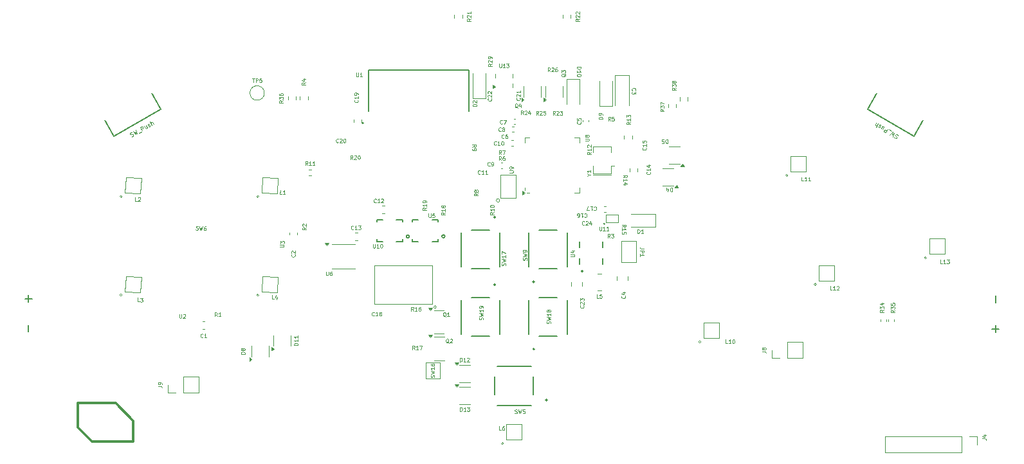
<source format=gbr>
%TF.GenerationSoftware,KiCad,Pcbnew,8.0.2*%
%TF.CreationDate,2024-06-18T23:34:14-07:00*%
%TF.ProjectId,UGC_Main,5547435f-4d61-4696-9e2e-6b696361645f,rev?*%
%TF.SameCoordinates,Original*%
%TF.FileFunction,Legend,Top*%
%TF.FilePolarity,Positive*%
%FSLAX46Y46*%
G04 Gerber Fmt 4.6, Leading zero omitted, Abs format (unit mm)*
G04 Created by KiCad (PCBNEW 8.0.2) date 2024-06-18 23:34:14*
%MOMM*%
%LPD*%
G01*
G04 APERTURE LIST*
%ADD10C,0.125000*%
%ADD11C,0.120000*%
%ADD12C,0.100000*%
%ADD13C,0.160000*%
%ADD14C,0.350000*%
%ADD15C,0.127000*%
%ADD16C,0.200000*%
G04 APERTURE END LIST*
D10*
X228997628Y-112903609D02*
X229021437Y-112879800D01*
X229021437Y-112879800D02*
X229092866Y-112855990D01*
X229092866Y-112855990D02*
X229140485Y-112855990D01*
X229140485Y-112855990D02*
X229211913Y-112879800D01*
X229211913Y-112879800D02*
X229259532Y-112927419D01*
X229259532Y-112927419D02*
X229283342Y-112975038D01*
X229283342Y-112975038D02*
X229307151Y-113070276D01*
X229307151Y-113070276D02*
X229307151Y-113141704D01*
X229307151Y-113141704D02*
X229283342Y-113236942D01*
X229283342Y-113236942D02*
X229259532Y-113284561D01*
X229259532Y-113284561D02*
X229211913Y-113332180D01*
X229211913Y-113332180D02*
X229140485Y-113355990D01*
X229140485Y-113355990D02*
X229092866Y-113355990D01*
X229092866Y-113355990D02*
X229021437Y-113332180D01*
X229021437Y-113332180D02*
X228997628Y-113308371D01*
X228521437Y-112855990D02*
X228807151Y-112855990D01*
X228664294Y-112855990D02*
X228664294Y-113355990D01*
X228664294Y-113355990D02*
X228711913Y-113284561D01*
X228711913Y-113284561D02*
X228759532Y-113236942D01*
X228759532Y-113236942D02*
X228807151Y-113213133D01*
X228354771Y-113355990D02*
X228021438Y-113355990D01*
X228021438Y-113355990D02*
X228235723Y-112855990D01*
X233069790Y-124619533D02*
X233093600Y-124643342D01*
X233093600Y-124643342D02*
X233117409Y-124714771D01*
X233117409Y-124714771D02*
X233117409Y-124762390D01*
X233117409Y-124762390D02*
X233093600Y-124833818D01*
X233093600Y-124833818D02*
X233045980Y-124881437D01*
X233045980Y-124881437D02*
X232998361Y-124905247D01*
X232998361Y-124905247D02*
X232903123Y-124929056D01*
X232903123Y-124929056D02*
X232831695Y-124929056D01*
X232831695Y-124929056D02*
X232736457Y-124905247D01*
X232736457Y-124905247D02*
X232688838Y-124881437D01*
X232688838Y-124881437D02*
X232641219Y-124833818D01*
X232641219Y-124833818D02*
X232617409Y-124762390D01*
X232617409Y-124762390D02*
X232617409Y-124714771D01*
X232617409Y-124714771D02*
X232641219Y-124643342D01*
X232641219Y-124643342D02*
X232665028Y-124619533D01*
X232784076Y-124190961D02*
X233117409Y-124190961D01*
X232593600Y-124310009D02*
X232950742Y-124429056D01*
X232950742Y-124429056D02*
X232950742Y-124119533D01*
X268575809Y-126508628D02*
X268337714Y-126675294D01*
X268575809Y-126794342D02*
X268075809Y-126794342D01*
X268075809Y-126794342D02*
X268075809Y-126603866D01*
X268075809Y-126603866D02*
X268099619Y-126556247D01*
X268099619Y-126556247D02*
X268123428Y-126532437D01*
X268123428Y-126532437D02*
X268171047Y-126508628D01*
X268171047Y-126508628D02*
X268242476Y-126508628D01*
X268242476Y-126508628D02*
X268290095Y-126532437D01*
X268290095Y-126532437D02*
X268313904Y-126556247D01*
X268313904Y-126556247D02*
X268337714Y-126603866D01*
X268337714Y-126603866D02*
X268337714Y-126794342D01*
X268075809Y-126341961D02*
X268075809Y-126032437D01*
X268075809Y-126032437D02*
X268266285Y-126199104D01*
X268266285Y-126199104D02*
X268266285Y-126127675D01*
X268266285Y-126127675D02*
X268290095Y-126080056D01*
X268290095Y-126080056D02*
X268313904Y-126056247D01*
X268313904Y-126056247D02*
X268361523Y-126032437D01*
X268361523Y-126032437D02*
X268480571Y-126032437D01*
X268480571Y-126032437D02*
X268528190Y-126056247D01*
X268528190Y-126056247D02*
X268552000Y-126080056D01*
X268552000Y-126080056D02*
X268575809Y-126127675D01*
X268575809Y-126127675D02*
X268575809Y-126270532D01*
X268575809Y-126270532D02*
X268552000Y-126318151D01*
X268552000Y-126318151D02*
X268528190Y-126341961D01*
X268075809Y-125580057D02*
X268075809Y-125818152D01*
X268075809Y-125818152D02*
X268313904Y-125841961D01*
X268313904Y-125841961D02*
X268290095Y-125818152D01*
X268290095Y-125818152D02*
X268266285Y-125770533D01*
X268266285Y-125770533D02*
X268266285Y-125651485D01*
X268266285Y-125651485D02*
X268290095Y-125603866D01*
X268290095Y-125603866D02*
X268313904Y-125580057D01*
X268313904Y-125580057D02*
X268361523Y-125556247D01*
X268361523Y-125556247D02*
X268480571Y-125556247D01*
X268480571Y-125556247D02*
X268528190Y-125580057D01*
X268528190Y-125580057D02*
X268552000Y-125603866D01*
X268552000Y-125603866D02*
X268575809Y-125651485D01*
X268575809Y-125651485D02*
X268575809Y-125770533D01*
X268575809Y-125770533D02*
X268552000Y-125818152D01*
X268552000Y-125818152D02*
X268528190Y-125841961D01*
X179393066Y-127326409D02*
X179226400Y-127088314D01*
X179107352Y-127326409D02*
X179107352Y-126826409D01*
X179107352Y-126826409D02*
X179297828Y-126826409D01*
X179297828Y-126826409D02*
X179345447Y-126850219D01*
X179345447Y-126850219D02*
X179369257Y-126874028D01*
X179369257Y-126874028D02*
X179393066Y-126921647D01*
X179393066Y-126921647D02*
X179393066Y-126993076D01*
X179393066Y-126993076D02*
X179369257Y-127040695D01*
X179369257Y-127040695D02*
X179345447Y-127064504D01*
X179345447Y-127064504D02*
X179297828Y-127088314D01*
X179297828Y-127088314D02*
X179107352Y-127088314D01*
X179869257Y-127326409D02*
X179583543Y-127326409D01*
X179726400Y-127326409D02*
X179726400Y-126826409D01*
X179726400Y-126826409D02*
X179678781Y-126897838D01*
X179678781Y-126897838D02*
X179631162Y-126945457D01*
X179631162Y-126945457D02*
X179583543Y-126969266D01*
X207977200Y-135353360D02*
X208001009Y-135281932D01*
X208001009Y-135281932D02*
X208001009Y-135162884D01*
X208001009Y-135162884D02*
X207977200Y-135115265D01*
X207977200Y-135115265D02*
X207953390Y-135091456D01*
X207953390Y-135091456D02*
X207905771Y-135067646D01*
X207905771Y-135067646D02*
X207858152Y-135067646D01*
X207858152Y-135067646D02*
X207810533Y-135091456D01*
X207810533Y-135091456D02*
X207786723Y-135115265D01*
X207786723Y-135115265D02*
X207762914Y-135162884D01*
X207762914Y-135162884D02*
X207739104Y-135258122D01*
X207739104Y-135258122D02*
X207715295Y-135305741D01*
X207715295Y-135305741D02*
X207691485Y-135329551D01*
X207691485Y-135329551D02*
X207643866Y-135353360D01*
X207643866Y-135353360D02*
X207596247Y-135353360D01*
X207596247Y-135353360D02*
X207548628Y-135329551D01*
X207548628Y-135329551D02*
X207524819Y-135305741D01*
X207524819Y-135305741D02*
X207501009Y-135258122D01*
X207501009Y-135258122D02*
X207501009Y-135139075D01*
X207501009Y-135139075D02*
X207524819Y-135067646D01*
X207501009Y-134900980D02*
X208001009Y-134781932D01*
X208001009Y-134781932D02*
X207643866Y-134686694D01*
X207643866Y-134686694D02*
X208001009Y-134591456D01*
X208001009Y-134591456D02*
X207501009Y-134472409D01*
X208001009Y-134020027D02*
X208001009Y-134305741D01*
X208001009Y-134162884D02*
X207501009Y-134162884D01*
X207501009Y-134162884D02*
X207572438Y-134210503D01*
X207572438Y-134210503D02*
X207620057Y-134258122D01*
X207620057Y-134258122D02*
X207643866Y-134305741D01*
X207501009Y-133591456D02*
X207501009Y-133686694D01*
X207501009Y-133686694D02*
X207524819Y-133734313D01*
X207524819Y-133734313D02*
X207548628Y-133758123D01*
X207548628Y-133758123D02*
X207620057Y-133805742D01*
X207620057Y-133805742D02*
X207715295Y-133829551D01*
X207715295Y-133829551D02*
X207905771Y-133829551D01*
X207905771Y-133829551D02*
X207953390Y-133805742D01*
X207953390Y-133805742D02*
X207977200Y-133781932D01*
X207977200Y-133781932D02*
X208001009Y-133734313D01*
X208001009Y-133734313D02*
X208001009Y-133639075D01*
X208001009Y-133639075D02*
X207977200Y-133591456D01*
X207977200Y-133591456D02*
X207953390Y-133567647D01*
X207953390Y-133567647D02*
X207905771Y-133543837D01*
X207905771Y-133543837D02*
X207786723Y-133543837D01*
X207786723Y-133543837D02*
X207739104Y-133567647D01*
X207739104Y-133567647D02*
X207715295Y-133591456D01*
X207715295Y-133591456D02*
X207691485Y-133639075D01*
X207691485Y-133639075D02*
X207691485Y-133734313D01*
X207691485Y-133734313D02*
X207715295Y-133781932D01*
X207715295Y-133781932D02*
X207739104Y-133805742D01*
X207739104Y-133805742D02*
X207786723Y-133829551D01*
X213737209Y-111132133D02*
X213499114Y-111298799D01*
X213737209Y-111417847D02*
X213237209Y-111417847D01*
X213237209Y-111417847D02*
X213237209Y-111227371D01*
X213237209Y-111227371D02*
X213261019Y-111179752D01*
X213261019Y-111179752D02*
X213284828Y-111155942D01*
X213284828Y-111155942D02*
X213332447Y-111132133D01*
X213332447Y-111132133D02*
X213403876Y-111132133D01*
X213403876Y-111132133D02*
X213451495Y-111155942D01*
X213451495Y-111155942D02*
X213475304Y-111179752D01*
X213475304Y-111179752D02*
X213499114Y-111227371D01*
X213499114Y-111227371D02*
X213499114Y-111417847D01*
X213451495Y-110846418D02*
X213427685Y-110894037D01*
X213427685Y-110894037D02*
X213403876Y-110917847D01*
X213403876Y-110917847D02*
X213356257Y-110941656D01*
X213356257Y-110941656D02*
X213332447Y-110941656D01*
X213332447Y-110941656D02*
X213284828Y-110917847D01*
X213284828Y-110917847D02*
X213261019Y-110894037D01*
X213261019Y-110894037D02*
X213237209Y-110846418D01*
X213237209Y-110846418D02*
X213237209Y-110751180D01*
X213237209Y-110751180D02*
X213261019Y-110703561D01*
X213261019Y-110703561D02*
X213284828Y-110679752D01*
X213284828Y-110679752D02*
X213332447Y-110655942D01*
X213332447Y-110655942D02*
X213356257Y-110655942D01*
X213356257Y-110655942D02*
X213403876Y-110679752D01*
X213403876Y-110679752D02*
X213427685Y-110703561D01*
X213427685Y-110703561D02*
X213451495Y-110751180D01*
X213451495Y-110751180D02*
X213451495Y-110846418D01*
X213451495Y-110846418D02*
X213475304Y-110894037D01*
X213475304Y-110894037D02*
X213499114Y-110917847D01*
X213499114Y-110917847D02*
X213546733Y-110941656D01*
X213546733Y-110941656D02*
X213641971Y-110941656D01*
X213641971Y-110941656D02*
X213689590Y-110917847D01*
X213689590Y-110917847D02*
X213713400Y-110894037D01*
X213713400Y-110894037D02*
X213737209Y-110846418D01*
X213737209Y-110846418D02*
X213737209Y-110751180D01*
X213737209Y-110751180D02*
X213713400Y-110703561D01*
X213713400Y-110703561D02*
X213689590Y-110679752D01*
X213689590Y-110679752D02*
X213641971Y-110655942D01*
X213641971Y-110655942D02*
X213546733Y-110655942D01*
X213546733Y-110655942D02*
X213499114Y-110679752D01*
X213499114Y-110679752D02*
X213475304Y-110703561D01*
X213475304Y-110703561D02*
X213451495Y-110751180D01*
X231158266Y-101545409D02*
X230991600Y-101307314D01*
X230872552Y-101545409D02*
X230872552Y-101045409D01*
X230872552Y-101045409D02*
X231063028Y-101045409D01*
X231063028Y-101045409D02*
X231110647Y-101069219D01*
X231110647Y-101069219D02*
X231134457Y-101093028D01*
X231134457Y-101093028D02*
X231158266Y-101140647D01*
X231158266Y-101140647D02*
X231158266Y-101212076D01*
X231158266Y-101212076D02*
X231134457Y-101259695D01*
X231134457Y-101259695D02*
X231110647Y-101283504D01*
X231110647Y-101283504D02*
X231063028Y-101307314D01*
X231063028Y-101307314D02*
X230872552Y-101307314D01*
X231610647Y-101045409D02*
X231372552Y-101045409D01*
X231372552Y-101045409D02*
X231348743Y-101283504D01*
X231348743Y-101283504D02*
X231372552Y-101259695D01*
X231372552Y-101259695D02*
X231420171Y-101235885D01*
X231420171Y-101235885D02*
X231539219Y-101235885D01*
X231539219Y-101235885D02*
X231586838Y-101259695D01*
X231586838Y-101259695D02*
X231610647Y-101283504D01*
X231610647Y-101283504D02*
X231634457Y-101331123D01*
X231634457Y-101331123D02*
X231634457Y-101450171D01*
X231634457Y-101450171D02*
X231610647Y-101497790D01*
X231610647Y-101497790D02*
X231586838Y-101521600D01*
X231586838Y-101521600D02*
X231539219Y-101545409D01*
X231539219Y-101545409D02*
X231420171Y-101545409D01*
X231420171Y-101545409D02*
X231372552Y-101521600D01*
X231372552Y-101521600D02*
X231348743Y-101497790D01*
X227084809Y-88131428D02*
X226846714Y-88298094D01*
X227084809Y-88417142D02*
X226584809Y-88417142D01*
X226584809Y-88417142D02*
X226584809Y-88226666D01*
X226584809Y-88226666D02*
X226608619Y-88179047D01*
X226608619Y-88179047D02*
X226632428Y-88155237D01*
X226632428Y-88155237D02*
X226680047Y-88131428D01*
X226680047Y-88131428D02*
X226751476Y-88131428D01*
X226751476Y-88131428D02*
X226799095Y-88155237D01*
X226799095Y-88155237D02*
X226822904Y-88179047D01*
X226822904Y-88179047D02*
X226846714Y-88226666D01*
X226846714Y-88226666D02*
X226846714Y-88417142D01*
X226632428Y-87940951D02*
X226608619Y-87917142D01*
X226608619Y-87917142D02*
X226584809Y-87869523D01*
X226584809Y-87869523D02*
X226584809Y-87750475D01*
X226584809Y-87750475D02*
X226608619Y-87702856D01*
X226608619Y-87702856D02*
X226632428Y-87679047D01*
X226632428Y-87679047D02*
X226680047Y-87655237D01*
X226680047Y-87655237D02*
X226727666Y-87655237D01*
X226727666Y-87655237D02*
X226799095Y-87679047D01*
X226799095Y-87679047D02*
X227084809Y-87964761D01*
X227084809Y-87964761D02*
X227084809Y-87655237D01*
X226632428Y-87464761D02*
X226608619Y-87440952D01*
X226608619Y-87440952D02*
X226584809Y-87393333D01*
X226584809Y-87393333D02*
X226584809Y-87274285D01*
X226584809Y-87274285D02*
X226608619Y-87226666D01*
X226608619Y-87226666D02*
X226632428Y-87202857D01*
X226632428Y-87202857D02*
X226680047Y-87179047D01*
X226680047Y-87179047D02*
X226727666Y-87179047D01*
X226727666Y-87179047D02*
X226799095Y-87202857D01*
X226799095Y-87202857D02*
X227084809Y-87488571D01*
X227084809Y-87488571D02*
X227084809Y-87179047D01*
X239772209Y-97222428D02*
X239534114Y-97389094D01*
X239772209Y-97508142D02*
X239272209Y-97508142D01*
X239272209Y-97508142D02*
X239272209Y-97317666D01*
X239272209Y-97317666D02*
X239296019Y-97270047D01*
X239296019Y-97270047D02*
X239319828Y-97246237D01*
X239319828Y-97246237D02*
X239367447Y-97222428D01*
X239367447Y-97222428D02*
X239438876Y-97222428D01*
X239438876Y-97222428D02*
X239486495Y-97246237D01*
X239486495Y-97246237D02*
X239510304Y-97270047D01*
X239510304Y-97270047D02*
X239534114Y-97317666D01*
X239534114Y-97317666D02*
X239534114Y-97508142D01*
X239272209Y-97055761D02*
X239272209Y-96746237D01*
X239272209Y-96746237D02*
X239462685Y-96912904D01*
X239462685Y-96912904D02*
X239462685Y-96841475D01*
X239462685Y-96841475D02*
X239486495Y-96793856D01*
X239486495Y-96793856D02*
X239510304Y-96770047D01*
X239510304Y-96770047D02*
X239557923Y-96746237D01*
X239557923Y-96746237D02*
X239676971Y-96746237D01*
X239676971Y-96746237D02*
X239724590Y-96770047D01*
X239724590Y-96770047D02*
X239748400Y-96793856D01*
X239748400Y-96793856D02*
X239772209Y-96841475D01*
X239772209Y-96841475D02*
X239772209Y-96984332D01*
X239772209Y-96984332D02*
X239748400Y-97031951D01*
X239748400Y-97031951D02*
X239724590Y-97055761D01*
X239486495Y-96460523D02*
X239462685Y-96508142D01*
X239462685Y-96508142D02*
X239438876Y-96531952D01*
X239438876Y-96531952D02*
X239391257Y-96555761D01*
X239391257Y-96555761D02*
X239367447Y-96555761D01*
X239367447Y-96555761D02*
X239319828Y-96531952D01*
X239319828Y-96531952D02*
X239296019Y-96508142D01*
X239296019Y-96508142D02*
X239272209Y-96460523D01*
X239272209Y-96460523D02*
X239272209Y-96365285D01*
X239272209Y-96365285D02*
X239296019Y-96317666D01*
X239296019Y-96317666D02*
X239319828Y-96293857D01*
X239319828Y-96293857D02*
X239367447Y-96270047D01*
X239367447Y-96270047D02*
X239391257Y-96270047D01*
X239391257Y-96270047D02*
X239438876Y-96293857D01*
X239438876Y-96293857D02*
X239462685Y-96317666D01*
X239462685Y-96317666D02*
X239486495Y-96365285D01*
X239486495Y-96365285D02*
X239486495Y-96460523D01*
X239486495Y-96460523D02*
X239510304Y-96508142D01*
X239510304Y-96508142D02*
X239534114Y-96531952D01*
X239534114Y-96531952D02*
X239581733Y-96555761D01*
X239581733Y-96555761D02*
X239676971Y-96555761D01*
X239676971Y-96555761D02*
X239724590Y-96531952D01*
X239724590Y-96531952D02*
X239748400Y-96508142D01*
X239748400Y-96508142D02*
X239772209Y-96460523D01*
X239772209Y-96460523D02*
X239772209Y-96365285D01*
X239772209Y-96365285D02*
X239748400Y-96317666D01*
X239748400Y-96317666D02*
X239724590Y-96293857D01*
X239724590Y-96293857D02*
X239676971Y-96270047D01*
X239676971Y-96270047D02*
X239581733Y-96270047D01*
X239581733Y-96270047D02*
X239534114Y-96293857D01*
X239534114Y-96293857D02*
X239510304Y-96317666D01*
X239510304Y-96317666D02*
X239486495Y-96365285D01*
X251122009Y-131941866D02*
X251479152Y-131941866D01*
X251479152Y-131941866D02*
X251550580Y-131965675D01*
X251550580Y-131965675D02*
X251598200Y-132013294D01*
X251598200Y-132013294D02*
X251622009Y-132084723D01*
X251622009Y-132084723D02*
X251622009Y-132132342D01*
X251336295Y-131632342D02*
X251312485Y-131679961D01*
X251312485Y-131679961D02*
X251288676Y-131703771D01*
X251288676Y-131703771D02*
X251241057Y-131727580D01*
X251241057Y-131727580D02*
X251217247Y-131727580D01*
X251217247Y-131727580D02*
X251169628Y-131703771D01*
X251169628Y-131703771D02*
X251145819Y-131679961D01*
X251145819Y-131679961D02*
X251122009Y-131632342D01*
X251122009Y-131632342D02*
X251122009Y-131537104D01*
X251122009Y-131537104D02*
X251145819Y-131489485D01*
X251145819Y-131489485D02*
X251169628Y-131465676D01*
X251169628Y-131465676D02*
X251217247Y-131441866D01*
X251217247Y-131441866D02*
X251241057Y-131441866D01*
X251241057Y-131441866D02*
X251288676Y-131465676D01*
X251288676Y-131465676D02*
X251312485Y-131489485D01*
X251312485Y-131489485D02*
X251336295Y-131537104D01*
X251336295Y-131537104D02*
X251336295Y-131632342D01*
X251336295Y-131632342D02*
X251360104Y-131679961D01*
X251360104Y-131679961D02*
X251383914Y-131703771D01*
X251383914Y-131703771D02*
X251431533Y-131727580D01*
X251431533Y-131727580D02*
X251526771Y-131727580D01*
X251526771Y-131727580D02*
X251574390Y-131703771D01*
X251574390Y-131703771D02*
X251598200Y-131679961D01*
X251598200Y-131679961D02*
X251622009Y-131632342D01*
X251622009Y-131632342D02*
X251622009Y-131537104D01*
X251622009Y-131537104D02*
X251598200Y-131489485D01*
X251598200Y-131489485D02*
X251574390Y-131465676D01*
X251574390Y-131465676D02*
X251526771Y-131441866D01*
X251526771Y-131441866D02*
X251431533Y-131441866D01*
X251431533Y-131441866D02*
X251383914Y-131465676D01*
X251383914Y-131465676D02*
X251360104Y-131489485D01*
X251360104Y-131489485D02*
X251336295Y-131537104D01*
X229608866Y-124888009D02*
X229370771Y-124888009D01*
X229370771Y-124888009D02*
X229370771Y-124388009D01*
X230013628Y-124388009D02*
X229775533Y-124388009D01*
X229775533Y-124388009D02*
X229751724Y-124626104D01*
X229751724Y-124626104D02*
X229775533Y-124602295D01*
X229775533Y-124602295D02*
X229823152Y-124578485D01*
X229823152Y-124578485D02*
X229942200Y-124578485D01*
X229942200Y-124578485D02*
X229989819Y-124602295D01*
X229989819Y-124602295D02*
X230013628Y-124626104D01*
X230013628Y-124626104D02*
X230037438Y-124673723D01*
X230037438Y-124673723D02*
X230037438Y-124792771D01*
X230037438Y-124792771D02*
X230013628Y-124840390D01*
X230013628Y-124840390D02*
X229989819Y-124864200D01*
X229989819Y-124864200D02*
X229942200Y-124888009D01*
X229942200Y-124888009D02*
X229823152Y-124888009D01*
X229823152Y-124888009D02*
X229775533Y-124864200D01*
X229775533Y-124864200D02*
X229751724Y-124840390D01*
X187665249Y-118171227D02*
X188069456Y-118192411D01*
X188069456Y-118192411D02*
X188118256Y-118171126D01*
X188118256Y-118171126D02*
X188143279Y-118148596D01*
X188143279Y-118148596D02*
X188169548Y-118102288D01*
X188169548Y-118102288D02*
X188174532Y-118007180D01*
X188174532Y-118007180D02*
X188153247Y-117958380D01*
X188153247Y-117958380D02*
X188130717Y-117933357D01*
X188130717Y-117933357D02*
X188084409Y-117907088D01*
X188084409Y-117907088D02*
X187680202Y-117885905D01*
X187690171Y-117695689D02*
X187706370Y-117386589D01*
X187706370Y-117386589D02*
X187887862Y-117562996D01*
X187887862Y-117562996D02*
X187891601Y-117491666D01*
X187891601Y-117491666D02*
X187917870Y-117445358D01*
X187917870Y-117445358D02*
X187942893Y-117422827D01*
X187942893Y-117422827D02*
X187991693Y-117401543D01*
X187991693Y-117401543D02*
X188110577Y-117407773D01*
X188110577Y-117407773D02*
X188156885Y-117434042D01*
X188156885Y-117434042D02*
X188179415Y-117459065D01*
X188179415Y-117459065D02*
X188200700Y-117507865D01*
X188200700Y-117507865D02*
X188193224Y-117650526D01*
X188193224Y-117650526D02*
X188166955Y-117696834D01*
X188166955Y-117696834D02*
X188141932Y-117719365D01*
X216781866Y-106752409D02*
X216615200Y-106514314D01*
X216496152Y-106752409D02*
X216496152Y-106252409D01*
X216496152Y-106252409D02*
X216686628Y-106252409D01*
X216686628Y-106252409D02*
X216734247Y-106276219D01*
X216734247Y-106276219D02*
X216758057Y-106300028D01*
X216758057Y-106300028D02*
X216781866Y-106347647D01*
X216781866Y-106347647D02*
X216781866Y-106419076D01*
X216781866Y-106419076D02*
X216758057Y-106466695D01*
X216758057Y-106466695D02*
X216734247Y-106490504D01*
X216734247Y-106490504D02*
X216686628Y-106514314D01*
X216686628Y-106514314D02*
X216496152Y-106514314D01*
X217210438Y-106252409D02*
X217115200Y-106252409D01*
X217115200Y-106252409D02*
X217067581Y-106276219D01*
X217067581Y-106276219D02*
X217043771Y-106300028D01*
X217043771Y-106300028D02*
X216996152Y-106371457D01*
X216996152Y-106371457D02*
X216972343Y-106466695D01*
X216972343Y-106466695D02*
X216972343Y-106657171D01*
X216972343Y-106657171D02*
X216996152Y-106704790D01*
X216996152Y-106704790D02*
X217019962Y-106728600D01*
X217019962Y-106728600D02*
X217067581Y-106752409D01*
X217067581Y-106752409D02*
X217162819Y-106752409D01*
X217162819Y-106752409D02*
X217210438Y-106728600D01*
X217210438Y-106728600D02*
X217234247Y-106704790D01*
X217234247Y-106704790D02*
X217258057Y-106657171D01*
X217258057Y-106657171D02*
X217258057Y-106538123D01*
X217258057Y-106538123D02*
X217234247Y-106490504D01*
X217234247Y-106490504D02*
X217210438Y-106466695D01*
X217210438Y-106466695D02*
X217162819Y-106442885D01*
X217162819Y-106442885D02*
X217067581Y-106442885D01*
X217067581Y-106442885D02*
X217019962Y-106466695D01*
X217019962Y-106466695D02*
X216996152Y-106490504D01*
X216996152Y-106490504D02*
X216972343Y-106538123D01*
X235812990Y-105096428D02*
X235836800Y-105120237D01*
X235836800Y-105120237D02*
X235860609Y-105191666D01*
X235860609Y-105191666D02*
X235860609Y-105239285D01*
X235860609Y-105239285D02*
X235836800Y-105310713D01*
X235836800Y-105310713D02*
X235789180Y-105358332D01*
X235789180Y-105358332D02*
X235741561Y-105382142D01*
X235741561Y-105382142D02*
X235646323Y-105405951D01*
X235646323Y-105405951D02*
X235574895Y-105405951D01*
X235574895Y-105405951D02*
X235479657Y-105382142D01*
X235479657Y-105382142D02*
X235432038Y-105358332D01*
X235432038Y-105358332D02*
X235384419Y-105310713D01*
X235384419Y-105310713D02*
X235360609Y-105239285D01*
X235360609Y-105239285D02*
X235360609Y-105191666D01*
X235360609Y-105191666D02*
X235384419Y-105120237D01*
X235384419Y-105120237D02*
X235408228Y-105096428D01*
X235860609Y-104620237D02*
X235860609Y-104905951D01*
X235860609Y-104763094D02*
X235360609Y-104763094D01*
X235360609Y-104763094D02*
X235432038Y-104810713D01*
X235432038Y-104810713D02*
X235479657Y-104858332D01*
X235479657Y-104858332D02*
X235503466Y-104905951D01*
X235360609Y-104167857D02*
X235360609Y-104405952D01*
X235360609Y-104405952D02*
X235598704Y-104429761D01*
X235598704Y-104429761D02*
X235574895Y-104405952D01*
X235574895Y-104405952D02*
X235551085Y-104358333D01*
X235551085Y-104358333D02*
X235551085Y-104239285D01*
X235551085Y-104239285D02*
X235574895Y-104191666D01*
X235574895Y-104191666D02*
X235598704Y-104167857D01*
X235598704Y-104167857D02*
X235646323Y-104144047D01*
X235646323Y-104144047D02*
X235765371Y-104144047D01*
X235765371Y-104144047D02*
X235812990Y-104167857D01*
X235812990Y-104167857D02*
X235836800Y-104191666D01*
X235836800Y-104191666D02*
X235860609Y-104239285D01*
X235860609Y-104239285D02*
X235860609Y-104358333D01*
X235860609Y-104358333D02*
X235836800Y-104405952D01*
X235836800Y-104405952D02*
X235812990Y-104429761D01*
X228621609Y-105680628D02*
X228383514Y-105847294D01*
X228621609Y-105966342D02*
X228121609Y-105966342D01*
X228121609Y-105966342D02*
X228121609Y-105775866D01*
X228121609Y-105775866D02*
X228145419Y-105728247D01*
X228145419Y-105728247D02*
X228169228Y-105704437D01*
X228169228Y-105704437D02*
X228216847Y-105680628D01*
X228216847Y-105680628D02*
X228288276Y-105680628D01*
X228288276Y-105680628D02*
X228335895Y-105704437D01*
X228335895Y-105704437D02*
X228359704Y-105728247D01*
X228359704Y-105728247D02*
X228383514Y-105775866D01*
X228383514Y-105775866D02*
X228383514Y-105966342D01*
X228621609Y-105204437D02*
X228621609Y-105490151D01*
X228621609Y-105347294D02*
X228121609Y-105347294D01*
X228121609Y-105347294D02*
X228193038Y-105394913D01*
X228193038Y-105394913D02*
X228240657Y-105442532D01*
X228240657Y-105442532D02*
X228264466Y-105490151D01*
X228169228Y-105013961D02*
X228145419Y-104990152D01*
X228145419Y-104990152D02*
X228121609Y-104942533D01*
X228121609Y-104942533D02*
X228121609Y-104823485D01*
X228121609Y-104823485D02*
X228145419Y-104775866D01*
X228145419Y-104775866D02*
X228169228Y-104752057D01*
X228169228Y-104752057D02*
X228216847Y-104728247D01*
X228216847Y-104728247D02*
X228264466Y-104728247D01*
X228264466Y-104728247D02*
X228335895Y-104752057D01*
X228335895Y-104752057D02*
X228621609Y-105037771D01*
X228621609Y-105037771D02*
X228621609Y-104728247D01*
X199888552Y-117784009D02*
X199888552Y-118188771D01*
X199888552Y-118188771D02*
X199912362Y-118236390D01*
X199912362Y-118236390D02*
X199936171Y-118260200D01*
X199936171Y-118260200D02*
X199983790Y-118284009D01*
X199983790Y-118284009D02*
X200079028Y-118284009D01*
X200079028Y-118284009D02*
X200126647Y-118260200D01*
X200126647Y-118260200D02*
X200150457Y-118236390D01*
X200150457Y-118236390D02*
X200174266Y-118188771D01*
X200174266Y-118188771D02*
X200174266Y-117784009D01*
X200674267Y-118284009D02*
X200388553Y-118284009D01*
X200531410Y-118284009D02*
X200531410Y-117784009D01*
X200531410Y-117784009D02*
X200483791Y-117855438D01*
X200483791Y-117855438D02*
X200436172Y-117903057D01*
X200436172Y-117903057D02*
X200388553Y-117926866D01*
X200983790Y-117784009D02*
X201031409Y-117784009D01*
X201031409Y-117784009D02*
X201079028Y-117807819D01*
X201079028Y-117807819D02*
X201102838Y-117831628D01*
X201102838Y-117831628D02*
X201126647Y-117879247D01*
X201126647Y-117879247D02*
X201150457Y-117974485D01*
X201150457Y-117974485D02*
X201150457Y-118093533D01*
X201150457Y-118093533D02*
X201126647Y-118188771D01*
X201126647Y-118188771D02*
X201102838Y-118236390D01*
X201102838Y-118236390D02*
X201079028Y-118260200D01*
X201079028Y-118260200D02*
X201031409Y-118284009D01*
X201031409Y-118284009D02*
X200983790Y-118284009D01*
X200983790Y-118284009D02*
X200936171Y-118260200D01*
X200936171Y-118260200D02*
X200912362Y-118236390D01*
X200912362Y-118236390D02*
X200888552Y-118188771D01*
X200888552Y-118188771D02*
X200864743Y-118093533D01*
X200864743Y-118093533D02*
X200864743Y-117974485D01*
X200864743Y-117974485D02*
X200888552Y-117879247D01*
X200888552Y-117879247D02*
X200912362Y-117831628D01*
X200912362Y-117831628D02*
X200936171Y-117807819D01*
X200936171Y-117807819D02*
X200983790Y-117784009D01*
X215467590Y-98619428D02*
X215491400Y-98643237D01*
X215491400Y-98643237D02*
X215515209Y-98714666D01*
X215515209Y-98714666D02*
X215515209Y-98762285D01*
X215515209Y-98762285D02*
X215491400Y-98833713D01*
X215491400Y-98833713D02*
X215443780Y-98881332D01*
X215443780Y-98881332D02*
X215396161Y-98905142D01*
X215396161Y-98905142D02*
X215300923Y-98928951D01*
X215300923Y-98928951D02*
X215229495Y-98928951D01*
X215229495Y-98928951D02*
X215134257Y-98905142D01*
X215134257Y-98905142D02*
X215086638Y-98881332D01*
X215086638Y-98881332D02*
X215039019Y-98833713D01*
X215039019Y-98833713D02*
X215015209Y-98762285D01*
X215015209Y-98762285D02*
X215015209Y-98714666D01*
X215015209Y-98714666D02*
X215039019Y-98643237D01*
X215039019Y-98643237D02*
X215062828Y-98619428D01*
X215062828Y-98428951D02*
X215039019Y-98405142D01*
X215039019Y-98405142D02*
X215015209Y-98357523D01*
X215015209Y-98357523D02*
X215015209Y-98238475D01*
X215015209Y-98238475D02*
X215039019Y-98190856D01*
X215039019Y-98190856D02*
X215062828Y-98167047D01*
X215062828Y-98167047D02*
X215110447Y-98143237D01*
X215110447Y-98143237D02*
X215158066Y-98143237D01*
X215158066Y-98143237D02*
X215229495Y-98167047D01*
X215229495Y-98167047D02*
X215515209Y-98452761D01*
X215515209Y-98452761D02*
X215515209Y-98143237D01*
X215062828Y-97952761D02*
X215039019Y-97928952D01*
X215039019Y-97928952D02*
X215015209Y-97881333D01*
X215015209Y-97881333D02*
X215015209Y-97762285D01*
X215015209Y-97762285D02*
X215039019Y-97714666D01*
X215039019Y-97714666D02*
X215062828Y-97690857D01*
X215062828Y-97690857D02*
X215110447Y-97667047D01*
X215110447Y-97667047D02*
X215158066Y-97667047D01*
X215158066Y-97667047D02*
X215229495Y-97690857D01*
X215229495Y-97690857D02*
X215515209Y-97976571D01*
X215515209Y-97976571D02*
X215515209Y-97667047D01*
X200313171Y-112292790D02*
X200289362Y-112316600D01*
X200289362Y-112316600D02*
X200217933Y-112340409D01*
X200217933Y-112340409D02*
X200170314Y-112340409D01*
X200170314Y-112340409D02*
X200098886Y-112316600D01*
X200098886Y-112316600D02*
X200051267Y-112268980D01*
X200051267Y-112268980D02*
X200027457Y-112221361D01*
X200027457Y-112221361D02*
X200003648Y-112126123D01*
X200003648Y-112126123D02*
X200003648Y-112054695D01*
X200003648Y-112054695D02*
X200027457Y-111959457D01*
X200027457Y-111959457D02*
X200051267Y-111911838D01*
X200051267Y-111911838D02*
X200098886Y-111864219D01*
X200098886Y-111864219D02*
X200170314Y-111840409D01*
X200170314Y-111840409D02*
X200217933Y-111840409D01*
X200217933Y-111840409D02*
X200289362Y-111864219D01*
X200289362Y-111864219D02*
X200313171Y-111888028D01*
X200789362Y-112340409D02*
X200503648Y-112340409D01*
X200646505Y-112340409D02*
X200646505Y-111840409D01*
X200646505Y-111840409D02*
X200598886Y-111911838D01*
X200598886Y-111911838D02*
X200551267Y-111959457D01*
X200551267Y-111959457D02*
X200503648Y-111983266D01*
X200979838Y-111888028D02*
X201003647Y-111864219D01*
X201003647Y-111864219D02*
X201051266Y-111840409D01*
X201051266Y-111840409D02*
X201170314Y-111840409D01*
X201170314Y-111840409D02*
X201217933Y-111864219D01*
X201217933Y-111864219D02*
X201241742Y-111888028D01*
X201241742Y-111888028D02*
X201265552Y-111935647D01*
X201265552Y-111935647D02*
X201265552Y-111983266D01*
X201265552Y-111983266D02*
X201241742Y-112054695D01*
X201241742Y-112054695D02*
X200956028Y-112340409D01*
X200956028Y-112340409D02*
X201265552Y-112340409D01*
X216525552Y-94035009D02*
X216525552Y-94439771D01*
X216525552Y-94439771D02*
X216549362Y-94487390D01*
X216549362Y-94487390D02*
X216573171Y-94511200D01*
X216573171Y-94511200D02*
X216620790Y-94535009D01*
X216620790Y-94535009D02*
X216716028Y-94535009D01*
X216716028Y-94535009D02*
X216763647Y-94511200D01*
X216763647Y-94511200D02*
X216787457Y-94487390D01*
X216787457Y-94487390D02*
X216811266Y-94439771D01*
X216811266Y-94439771D02*
X216811266Y-94035009D01*
X217311267Y-94535009D02*
X217025553Y-94535009D01*
X217168410Y-94535009D02*
X217168410Y-94035009D01*
X217168410Y-94035009D02*
X217120791Y-94106438D01*
X217120791Y-94106438D02*
X217073172Y-94154057D01*
X217073172Y-94154057D02*
X217025553Y-94177866D01*
X217477933Y-94035009D02*
X217787457Y-94035009D01*
X217787457Y-94035009D02*
X217620790Y-94225485D01*
X217620790Y-94225485D02*
X217692219Y-94225485D01*
X217692219Y-94225485D02*
X217739838Y-94249295D01*
X217739838Y-94249295D02*
X217763647Y-94273104D01*
X217763647Y-94273104D02*
X217787457Y-94320723D01*
X217787457Y-94320723D02*
X217787457Y-94439771D01*
X217787457Y-94439771D02*
X217763647Y-94487390D01*
X217763647Y-94487390D02*
X217739838Y-94511200D01*
X217739838Y-94511200D02*
X217692219Y-94535009D01*
X217692219Y-94535009D02*
X217549362Y-94535009D01*
X217549362Y-94535009D02*
X217501743Y-94511200D01*
X217501743Y-94511200D02*
X217477933Y-94487390D01*
X209502380Y-127374028D02*
X209454761Y-127350219D01*
X209454761Y-127350219D02*
X209407142Y-127302600D01*
X209407142Y-127302600D02*
X209335714Y-127231171D01*
X209335714Y-127231171D02*
X209288095Y-127207361D01*
X209288095Y-127207361D02*
X209240476Y-127207361D01*
X209264285Y-127326409D02*
X209216666Y-127302600D01*
X209216666Y-127302600D02*
X209169047Y-127254980D01*
X209169047Y-127254980D02*
X209145238Y-127159742D01*
X209145238Y-127159742D02*
X209145238Y-126993076D01*
X209145238Y-126993076D02*
X209169047Y-126897838D01*
X209169047Y-126897838D02*
X209216666Y-126850219D01*
X209216666Y-126850219D02*
X209264285Y-126826409D01*
X209264285Y-126826409D02*
X209359523Y-126826409D01*
X209359523Y-126826409D02*
X209407142Y-126850219D01*
X209407142Y-126850219D02*
X209454761Y-126897838D01*
X209454761Y-126897838D02*
X209478571Y-126993076D01*
X209478571Y-126993076D02*
X209478571Y-127159742D01*
X209478571Y-127159742D02*
X209454761Y-127254980D01*
X209454761Y-127254980D02*
X209407142Y-127302600D01*
X209407142Y-127302600D02*
X209359523Y-127326409D01*
X209359523Y-127326409D02*
X209264285Y-127326409D01*
X209954762Y-127326409D02*
X209669048Y-127326409D01*
X209811905Y-127326409D02*
X209811905Y-126826409D01*
X209811905Y-126826409D02*
X209764286Y-126897838D01*
X209764286Y-126897838D02*
X209716667Y-126945457D01*
X209716667Y-126945457D02*
X209669048Y-126969266D01*
X214028571Y-108527190D02*
X214004762Y-108551000D01*
X214004762Y-108551000D02*
X213933333Y-108574809D01*
X213933333Y-108574809D02*
X213885714Y-108574809D01*
X213885714Y-108574809D02*
X213814286Y-108551000D01*
X213814286Y-108551000D02*
X213766667Y-108503380D01*
X213766667Y-108503380D02*
X213742857Y-108455761D01*
X213742857Y-108455761D02*
X213719048Y-108360523D01*
X213719048Y-108360523D02*
X213719048Y-108289095D01*
X213719048Y-108289095D02*
X213742857Y-108193857D01*
X213742857Y-108193857D02*
X213766667Y-108146238D01*
X213766667Y-108146238D02*
X213814286Y-108098619D01*
X213814286Y-108098619D02*
X213885714Y-108074809D01*
X213885714Y-108074809D02*
X213933333Y-108074809D01*
X213933333Y-108074809D02*
X214004762Y-108098619D01*
X214004762Y-108098619D02*
X214028571Y-108122428D01*
X214504762Y-108574809D02*
X214219048Y-108574809D01*
X214361905Y-108574809D02*
X214361905Y-108074809D01*
X214361905Y-108074809D02*
X214314286Y-108146238D01*
X214314286Y-108146238D02*
X214266667Y-108193857D01*
X214266667Y-108193857D02*
X214219048Y-108217666D01*
X214980952Y-108574809D02*
X214695238Y-108574809D01*
X214838095Y-108574809D02*
X214838095Y-108074809D01*
X214838095Y-108074809D02*
X214790476Y-108146238D01*
X214790476Y-108146238D02*
X214742857Y-108193857D01*
X214742857Y-108193857D02*
X214695238Y-108217666D01*
X234036209Y-97554266D02*
X234012400Y-97530457D01*
X234012400Y-97530457D02*
X233988590Y-97459028D01*
X233988590Y-97459028D02*
X233988590Y-97411409D01*
X233988590Y-97411409D02*
X234012400Y-97339981D01*
X234012400Y-97339981D02*
X234060019Y-97292362D01*
X234060019Y-97292362D02*
X234107638Y-97268552D01*
X234107638Y-97268552D02*
X234202876Y-97244743D01*
X234202876Y-97244743D02*
X234274304Y-97244743D01*
X234274304Y-97244743D02*
X234369542Y-97268552D01*
X234369542Y-97268552D02*
X234417161Y-97292362D01*
X234417161Y-97292362D02*
X234464780Y-97339981D01*
X234464780Y-97339981D02*
X234488590Y-97411409D01*
X234488590Y-97411409D02*
X234488590Y-97459028D01*
X234488590Y-97459028D02*
X234464780Y-97530457D01*
X234464780Y-97530457D02*
X234440971Y-97554266D01*
X234488590Y-97720933D02*
X234488590Y-98030457D01*
X234488590Y-98030457D02*
X234298114Y-97863790D01*
X234298114Y-97863790D02*
X234298114Y-97935219D01*
X234298114Y-97935219D02*
X234274304Y-97982838D01*
X234274304Y-97982838D02*
X234250495Y-98006647D01*
X234250495Y-98006647D02*
X234202876Y-98030457D01*
X234202876Y-98030457D02*
X234083828Y-98030457D01*
X234083828Y-98030457D02*
X234036209Y-98006647D01*
X234036209Y-98006647D02*
X234012400Y-97982838D01*
X234012400Y-97982838D02*
X233988590Y-97935219D01*
X233988590Y-97935219D02*
X233988590Y-97792362D01*
X233988590Y-97792362D02*
X234012400Y-97744743D01*
X234012400Y-97744743D02*
X234036209Y-97720933D01*
X212794809Y-88111428D02*
X212556714Y-88278094D01*
X212794809Y-88397142D02*
X212294809Y-88397142D01*
X212294809Y-88397142D02*
X212294809Y-88206666D01*
X212294809Y-88206666D02*
X212318619Y-88159047D01*
X212318619Y-88159047D02*
X212342428Y-88135237D01*
X212342428Y-88135237D02*
X212390047Y-88111428D01*
X212390047Y-88111428D02*
X212461476Y-88111428D01*
X212461476Y-88111428D02*
X212509095Y-88135237D01*
X212509095Y-88135237D02*
X212532904Y-88159047D01*
X212532904Y-88159047D02*
X212556714Y-88206666D01*
X212556714Y-88206666D02*
X212556714Y-88397142D01*
X212342428Y-87920951D02*
X212318619Y-87897142D01*
X212318619Y-87897142D02*
X212294809Y-87849523D01*
X212294809Y-87849523D02*
X212294809Y-87730475D01*
X212294809Y-87730475D02*
X212318619Y-87682856D01*
X212318619Y-87682856D02*
X212342428Y-87659047D01*
X212342428Y-87659047D02*
X212390047Y-87635237D01*
X212390047Y-87635237D02*
X212437666Y-87635237D01*
X212437666Y-87635237D02*
X212509095Y-87659047D01*
X212509095Y-87659047D02*
X212794809Y-87944761D01*
X212794809Y-87944761D02*
X212794809Y-87635237D01*
X212794809Y-87159047D02*
X212794809Y-87444761D01*
X212794809Y-87301904D02*
X212294809Y-87301904D01*
X212294809Y-87301904D02*
X212366238Y-87349523D01*
X212366238Y-87349523D02*
X212413857Y-87397142D01*
X212413857Y-87397142D02*
X212437666Y-87444761D01*
X212982790Y-105011266D02*
X213220885Y-104844600D01*
X212982790Y-104725552D02*
X213482790Y-104725552D01*
X213482790Y-104725552D02*
X213482790Y-104916028D01*
X213482790Y-104916028D02*
X213458980Y-104963647D01*
X213458980Y-104963647D02*
X213435171Y-104987457D01*
X213435171Y-104987457D02*
X213387552Y-105011266D01*
X213387552Y-105011266D02*
X213316123Y-105011266D01*
X213316123Y-105011266D02*
X213268504Y-104987457D01*
X213268504Y-104987457D02*
X213244695Y-104963647D01*
X213244695Y-104963647D02*
X213220885Y-104916028D01*
X213220885Y-104916028D02*
X213220885Y-104725552D01*
X212982790Y-105249362D02*
X212982790Y-105344600D01*
X212982790Y-105344600D02*
X213006600Y-105392219D01*
X213006600Y-105392219D02*
X213030409Y-105416028D01*
X213030409Y-105416028D02*
X213101838Y-105463647D01*
X213101838Y-105463647D02*
X213197076Y-105487457D01*
X213197076Y-105487457D02*
X213387552Y-105487457D01*
X213387552Y-105487457D02*
X213435171Y-105463647D01*
X213435171Y-105463647D02*
X213458980Y-105439838D01*
X213458980Y-105439838D02*
X213482790Y-105392219D01*
X213482790Y-105392219D02*
X213482790Y-105296981D01*
X213482790Y-105296981D02*
X213458980Y-105249362D01*
X213458980Y-105249362D02*
X213435171Y-105225552D01*
X213435171Y-105225552D02*
X213387552Y-105201743D01*
X213387552Y-105201743D02*
X213268504Y-105201743D01*
X213268504Y-105201743D02*
X213220885Y-105225552D01*
X213220885Y-105225552D02*
X213197076Y-105249362D01*
X213197076Y-105249362D02*
X213173266Y-105296981D01*
X213173266Y-105296981D02*
X213173266Y-105392219D01*
X213173266Y-105392219D02*
X213197076Y-105439838D01*
X213197076Y-105439838D02*
X213220885Y-105463647D01*
X213220885Y-105463647D02*
X213268504Y-105487457D01*
X267153409Y-126483228D02*
X266915314Y-126649894D01*
X267153409Y-126768942D02*
X266653409Y-126768942D01*
X266653409Y-126768942D02*
X266653409Y-126578466D01*
X266653409Y-126578466D02*
X266677219Y-126530847D01*
X266677219Y-126530847D02*
X266701028Y-126507037D01*
X266701028Y-126507037D02*
X266748647Y-126483228D01*
X266748647Y-126483228D02*
X266820076Y-126483228D01*
X266820076Y-126483228D02*
X266867695Y-126507037D01*
X266867695Y-126507037D02*
X266891504Y-126530847D01*
X266891504Y-126530847D02*
X266915314Y-126578466D01*
X266915314Y-126578466D02*
X266915314Y-126768942D01*
X266653409Y-126316561D02*
X266653409Y-126007037D01*
X266653409Y-126007037D02*
X266843885Y-126173704D01*
X266843885Y-126173704D02*
X266843885Y-126102275D01*
X266843885Y-126102275D02*
X266867695Y-126054656D01*
X266867695Y-126054656D02*
X266891504Y-126030847D01*
X266891504Y-126030847D02*
X266939123Y-126007037D01*
X266939123Y-126007037D02*
X267058171Y-126007037D01*
X267058171Y-126007037D02*
X267105790Y-126030847D01*
X267105790Y-126030847D02*
X267129600Y-126054656D01*
X267129600Y-126054656D02*
X267153409Y-126102275D01*
X267153409Y-126102275D02*
X267153409Y-126245132D01*
X267153409Y-126245132D02*
X267129600Y-126292751D01*
X267129600Y-126292751D02*
X267105790Y-126316561D01*
X266820076Y-125578466D02*
X267153409Y-125578466D01*
X266629600Y-125697514D02*
X266986742Y-125816561D01*
X266986742Y-125816561D02*
X266986742Y-125507038D01*
X231108511Y-116961713D02*
X230941845Y-116723618D01*
X230822797Y-116961713D02*
X230822797Y-116461713D01*
X230822797Y-116461713D02*
X231013273Y-116461713D01*
X231013273Y-116461713D02*
X231060892Y-116485523D01*
X231060892Y-116485523D02*
X231084702Y-116509332D01*
X231084702Y-116509332D02*
X231108511Y-116556951D01*
X231108511Y-116556951D02*
X231108511Y-116628380D01*
X231108511Y-116628380D02*
X231084702Y-116675999D01*
X231084702Y-116675999D02*
X231060892Y-116699808D01*
X231060892Y-116699808D02*
X231013273Y-116723618D01*
X231013273Y-116723618D02*
X230822797Y-116723618D01*
X231275178Y-116461713D02*
X231584702Y-116461713D01*
X231584702Y-116461713D02*
X231418035Y-116652189D01*
X231418035Y-116652189D02*
X231489464Y-116652189D01*
X231489464Y-116652189D02*
X231537083Y-116675999D01*
X231537083Y-116675999D02*
X231560892Y-116699808D01*
X231560892Y-116699808D02*
X231584702Y-116747427D01*
X231584702Y-116747427D02*
X231584702Y-116866475D01*
X231584702Y-116866475D02*
X231560892Y-116914094D01*
X231560892Y-116914094D02*
X231537083Y-116937904D01*
X231537083Y-116937904D02*
X231489464Y-116961713D01*
X231489464Y-116961713D02*
X231346607Y-116961713D01*
X231346607Y-116961713D02*
X231298988Y-116937904D01*
X231298988Y-116937904D02*
X231275178Y-116914094D01*
X168840415Y-112132540D02*
X168602646Y-112120079D01*
X168602646Y-112120079D02*
X168628814Y-111620764D01*
X169006752Y-111688255D02*
X169031775Y-111665724D01*
X169031775Y-111665724D02*
X169080575Y-111644440D01*
X169080575Y-111644440D02*
X169199460Y-111650670D01*
X169199460Y-111650670D02*
X169245767Y-111676939D01*
X169245767Y-111676939D02*
X169268298Y-111701962D01*
X169268298Y-111701962D02*
X169289583Y-111750762D01*
X169289583Y-111750762D02*
X169287091Y-111798316D01*
X169287091Y-111798316D02*
X169259575Y-111868400D01*
X169259575Y-111868400D02*
X168959300Y-112138770D01*
X168959300Y-112138770D02*
X169268399Y-112154969D01*
X205393171Y-131695209D02*
X205226505Y-131457114D01*
X205107457Y-131695209D02*
X205107457Y-131195209D01*
X205107457Y-131195209D02*
X205297933Y-131195209D01*
X205297933Y-131195209D02*
X205345552Y-131219019D01*
X205345552Y-131219019D02*
X205369362Y-131242828D01*
X205369362Y-131242828D02*
X205393171Y-131290447D01*
X205393171Y-131290447D02*
X205393171Y-131361876D01*
X205393171Y-131361876D02*
X205369362Y-131409495D01*
X205369362Y-131409495D02*
X205345552Y-131433304D01*
X205345552Y-131433304D02*
X205297933Y-131457114D01*
X205297933Y-131457114D02*
X205107457Y-131457114D01*
X205869362Y-131695209D02*
X205583648Y-131695209D01*
X205726505Y-131695209D02*
X205726505Y-131195209D01*
X205726505Y-131195209D02*
X205678886Y-131266638D01*
X205678886Y-131266638D02*
X205631267Y-131314257D01*
X205631267Y-131314257D02*
X205583648Y-131338066D01*
X206036028Y-131195209D02*
X206369361Y-131195209D01*
X206369361Y-131195209D02*
X206155076Y-131695209D01*
X238222809Y-100041828D02*
X237984714Y-100208494D01*
X238222809Y-100327542D02*
X237722809Y-100327542D01*
X237722809Y-100327542D02*
X237722809Y-100137066D01*
X237722809Y-100137066D02*
X237746619Y-100089447D01*
X237746619Y-100089447D02*
X237770428Y-100065637D01*
X237770428Y-100065637D02*
X237818047Y-100041828D01*
X237818047Y-100041828D02*
X237889476Y-100041828D01*
X237889476Y-100041828D02*
X237937095Y-100065637D01*
X237937095Y-100065637D02*
X237960904Y-100089447D01*
X237960904Y-100089447D02*
X237984714Y-100137066D01*
X237984714Y-100137066D02*
X237984714Y-100327542D01*
X237722809Y-99875161D02*
X237722809Y-99565637D01*
X237722809Y-99565637D02*
X237913285Y-99732304D01*
X237913285Y-99732304D02*
X237913285Y-99660875D01*
X237913285Y-99660875D02*
X237937095Y-99613256D01*
X237937095Y-99613256D02*
X237960904Y-99589447D01*
X237960904Y-99589447D02*
X238008523Y-99565637D01*
X238008523Y-99565637D02*
X238127571Y-99565637D01*
X238127571Y-99565637D02*
X238175190Y-99589447D01*
X238175190Y-99589447D02*
X238199000Y-99613256D01*
X238199000Y-99613256D02*
X238222809Y-99660875D01*
X238222809Y-99660875D02*
X238222809Y-99803732D01*
X238222809Y-99803732D02*
X238199000Y-99851351D01*
X238199000Y-99851351D02*
X238175190Y-99875161D01*
X237722809Y-99398971D02*
X237722809Y-99065638D01*
X237722809Y-99065638D02*
X238222809Y-99279923D01*
X205240771Y-126589809D02*
X205074105Y-126351714D01*
X204955057Y-126589809D02*
X204955057Y-126089809D01*
X204955057Y-126089809D02*
X205145533Y-126089809D01*
X205145533Y-126089809D02*
X205193152Y-126113619D01*
X205193152Y-126113619D02*
X205216962Y-126137428D01*
X205216962Y-126137428D02*
X205240771Y-126185047D01*
X205240771Y-126185047D02*
X205240771Y-126256476D01*
X205240771Y-126256476D02*
X205216962Y-126304095D01*
X205216962Y-126304095D02*
X205193152Y-126327904D01*
X205193152Y-126327904D02*
X205145533Y-126351714D01*
X205145533Y-126351714D02*
X204955057Y-126351714D01*
X205716962Y-126589809D02*
X205431248Y-126589809D01*
X205574105Y-126589809D02*
X205574105Y-126089809D01*
X205574105Y-126089809D02*
X205526486Y-126161238D01*
X205526486Y-126161238D02*
X205478867Y-126208857D01*
X205478867Y-126208857D02*
X205431248Y-126232666D01*
X206145533Y-126089809D02*
X206050295Y-126089809D01*
X206050295Y-126089809D02*
X206002676Y-126113619D01*
X206002676Y-126113619D02*
X205978866Y-126137428D01*
X205978866Y-126137428D02*
X205931247Y-126208857D01*
X205931247Y-126208857D02*
X205907438Y-126304095D01*
X205907438Y-126304095D02*
X205907438Y-126494571D01*
X205907438Y-126494571D02*
X205931247Y-126542190D01*
X205931247Y-126542190D02*
X205955057Y-126566000D01*
X205955057Y-126566000D02*
X206002676Y-126589809D01*
X206002676Y-126589809D02*
X206097914Y-126589809D01*
X206097914Y-126589809D02*
X206145533Y-126566000D01*
X206145533Y-126566000D02*
X206169342Y-126542190D01*
X206169342Y-126542190D02*
X206193152Y-126494571D01*
X206193152Y-126494571D02*
X206193152Y-126375523D01*
X206193152Y-126375523D02*
X206169342Y-126327904D01*
X206169342Y-126327904D02*
X206145533Y-126304095D01*
X206145533Y-126304095D02*
X206097914Y-126280285D01*
X206097914Y-126280285D02*
X206002676Y-126280285D01*
X206002676Y-126280285D02*
X205955057Y-126304095D01*
X205955057Y-126304095D02*
X205931247Y-126327904D01*
X205931247Y-126327904D02*
X205907438Y-126375523D01*
X176590328Y-115888233D02*
X176660412Y-115915749D01*
X176660412Y-115915749D02*
X176779297Y-115921979D01*
X176779297Y-115921979D02*
X176828097Y-115900694D01*
X176828097Y-115900694D02*
X176853120Y-115878164D01*
X176853120Y-115878164D02*
X176879389Y-115831856D01*
X176879389Y-115831856D02*
X176881881Y-115784302D01*
X176881881Y-115784302D02*
X176860596Y-115735502D01*
X176860596Y-115735502D02*
X176838065Y-115710479D01*
X176838065Y-115710479D02*
X176791758Y-115684210D01*
X176791758Y-115684210D02*
X176697896Y-115655449D01*
X176697896Y-115655449D02*
X176651589Y-115629180D01*
X176651589Y-115629180D02*
X176629058Y-115604157D01*
X176629058Y-115604157D02*
X176607773Y-115555357D01*
X176607773Y-115555357D02*
X176610265Y-115507803D01*
X176610265Y-115507803D02*
X176636534Y-115461495D01*
X176636534Y-115461495D02*
X176661557Y-115438965D01*
X176661557Y-115438965D02*
X176710357Y-115417680D01*
X176710357Y-115417680D02*
X176829242Y-115423910D01*
X176829242Y-115423910D02*
X176899326Y-115451426D01*
X177067010Y-115436371D02*
X177159727Y-115941917D01*
X177159727Y-115941917D02*
X177273526Y-115590248D01*
X177273526Y-115590248D02*
X177349942Y-115951885D01*
X177349942Y-115951885D02*
X177494994Y-115458801D01*
X177899202Y-115479985D02*
X177804094Y-115475000D01*
X177804094Y-115475000D02*
X177755294Y-115496285D01*
X177755294Y-115496285D02*
X177730271Y-115518816D01*
X177730271Y-115518816D02*
X177678979Y-115587654D01*
X177678979Y-115587654D02*
X177650218Y-115681516D01*
X177650218Y-115681516D02*
X177640249Y-115871731D01*
X177640249Y-115871731D02*
X177661534Y-115920531D01*
X177661534Y-115920531D02*
X177684065Y-115945554D01*
X177684065Y-115945554D02*
X177730372Y-115971823D01*
X177730372Y-115971823D02*
X177825480Y-115976807D01*
X177825480Y-115976807D02*
X177874280Y-115955523D01*
X177874280Y-115955523D02*
X177899303Y-115932992D01*
X177899303Y-115932992D02*
X177925572Y-115886684D01*
X177925572Y-115886684D02*
X177931802Y-115767800D01*
X177931802Y-115767800D02*
X177910518Y-115719000D01*
X177910518Y-115719000D02*
X177887987Y-115693977D01*
X177887987Y-115693977D02*
X177841679Y-115667708D01*
X177841679Y-115667708D02*
X177746572Y-115662723D01*
X177746572Y-115662723D02*
X177697772Y-115684008D01*
X177697772Y-115684008D02*
X177672749Y-115706539D01*
X177672749Y-115706539D02*
X177646480Y-115752846D01*
X197239771Y-106616809D02*
X197073105Y-106378714D01*
X196954057Y-106616809D02*
X196954057Y-106116809D01*
X196954057Y-106116809D02*
X197144533Y-106116809D01*
X197144533Y-106116809D02*
X197192152Y-106140619D01*
X197192152Y-106140619D02*
X197215962Y-106164428D01*
X197215962Y-106164428D02*
X197239771Y-106212047D01*
X197239771Y-106212047D02*
X197239771Y-106283476D01*
X197239771Y-106283476D02*
X197215962Y-106331095D01*
X197215962Y-106331095D02*
X197192152Y-106354904D01*
X197192152Y-106354904D02*
X197144533Y-106378714D01*
X197144533Y-106378714D02*
X196954057Y-106378714D01*
X197430248Y-106164428D02*
X197454057Y-106140619D01*
X197454057Y-106140619D02*
X197501676Y-106116809D01*
X197501676Y-106116809D02*
X197620724Y-106116809D01*
X197620724Y-106116809D02*
X197668343Y-106140619D01*
X197668343Y-106140619D02*
X197692152Y-106164428D01*
X197692152Y-106164428D02*
X197715962Y-106212047D01*
X197715962Y-106212047D02*
X197715962Y-106259666D01*
X197715962Y-106259666D02*
X197692152Y-106331095D01*
X197692152Y-106331095D02*
X197406438Y-106616809D01*
X197406438Y-106616809D02*
X197715962Y-106616809D01*
X198025485Y-106116809D02*
X198073104Y-106116809D01*
X198073104Y-106116809D02*
X198120723Y-106140619D01*
X198120723Y-106140619D02*
X198144533Y-106164428D01*
X198144533Y-106164428D02*
X198168342Y-106212047D01*
X198168342Y-106212047D02*
X198192152Y-106307285D01*
X198192152Y-106307285D02*
X198192152Y-106426333D01*
X198192152Y-106426333D02*
X198168342Y-106521571D01*
X198168342Y-106521571D02*
X198144533Y-106569190D01*
X198144533Y-106569190D02*
X198120723Y-106593000D01*
X198120723Y-106593000D02*
X198073104Y-106616809D01*
X198073104Y-106616809D02*
X198025485Y-106616809D01*
X198025485Y-106616809D02*
X197977866Y-106593000D01*
X197977866Y-106593000D02*
X197954057Y-106569190D01*
X197954057Y-106569190D02*
X197930247Y-106521571D01*
X197930247Y-106521571D02*
X197906438Y-106426333D01*
X197906438Y-106426333D02*
X197906438Y-106307285D01*
X197906438Y-106307285D02*
X197930247Y-106212047D01*
X197930247Y-106212047D02*
X197954057Y-106164428D01*
X197954057Y-106164428D02*
X197977866Y-106140619D01*
X197977866Y-106140619D02*
X198025485Y-106116809D01*
X216756466Y-102894790D02*
X216732657Y-102918600D01*
X216732657Y-102918600D02*
X216661228Y-102942409D01*
X216661228Y-102942409D02*
X216613609Y-102942409D01*
X216613609Y-102942409D02*
X216542181Y-102918600D01*
X216542181Y-102918600D02*
X216494562Y-102870980D01*
X216494562Y-102870980D02*
X216470752Y-102823361D01*
X216470752Y-102823361D02*
X216446943Y-102728123D01*
X216446943Y-102728123D02*
X216446943Y-102656695D01*
X216446943Y-102656695D02*
X216470752Y-102561457D01*
X216470752Y-102561457D02*
X216494562Y-102513838D01*
X216494562Y-102513838D02*
X216542181Y-102466219D01*
X216542181Y-102466219D02*
X216613609Y-102442409D01*
X216613609Y-102442409D02*
X216661228Y-102442409D01*
X216661228Y-102442409D02*
X216732657Y-102466219D01*
X216732657Y-102466219D02*
X216756466Y-102490028D01*
X217042181Y-102656695D02*
X216994562Y-102632885D01*
X216994562Y-102632885D02*
X216970752Y-102609076D01*
X216970752Y-102609076D02*
X216946943Y-102561457D01*
X216946943Y-102561457D02*
X216946943Y-102537647D01*
X216946943Y-102537647D02*
X216970752Y-102490028D01*
X216970752Y-102490028D02*
X216994562Y-102466219D01*
X216994562Y-102466219D02*
X217042181Y-102442409D01*
X217042181Y-102442409D02*
X217137419Y-102442409D01*
X217137419Y-102442409D02*
X217185038Y-102466219D01*
X217185038Y-102466219D02*
X217208847Y-102490028D01*
X217208847Y-102490028D02*
X217232657Y-102537647D01*
X217232657Y-102537647D02*
X217232657Y-102561457D01*
X217232657Y-102561457D02*
X217208847Y-102609076D01*
X217208847Y-102609076D02*
X217185038Y-102632885D01*
X217185038Y-102632885D02*
X217137419Y-102656695D01*
X217137419Y-102656695D02*
X217042181Y-102656695D01*
X217042181Y-102656695D02*
X216994562Y-102680504D01*
X216994562Y-102680504D02*
X216970752Y-102704314D01*
X216970752Y-102704314D02*
X216946943Y-102751933D01*
X216946943Y-102751933D02*
X216946943Y-102847171D01*
X216946943Y-102847171D02*
X216970752Y-102894790D01*
X216970752Y-102894790D02*
X216994562Y-102918600D01*
X216994562Y-102918600D02*
X217042181Y-102942409D01*
X217042181Y-102942409D02*
X217137419Y-102942409D01*
X217137419Y-102942409D02*
X217185038Y-102918600D01*
X217185038Y-102918600D02*
X217208847Y-102894790D01*
X217208847Y-102894790D02*
X217232657Y-102847171D01*
X217232657Y-102847171D02*
X217232657Y-102751933D01*
X217232657Y-102751933D02*
X217208847Y-102704314D01*
X217208847Y-102704314D02*
X217185038Y-102680504D01*
X217185038Y-102680504D02*
X217137419Y-102656695D01*
X219226790Y-98543228D02*
X219250600Y-98567037D01*
X219250600Y-98567037D02*
X219274409Y-98638466D01*
X219274409Y-98638466D02*
X219274409Y-98686085D01*
X219274409Y-98686085D02*
X219250600Y-98757513D01*
X219250600Y-98757513D02*
X219202980Y-98805132D01*
X219202980Y-98805132D02*
X219155361Y-98828942D01*
X219155361Y-98828942D02*
X219060123Y-98852751D01*
X219060123Y-98852751D02*
X218988695Y-98852751D01*
X218988695Y-98852751D02*
X218893457Y-98828942D01*
X218893457Y-98828942D02*
X218845838Y-98805132D01*
X218845838Y-98805132D02*
X218798219Y-98757513D01*
X218798219Y-98757513D02*
X218774409Y-98686085D01*
X218774409Y-98686085D02*
X218774409Y-98638466D01*
X218774409Y-98638466D02*
X218798219Y-98567037D01*
X218798219Y-98567037D02*
X218822028Y-98543228D01*
X218822028Y-98352751D02*
X218798219Y-98328942D01*
X218798219Y-98328942D02*
X218774409Y-98281323D01*
X218774409Y-98281323D02*
X218774409Y-98162275D01*
X218774409Y-98162275D02*
X218798219Y-98114656D01*
X218798219Y-98114656D02*
X218822028Y-98090847D01*
X218822028Y-98090847D02*
X218869647Y-98067037D01*
X218869647Y-98067037D02*
X218917266Y-98067037D01*
X218917266Y-98067037D02*
X218988695Y-98090847D01*
X218988695Y-98090847D02*
X219274409Y-98376561D01*
X219274409Y-98376561D02*
X219274409Y-98067037D01*
X219274409Y-97590847D02*
X219274409Y-97876561D01*
X219274409Y-97733704D02*
X218774409Y-97733704D01*
X218774409Y-97733704D02*
X218845838Y-97781323D01*
X218845838Y-97781323D02*
X218893457Y-97828942D01*
X218893457Y-97828942D02*
X218917266Y-97876561D01*
X187915815Y-111218140D02*
X187678046Y-111205679D01*
X187678046Y-111205679D02*
X187704214Y-110706364D01*
X188343799Y-111240569D02*
X188058476Y-111225616D01*
X188201138Y-111233093D02*
X188227306Y-110733778D01*
X188227306Y-110733778D02*
X188176014Y-110802616D01*
X188176014Y-110802616D02*
X188125968Y-110847678D01*
X188125968Y-110847678D02*
X188077168Y-110868963D01*
X260328228Y-123841209D02*
X260090133Y-123841209D01*
X260090133Y-123841209D02*
X260090133Y-123341209D01*
X260756800Y-123841209D02*
X260471086Y-123841209D01*
X260613943Y-123841209D02*
X260613943Y-123341209D01*
X260613943Y-123341209D02*
X260566324Y-123412638D01*
X260566324Y-123412638D02*
X260518705Y-123460257D01*
X260518705Y-123460257D02*
X260471086Y-123484066D01*
X260947276Y-123388828D02*
X260971085Y-123365019D01*
X260971085Y-123365019D02*
X261018704Y-123341209D01*
X261018704Y-123341209D02*
X261137752Y-123341209D01*
X261137752Y-123341209D02*
X261185371Y-123365019D01*
X261185371Y-123365019D02*
X261209180Y-123388828D01*
X261209180Y-123388828D02*
X261232990Y-123436447D01*
X261232990Y-123436447D02*
X261232990Y-123484066D01*
X261232990Y-123484066D02*
X261209180Y-123555495D01*
X261209180Y-123555495D02*
X260923466Y-123841209D01*
X260923466Y-123841209D02*
X261232990Y-123841209D01*
X221674571Y-100758009D02*
X221507905Y-100519914D01*
X221388857Y-100758009D02*
X221388857Y-100258009D01*
X221388857Y-100258009D02*
X221579333Y-100258009D01*
X221579333Y-100258009D02*
X221626952Y-100281819D01*
X221626952Y-100281819D02*
X221650762Y-100305628D01*
X221650762Y-100305628D02*
X221674571Y-100353247D01*
X221674571Y-100353247D02*
X221674571Y-100424676D01*
X221674571Y-100424676D02*
X221650762Y-100472295D01*
X221650762Y-100472295D02*
X221626952Y-100496104D01*
X221626952Y-100496104D02*
X221579333Y-100519914D01*
X221579333Y-100519914D02*
X221388857Y-100519914D01*
X221865048Y-100305628D02*
X221888857Y-100281819D01*
X221888857Y-100281819D02*
X221936476Y-100258009D01*
X221936476Y-100258009D02*
X222055524Y-100258009D01*
X222055524Y-100258009D02*
X222103143Y-100281819D01*
X222103143Y-100281819D02*
X222126952Y-100305628D01*
X222126952Y-100305628D02*
X222150762Y-100353247D01*
X222150762Y-100353247D02*
X222150762Y-100400866D01*
X222150762Y-100400866D02*
X222126952Y-100472295D01*
X222126952Y-100472295D02*
X221841238Y-100758009D01*
X221841238Y-100758009D02*
X222150762Y-100758009D01*
X222603142Y-100258009D02*
X222365047Y-100258009D01*
X222365047Y-100258009D02*
X222341238Y-100496104D01*
X222341238Y-100496104D02*
X222365047Y-100472295D01*
X222365047Y-100472295D02*
X222412666Y-100448485D01*
X222412666Y-100448485D02*
X222531714Y-100448485D01*
X222531714Y-100448485D02*
X222579333Y-100472295D01*
X222579333Y-100472295D02*
X222603142Y-100496104D01*
X222603142Y-100496104D02*
X222626952Y-100543723D01*
X222626952Y-100543723D02*
X222626952Y-100662771D01*
X222626952Y-100662771D02*
X222603142Y-100710390D01*
X222603142Y-100710390D02*
X222579333Y-100734200D01*
X222579333Y-100734200D02*
X222531714Y-100758009D01*
X222531714Y-100758009D02*
X222412666Y-100758009D01*
X222412666Y-100758009D02*
X222365047Y-100734200D01*
X222365047Y-100734200D02*
X222341238Y-100710390D01*
X229682752Y-115498009D02*
X229682752Y-115902771D01*
X229682752Y-115902771D02*
X229706562Y-115950390D01*
X229706562Y-115950390D02*
X229730371Y-115974200D01*
X229730371Y-115974200D02*
X229777990Y-115998009D01*
X229777990Y-115998009D02*
X229873228Y-115998009D01*
X229873228Y-115998009D02*
X229920847Y-115974200D01*
X229920847Y-115974200D02*
X229944657Y-115950390D01*
X229944657Y-115950390D02*
X229968466Y-115902771D01*
X229968466Y-115902771D02*
X229968466Y-115498009D01*
X230468467Y-115998009D02*
X230182753Y-115998009D01*
X230325610Y-115998009D02*
X230325610Y-115498009D01*
X230325610Y-115498009D02*
X230277991Y-115569438D01*
X230277991Y-115569438D02*
X230230372Y-115617057D01*
X230230372Y-115617057D02*
X230182753Y-115640866D01*
X230944657Y-115998009D02*
X230658943Y-115998009D01*
X230801800Y-115998009D02*
X230801800Y-115498009D01*
X230801800Y-115498009D02*
X230754181Y-115569438D01*
X230754181Y-115569438D02*
X230706562Y-115617057D01*
X230706562Y-115617057D02*
X230658943Y-115640866D01*
X227227790Y-101657933D02*
X227251600Y-101681742D01*
X227251600Y-101681742D02*
X227275409Y-101753171D01*
X227275409Y-101753171D02*
X227275409Y-101800790D01*
X227275409Y-101800790D02*
X227251600Y-101872218D01*
X227251600Y-101872218D02*
X227203980Y-101919837D01*
X227203980Y-101919837D02*
X227156361Y-101943647D01*
X227156361Y-101943647D02*
X227061123Y-101967456D01*
X227061123Y-101967456D02*
X226989695Y-101967456D01*
X226989695Y-101967456D02*
X226894457Y-101943647D01*
X226894457Y-101943647D02*
X226846838Y-101919837D01*
X226846838Y-101919837D02*
X226799219Y-101872218D01*
X226799219Y-101872218D02*
X226775409Y-101800790D01*
X226775409Y-101800790D02*
X226775409Y-101753171D01*
X226775409Y-101753171D02*
X226799219Y-101681742D01*
X226799219Y-101681742D02*
X226823028Y-101657933D01*
X226775409Y-101205552D02*
X226775409Y-101443647D01*
X226775409Y-101443647D02*
X227013504Y-101467456D01*
X227013504Y-101467456D02*
X226989695Y-101443647D01*
X226989695Y-101443647D02*
X226965885Y-101396028D01*
X226965885Y-101396028D02*
X226965885Y-101276980D01*
X226965885Y-101276980D02*
X226989695Y-101229361D01*
X226989695Y-101229361D02*
X227013504Y-101205552D01*
X227013504Y-101205552D02*
X227061123Y-101181742D01*
X227061123Y-101181742D02*
X227180171Y-101181742D01*
X227180171Y-101181742D02*
X227227790Y-101205552D01*
X227227790Y-101205552D02*
X227251600Y-101229361D01*
X227251600Y-101229361D02*
X227275409Y-101276980D01*
X227275409Y-101276980D02*
X227275409Y-101396028D01*
X227275409Y-101396028D02*
X227251600Y-101443647D01*
X227251600Y-101443647D02*
X227227790Y-101467456D01*
X188050209Y-98873428D02*
X187812114Y-99040094D01*
X188050209Y-99159142D02*
X187550209Y-99159142D01*
X187550209Y-99159142D02*
X187550209Y-98968666D01*
X187550209Y-98968666D02*
X187574019Y-98921047D01*
X187574019Y-98921047D02*
X187597828Y-98897237D01*
X187597828Y-98897237D02*
X187645447Y-98873428D01*
X187645447Y-98873428D02*
X187716876Y-98873428D01*
X187716876Y-98873428D02*
X187764495Y-98897237D01*
X187764495Y-98897237D02*
X187788304Y-98921047D01*
X187788304Y-98921047D02*
X187812114Y-98968666D01*
X187812114Y-98968666D02*
X187812114Y-99159142D01*
X187550209Y-98706761D02*
X187550209Y-98397237D01*
X187550209Y-98397237D02*
X187740685Y-98563904D01*
X187740685Y-98563904D02*
X187740685Y-98492475D01*
X187740685Y-98492475D02*
X187764495Y-98444856D01*
X187764495Y-98444856D02*
X187788304Y-98421047D01*
X187788304Y-98421047D02*
X187835923Y-98397237D01*
X187835923Y-98397237D02*
X187954971Y-98397237D01*
X187954971Y-98397237D02*
X188002590Y-98421047D01*
X188002590Y-98421047D02*
X188026400Y-98444856D01*
X188026400Y-98444856D02*
X188050209Y-98492475D01*
X188050209Y-98492475D02*
X188050209Y-98635332D01*
X188050209Y-98635332D02*
X188026400Y-98682951D01*
X188026400Y-98682951D02*
X188002590Y-98706761D01*
X187550209Y-97968666D02*
X187550209Y-98063904D01*
X187550209Y-98063904D02*
X187574019Y-98111523D01*
X187574019Y-98111523D02*
X187597828Y-98135333D01*
X187597828Y-98135333D02*
X187669257Y-98182952D01*
X187669257Y-98182952D02*
X187764495Y-98206761D01*
X187764495Y-98206761D02*
X187954971Y-98206761D01*
X187954971Y-98206761D02*
X188002590Y-98182952D01*
X188002590Y-98182952D02*
X188026400Y-98159142D01*
X188026400Y-98159142D02*
X188050209Y-98111523D01*
X188050209Y-98111523D02*
X188050209Y-98016285D01*
X188050209Y-98016285D02*
X188026400Y-97968666D01*
X188026400Y-97968666D02*
X188002590Y-97944857D01*
X188002590Y-97944857D02*
X187954971Y-97921047D01*
X187954971Y-97921047D02*
X187835923Y-97921047D01*
X187835923Y-97921047D02*
X187788304Y-97944857D01*
X187788304Y-97944857D02*
X187764495Y-97968666D01*
X187764495Y-97968666D02*
X187740685Y-98016285D01*
X187740685Y-98016285D02*
X187740685Y-98111523D01*
X187740685Y-98111523D02*
X187764495Y-98159142D01*
X187764495Y-98159142D02*
X187788304Y-98182952D01*
X187788304Y-98182952D02*
X187835923Y-98206761D01*
X227608790Y-125899028D02*
X227632600Y-125922837D01*
X227632600Y-125922837D02*
X227656409Y-125994266D01*
X227656409Y-125994266D02*
X227656409Y-126041885D01*
X227656409Y-126041885D02*
X227632600Y-126113313D01*
X227632600Y-126113313D02*
X227584980Y-126160932D01*
X227584980Y-126160932D02*
X227537361Y-126184742D01*
X227537361Y-126184742D02*
X227442123Y-126208551D01*
X227442123Y-126208551D02*
X227370695Y-126208551D01*
X227370695Y-126208551D02*
X227275457Y-126184742D01*
X227275457Y-126184742D02*
X227227838Y-126160932D01*
X227227838Y-126160932D02*
X227180219Y-126113313D01*
X227180219Y-126113313D02*
X227156409Y-126041885D01*
X227156409Y-126041885D02*
X227156409Y-125994266D01*
X227156409Y-125994266D02*
X227180219Y-125922837D01*
X227180219Y-125922837D02*
X227204028Y-125899028D01*
X227204028Y-125708551D02*
X227180219Y-125684742D01*
X227180219Y-125684742D02*
X227156409Y-125637123D01*
X227156409Y-125637123D02*
X227156409Y-125518075D01*
X227156409Y-125518075D02*
X227180219Y-125470456D01*
X227180219Y-125470456D02*
X227204028Y-125446647D01*
X227204028Y-125446647D02*
X227251647Y-125422837D01*
X227251647Y-125422837D02*
X227299266Y-125422837D01*
X227299266Y-125422837D02*
X227370695Y-125446647D01*
X227370695Y-125446647D02*
X227656409Y-125732361D01*
X227656409Y-125732361D02*
X227656409Y-125422837D01*
X227156409Y-125256171D02*
X227156409Y-124946647D01*
X227156409Y-124946647D02*
X227346885Y-125113314D01*
X227346885Y-125113314D02*
X227346885Y-125041885D01*
X227346885Y-125041885D02*
X227370695Y-124994266D01*
X227370695Y-124994266D02*
X227394504Y-124970457D01*
X227394504Y-124970457D02*
X227442123Y-124946647D01*
X227442123Y-124946647D02*
X227561171Y-124946647D01*
X227561171Y-124946647D02*
X227608790Y-124970457D01*
X227608790Y-124970457D02*
X227632600Y-124994266D01*
X227632600Y-124994266D02*
X227656409Y-125041885D01*
X227656409Y-125041885D02*
X227656409Y-125184742D01*
X227656409Y-125184742D02*
X227632600Y-125232361D01*
X227632600Y-125232361D02*
X227608790Y-125256171D01*
X191296171Y-107411209D02*
X191129505Y-107173114D01*
X191010457Y-107411209D02*
X191010457Y-106911209D01*
X191010457Y-106911209D02*
X191200933Y-106911209D01*
X191200933Y-106911209D02*
X191248552Y-106935019D01*
X191248552Y-106935019D02*
X191272362Y-106958828D01*
X191272362Y-106958828D02*
X191296171Y-107006447D01*
X191296171Y-107006447D02*
X191296171Y-107077876D01*
X191296171Y-107077876D02*
X191272362Y-107125495D01*
X191272362Y-107125495D02*
X191248552Y-107149304D01*
X191248552Y-107149304D02*
X191200933Y-107173114D01*
X191200933Y-107173114D02*
X191010457Y-107173114D01*
X191772362Y-107411209D02*
X191486648Y-107411209D01*
X191629505Y-107411209D02*
X191629505Y-106911209D01*
X191629505Y-106911209D02*
X191581886Y-106982638D01*
X191581886Y-106982638D02*
X191534267Y-107030257D01*
X191534267Y-107030257D02*
X191486648Y-107054066D01*
X192248552Y-107411209D02*
X191962838Y-107411209D01*
X192105695Y-107411209D02*
X192105695Y-106911209D01*
X192105695Y-106911209D02*
X192058076Y-106982638D01*
X192058076Y-106982638D02*
X192010457Y-107030257D01*
X192010457Y-107030257D02*
X191962838Y-107054066D01*
X191055009Y-96501733D02*
X190816914Y-96668399D01*
X191055009Y-96787447D02*
X190555009Y-96787447D01*
X190555009Y-96787447D02*
X190555009Y-96596971D01*
X190555009Y-96596971D02*
X190578819Y-96549352D01*
X190578819Y-96549352D02*
X190602628Y-96525542D01*
X190602628Y-96525542D02*
X190650247Y-96501733D01*
X190650247Y-96501733D02*
X190721676Y-96501733D01*
X190721676Y-96501733D02*
X190769295Y-96525542D01*
X190769295Y-96525542D02*
X190793104Y-96549352D01*
X190793104Y-96549352D02*
X190816914Y-96596971D01*
X190816914Y-96596971D02*
X190816914Y-96787447D01*
X190721676Y-96073161D02*
X191055009Y-96073161D01*
X190531200Y-96192209D02*
X190888342Y-96311256D01*
X190888342Y-96311256D02*
X190888342Y-96001733D01*
X209393809Y-113656228D02*
X209155714Y-113822894D01*
X209393809Y-113941942D02*
X208893809Y-113941942D01*
X208893809Y-113941942D02*
X208893809Y-113751466D01*
X208893809Y-113751466D02*
X208917619Y-113703847D01*
X208917619Y-113703847D02*
X208941428Y-113680037D01*
X208941428Y-113680037D02*
X208989047Y-113656228D01*
X208989047Y-113656228D02*
X209060476Y-113656228D01*
X209060476Y-113656228D02*
X209108095Y-113680037D01*
X209108095Y-113680037D02*
X209131904Y-113703847D01*
X209131904Y-113703847D02*
X209155714Y-113751466D01*
X209155714Y-113751466D02*
X209155714Y-113941942D01*
X209393809Y-113180037D02*
X209393809Y-113465751D01*
X209393809Y-113322894D02*
X208893809Y-113322894D01*
X208893809Y-113322894D02*
X208965238Y-113370513D01*
X208965238Y-113370513D02*
X209012857Y-113418132D01*
X209012857Y-113418132D02*
X209036666Y-113465751D01*
X209108095Y-112894323D02*
X209084285Y-112941942D01*
X209084285Y-112941942D02*
X209060476Y-112965752D01*
X209060476Y-112965752D02*
X209012857Y-112989561D01*
X209012857Y-112989561D02*
X208989047Y-112989561D01*
X208989047Y-112989561D02*
X208941428Y-112965752D01*
X208941428Y-112965752D02*
X208917619Y-112941942D01*
X208917619Y-112941942D02*
X208893809Y-112894323D01*
X208893809Y-112894323D02*
X208893809Y-112799085D01*
X208893809Y-112799085D02*
X208917619Y-112751466D01*
X208917619Y-112751466D02*
X208941428Y-112727657D01*
X208941428Y-112727657D02*
X208989047Y-112703847D01*
X208989047Y-112703847D02*
X209012857Y-112703847D01*
X209012857Y-112703847D02*
X209060476Y-112727657D01*
X209060476Y-112727657D02*
X209084285Y-112751466D01*
X209084285Y-112751466D02*
X209108095Y-112799085D01*
X209108095Y-112799085D02*
X209108095Y-112894323D01*
X209108095Y-112894323D02*
X209131904Y-112941942D01*
X209131904Y-112941942D02*
X209155714Y-112965752D01*
X209155714Y-112965752D02*
X209203333Y-112989561D01*
X209203333Y-112989561D02*
X209298571Y-112989561D01*
X209298571Y-112989561D02*
X209346190Y-112965752D01*
X209346190Y-112965752D02*
X209370000Y-112941942D01*
X209370000Y-112941942D02*
X209393809Y-112894323D01*
X209393809Y-112894323D02*
X209393809Y-112799085D01*
X209393809Y-112799085D02*
X209370000Y-112751466D01*
X209370000Y-112751466D02*
X209346190Y-112727657D01*
X209346190Y-112727657D02*
X209298571Y-112703847D01*
X209298571Y-112703847D02*
X209203333Y-112703847D01*
X209203333Y-112703847D02*
X209155714Y-112727657D01*
X209155714Y-112727657D02*
X209131904Y-112751466D01*
X209131904Y-112751466D02*
X209108095Y-112799085D01*
X215566009Y-94047428D02*
X215327914Y-94214094D01*
X215566009Y-94333142D02*
X215066009Y-94333142D01*
X215066009Y-94333142D02*
X215066009Y-94142666D01*
X215066009Y-94142666D02*
X215089819Y-94095047D01*
X215089819Y-94095047D02*
X215113628Y-94071237D01*
X215113628Y-94071237D02*
X215161247Y-94047428D01*
X215161247Y-94047428D02*
X215232676Y-94047428D01*
X215232676Y-94047428D02*
X215280295Y-94071237D01*
X215280295Y-94071237D02*
X215304104Y-94095047D01*
X215304104Y-94095047D02*
X215327914Y-94142666D01*
X215327914Y-94142666D02*
X215327914Y-94333142D01*
X215113628Y-93856951D02*
X215089819Y-93833142D01*
X215089819Y-93833142D02*
X215066009Y-93785523D01*
X215066009Y-93785523D02*
X215066009Y-93666475D01*
X215066009Y-93666475D02*
X215089819Y-93618856D01*
X215089819Y-93618856D02*
X215113628Y-93595047D01*
X215113628Y-93595047D02*
X215161247Y-93571237D01*
X215161247Y-93571237D02*
X215208866Y-93571237D01*
X215208866Y-93571237D02*
X215280295Y-93595047D01*
X215280295Y-93595047D02*
X215566009Y-93880761D01*
X215566009Y-93880761D02*
X215566009Y-93571237D01*
X215566009Y-93333142D02*
X215566009Y-93237904D01*
X215566009Y-93237904D02*
X215542200Y-93190285D01*
X215542200Y-93190285D02*
X215518390Y-93166476D01*
X215518390Y-93166476D02*
X215446961Y-93118857D01*
X215446961Y-93118857D02*
X215351723Y-93095047D01*
X215351723Y-93095047D02*
X215161247Y-93095047D01*
X215161247Y-93095047D02*
X215113628Y-93118857D01*
X215113628Y-93118857D02*
X215089819Y-93142666D01*
X215089819Y-93142666D02*
X215066009Y-93190285D01*
X215066009Y-93190285D02*
X215066009Y-93285523D01*
X215066009Y-93285523D02*
X215089819Y-93333142D01*
X215089819Y-93333142D02*
X215113628Y-93356952D01*
X215113628Y-93356952D02*
X215161247Y-93380761D01*
X215161247Y-93380761D02*
X215280295Y-93380761D01*
X215280295Y-93380761D02*
X215327914Y-93356952D01*
X215327914Y-93356952D02*
X215351723Y-93333142D01*
X215351723Y-93333142D02*
X215375533Y-93285523D01*
X215375533Y-93285523D02*
X215375533Y-93190285D01*
X215375533Y-93190285D02*
X215351723Y-93142666D01*
X215351723Y-93142666D02*
X215327914Y-93118857D01*
X215327914Y-93118857D02*
X215280295Y-93095047D01*
D11*
X168128180Y-103646361D02*
X168209320Y-103629757D01*
X168209320Y-103629757D02*
X168322728Y-103564281D01*
X168322728Y-103564281D02*
X168354996Y-103515408D01*
X168354996Y-103515408D02*
X168364583Y-103479632D01*
X168364583Y-103479632D02*
X168361074Y-103421173D01*
X168361074Y-103421173D02*
X168334884Y-103375810D01*
X168334884Y-103375810D02*
X168286011Y-103343542D01*
X168286011Y-103343542D02*
X168250235Y-103333956D01*
X168250235Y-103333956D02*
X168191776Y-103337464D01*
X168191776Y-103337464D02*
X168087954Y-103367164D01*
X168087954Y-103367164D02*
X168029496Y-103370673D01*
X168029496Y-103370673D02*
X167993719Y-103361086D01*
X167993719Y-103361086D02*
X167944847Y-103328818D01*
X167944847Y-103328818D02*
X167918656Y-103283455D01*
X167918656Y-103283455D02*
X167915148Y-103224996D01*
X167915148Y-103224996D02*
X167924734Y-103189220D01*
X167924734Y-103189220D02*
X167957002Y-103140348D01*
X167957002Y-103140348D02*
X168070410Y-103074871D01*
X168070410Y-103074871D02*
X168151550Y-103058267D01*
X168297227Y-102943919D02*
X168685635Y-103354757D01*
X168685635Y-103354757D02*
X168579933Y-102962151D01*
X168579933Y-102962151D02*
X168867088Y-103249995D01*
X168867088Y-103249995D02*
X168705496Y-102708204D01*
X169074731Y-103190596D02*
X169437637Y-102981072D01*
X169524855Y-102870233D02*
X169249855Y-102393919D01*
X169249855Y-102393919D02*
X169431308Y-102289157D01*
X169431308Y-102289157D02*
X169489766Y-102285648D01*
X169489766Y-102285648D02*
X169525543Y-102295234D01*
X169525543Y-102295234D02*
X169574415Y-102327502D01*
X169574415Y-102327502D02*
X169613701Y-102395547D01*
X169613701Y-102395547D02*
X169617210Y-102454006D01*
X169617210Y-102454006D02*
X169607623Y-102489783D01*
X169607623Y-102489783D02*
X169575355Y-102538655D01*
X169575355Y-102538655D02*
X169393902Y-102643417D01*
X170021970Y-102159833D02*
X170205303Y-102477376D01*
X169817835Y-102277690D02*
X169961883Y-102527188D01*
X169961883Y-102527188D02*
X170010755Y-102559456D01*
X170010755Y-102559456D02*
X170069213Y-102555947D01*
X170069213Y-102555947D02*
X170137258Y-102516661D01*
X170137258Y-102516661D02*
X170169526Y-102467789D01*
X170169526Y-102467789D02*
X170179113Y-102432012D01*
X170396342Y-102336837D02*
X170454801Y-102333328D01*
X170454801Y-102333328D02*
X170545527Y-102280947D01*
X170545527Y-102280947D02*
X170577795Y-102232075D01*
X170577795Y-102232075D02*
X170574286Y-102173616D01*
X170574286Y-102173616D02*
X170561191Y-102150935D01*
X170561191Y-102150935D02*
X170512319Y-102118667D01*
X170512319Y-102118667D02*
X170453861Y-102122176D01*
X170453861Y-102122176D02*
X170385816Y-102161461D01*
X170385816Y-102161461D02*
X170327357Y-102164970D01*
X170327357Y-102164970D02*
X170278485Y-102132702D01*
X170278485Y-102132702D02*
X170265390Y-102110021D01*
X170265390Y-102110021D02*
X170261881Y-102051562D01*
X170261881Y-102051562D02*
X170294149Y-102002690D01*
X170294149Y-102002690D02*
X170362194Y-101963404D01*
X170362194Y-101963404D02*
X170420652Y-101959896D01*
X170817707Y-102123804D02*
X170542707Y-101647490D01*
X171021841Y-102005947D02*
X170877794Y-101756449D01*
X170877794Y-101756449D02*
X170828922Y-101724181D01*
X170828922Y-101724181D02*
X170770463Y-101727690D01*
X170770463Y-101727690D02*
X170702418Y-101766976D01*
X170702418Y-101766976D02*
X170670150Y-101815848D01*
X170670150Y-101815848D02*
X170660564Y-101851625D01*
X269024628Y-103465028D02*
X268969678Y-103403061D01*
X268969678Y-103403061D02*
X268856270Y-103337585D01*
X268856270Y-103337585D02*
X268797812Y-103334076D01*
X268797812Y-103334076D02*
X268762035Y-103343662D01*
X268762035Y-103343662D02*
X268713163Y-103375930D01*
X268713163Y-103375930D02*
X268686972Y-103421293D01*
X268686972Y-103421293D02*
X268683463Y-103479752D01*
X268683463Y-103479752D02*
X268693050Y-103515529D01*
X268693050Y-103515529D02*
X268725318Y-103564401D01*
X268725318Y-103564401D02*
X268802949Y-103639463D01*
X268802949Y-103639463D02*
X268835217Y-103688336D01*
X268835217Y-103688336D02*
X268844803Y-103724112D01*
X268844803Y-103724112D02*
X268841294Y-103782571D01*
X268841294Y-103782571D02*
X268815104Y-103827934D01*
X268815104Y-103827934D02*
X268766232Y-103860202D01*
X268766232Y-103860202D02*
X268730455Y-103869789D01*
X268730455Y-103869789D02*
X268671996Y-103866280D01*
X268671996Y-103866280D02*
X268558588Y-103800803D01*
X268558588Y-103800803D02*
X268503639Y-103738836D01*
X268331772Y-103669851D02*
X268493364Y-103128061D01*
X268493364Y-103128061D02*
X268206209Y-103415904D01*
X268206209Y-103415904D02*
X268311911Y-103023299D01*
X268311911Y-103023299D02*
X267923503Y-103434137D01*
X268156649Y-102873174D02*
X267793743Y-102663650D01*
X267654144Y-102643537D02*
X267379144Y-103119851D01*
X267379144Y-103119851D02*
X267197691Y-103015089D01*
X267197691Y-103015089D02*
X267165423Y-102966217D01*
X267165423Y-102966217D02*
X267155837Y-102930440D01*
X267155837Y-102930440D02*
X267159345Y-102871982D01*
X267159345Y-102871982D02*
X267198631Y-102803937D01*
X267198631Y-102803937D02*
X267247503Y-102771669D01*
X267247503Y-102771669D02*
X267283280Y-102762082D01*
X267283280Y-102762082D02*
X267341739Y-102765591D01*
X267341739Y-102765591D02*
X267523192Y-102870353D01*
X266790362Y-102568222D02*
X266973695Y-102250680D01*
X266994497Y-102686080D02*
X267138544Y-102436582D01*
X267138544Y-102436582D02*
X267142053Y-102378123D01*
X267142053Y-102378123D02*
X267109785Y-102329251D01*
X267109785Y-102329251D02*
X267041740Y-102289965D01*
X267041740Y-102289965D02*
X266983282Y-102286457D01*
X266983282Y-102286457D02*
X266947505Y-102296043D01*
X266756466Y-102155504D02*
X266724198Y-102106632D01*
X266724198Y-102106632D02*
X266633471Y-102054251D01*
X266633471Y-102054251D02*
X266575013Y-102050742D01*
X266575013Y-102050742D02*
X266526141Y-102083010D01*
X266526141Y-102083010D02*
X266513045Y-102105692D01*
X266513045Y-102105692D02*
X266509536Y-102164150D01*
X266509536Y-102164150D02*
X266541804Y-102213023D01*
X266541804Y-102213023D02*
X266609849Y-102252308D01*
X266609849Y-102252308D02*
X266642117Y-102301180D01*
X266642117Y-102301180D02*
X266638608Y-102359639D01*
X266638608Y-102359639D02*
X266625513Y-102382320D01*
X266625513Y-102382320D02*
X266576641Y-102414588D01*
X266576641Y-102414588D02*
X266518183Y-102411080D01*
X266518183Y-102411080D02*
X266450138Y-102371794D01*
X266450138Y-102371794D02*
X266417870Y-102322922D01*
X266361292Y-101897108D02*
X266086292Y-102373422D01*
X266157157Y-101779251D02*
X266013110Y-102028749D01*
X266013110Y-102028749D02*
X266009601Y-102087208D01*
X266009601Y-102087208D02*
X266041869Y-102136080D01*
X266041869Y-102136080D02*
X266109914Y-102175365D01*
X266109914Y-102175365D02*
X266168372Y-102178874D01*
X266168372Y-102178874D02*
X266204149Y-102169288D01*
D10*
X217320200Y-120614960D02*
X217344009Y-120543532D01*
X217344009Y-120543532D02*
X217344009Y-120424484D01*
X217344009Y-120424484D02*
X217320200Y-120376865D01*
X217320200Y-120376865D02*
X217296390Y-120353056D01*
X217296390Y-120353056D02*
X217248771Y-120329246D01*
X217248771Y-120329246D02*
X217201152Y-120329246D01*
X217201152Y-120329246D02*
X217153533Y-120353056D01*
X217153533Y-120353056D02*
X217129723Y-120376865D01*
X217129723Y-120376865D02*
X217105914Y-120424484D01*
X217105914Y-120424484D02*
X217082104Y-120519722D01*
X217082104Y-120519722D02*
X217058295Y-120567341D01*
X217058295Y-120567341D02*
X217034485Y-120591151D01*
X217034485Y-120591151D02*
X216986866Y-120614960D01*
X216986866Y-120614960D02*
X216939247Y-120614960D01*
X216939247Y-120614960D02*
X216891628Y-120591151D01*
X216891628Y-120591151D02*
X216867819Y-120567341D01*
X216867819Y-120567341D02*
X216844009Y-120519722D01*
X216844009Y-120519722D02*
X216844009Y-120400675D01*
X216844009Y-120400675D02*
X216867819Y-120329246D01*
X216844009Y-120162580D02*
X217344009Y-120043532D01*
X217344009Y-120043532D02*
X216986866Y-119948294D01*
X216986866Y-119948294D02*
X217344009Y-119853056D01*
X217344009Y-119853056D02*
X216844009Y-119734009D01*
X217344009Y-119281627D02*
X217344009Y-119567341D01*
X217344009Y-119424484D02*
X216844009Y-119424484D01*
X216844009Y-119424484D02*
X216915438Y-119472103D01*
X216915438Y-119472103D02*
X216963057Y-119519722D01*
X216963057Y-119519722D02*
X216986866Y-119567341D01*
X216844009Y-119114961D02*
X216844009Y-118781628D01*
X216844009Y-118781628D02*
X217344009Y-118995913D01*
X217137466Y-103809190D02*
X217113657Y-103833000D01*
X217113657Y-103833000D02*
X217042228Y-103856809D01*
X217042228Y-103856809D02*
X216994609Y-103856809D01*
X216994609Y-103856809D02*
X216923181Y-103833000D01*
X216923181Y-103833000D02*
X216875562Y-103785380D01*
X216875562Y-103785380D02*
X216851752Y-103737761D01*
X216851752Y-103737761D02*
X216827943Y-103642523D01*
X216827943Y-103642523D02*
X216827943Y-103571095D01*
X216827943Y-103571095D02*
X216851752Y-103475857D01*
X216851752Y-103475857D02*
X216875562Y-103428238D01*
X216875562Y-103428238D02*
X216923181Y-103380619D01*
X216923181Y-103380619D02*
X216994609Y-103356809D01*
X216994609Y-103356809D02*
X217042228Y-103356809D01*
X217042228Y-103356809D02*
X217113657Y-103380619D01*
X217113657Y-103380619D02*
X217137466Y-103404428D01*
X217566038Y-103356809D02*
X217470800Y-103356809D01*
X217470800Y-103356809D02*
X217423181Y-103380619D01*
X217423181Y-103380619D02*
X217399371Y-103404428D01*
X217399371Y-103404428D02*
X217351752Y-103475857D01*
X217351752Y-103475857D02*
X217327943Y-103571095D01*
X217327943Y-103571095D02*
X217327943Y-103761571D01*
X217327943Y-103761571D02*
X217351752Y-103809190D01*
X217351752Y-103809190D02*
X217375562Y-103833000D01*
X217375562Y-103833000D02*
X217423181Y-103856809D01*
X217423181Y-103856809D02*
X217518419Y-103856809D01*
X217518419Y-103856809D02*
X217566038Y-103833000D01*
X217566038Y-103833000D02*
X217589847Y-103809190D01*
X217589847Y-103809190D02*
X217613657Y-103761571D01*
X217613657Y-103761571D02*
X217613657Y-103642523D01*
X217613657Y-103642523D02*
X217589847Y-103594904D01*
X217589847Y-103594904D02*
X217566038Y-103571095D01*
X217566038Y-103571095D02*
X217518419Y-103547285D01*
X217518419Y-103547285D02*
X217423181Y-103547285D01*
X217423181Y-103547285D02*
X217375562Y-103571095D01*
X217375562Y-103571095D02*
X217351752Y-103594904D01*
X217351752Y-103594904D02*
X217327943Y-103642523D01*
X206955409Y-113021228D02*
X206717314Y-113187894D01*
X206955409Y-113306942D02*
X206455409Y-113306942D01*
X206455409Y-113306942D02*
X206455409Y-113116466D01*
X206455409Y-113116466D02*
X206479219Y-113068847D01*
X206479219Y-113068847D02*
X206503028Y-113045037D01*
X206503028Y-113045037D02*
X206550647Y-113021228D01*
X206550647Y-113021228D02*
X206622076Y-113021228D01*
X206622076Y-113021228D02*
X206669695Y-113045037D01*
X206669695Y-113045037D02*
X206693504Y-113068847D01*
X206693504Y-113068847D02*
X206717314Y-113116466D01*
X206717314Y-113116466D02*
X206717314Y-113306942D01*
X206955409Y-112545037D02*
X206955409Y-112830751D01*
X206955409Y-112687894D02*
X206455409Y-112687894D01*
X206455409Y-112687894D02*
X206526838Y-112735513D01*
X206526838Y-112735513D02*
X206574457Y-112783132D01*
X206574457Y-112783132D02*
X206598266Y-112830751D01*
X206955409Y-112306942D02*
X206955409Y-112211704D01*
X206955409Y-112211704D02*
X206931600Y-112164085D01*
X206931600Y-112164085D02*
X206907790Y-112140276D01*
X206907790Y-112140276D02*
X206836361Y-112092657D01*
X206836361Y-112092657D02*
X206741123Y-112068847D01*
X206741123Y-112068847D02*
X206550647Y-112068847D01*
X206550647Y-112068847D02*
X206503028Y-112092657D01*
X206503028Y-112092657D02*
X206479219Y-112116466D01*
X206479219Y-112116466D02*
X206455409Y-112164085D01*
X206455409Y-112164085D02*
X206455409Y-112259323D01*
X206455409Y-112259323D02*
X206479219Y-112306942D01*
X206479219Y-112306942D02*
X206503028Y-112330752D01*
X206503028Y-112330752D02*
X206550647Y-112354561D01*
X206550647Y-112354561D02*
X206669695Y-112354561D01*
X206669695Y-112354561D02*
X206717314Y-112330752D01*
X206717314Y-112330752D02*
X206741123Y-112306942D01*
X206741123Y-112306942D02*
X206764933Y-112259323D01*
X206764933Y-112259323D02*
X206764933Y-112164085D01*
X206764933Y-112164085D02*
X206741123Y-112116466D01*
X206741123Y-112116466D02*
X206717314Y-112092657D01*
X206717314Y-112092657D02*
X206669695Y-112068847D01*
X197315971Y-115848790D02*
X197292162Y-115872600D01*
X197292162Y-115872600D02*
X197220733Y-115896409D01*
X197220733Y-115896409D02*
X197173114Y-115896409D01*
X197173114Y-115896409D02*
X197101686Y-115872600D01*
X197101686Y-115872600D02*
X197054067Y-115824980D01*
X197054067Y-115824980D02*
X197030257Y-115777361D01*
X197030257Y-115777361D02*
X197006448Y-115682123D01*
X197006448Y-115682123D02*
X197006448Y-115610695D01*
X197006448Y-115610695D02*
X197030257Y-115515457D01*
X197030257Y-115515457D02*
X197054067Y-115467838D01*
X197054067Y-115467838D02*
X197101686Y-115420219D01*
X197101686Y-115420219D02*
X197173114Y-115396409D01*
X197173114Y-115396409D02*
X197220733Y-115396409D01*
X197220733Y-115396409D02*
X197292162Y-115420219D01*
X197292162Y-115420219D02*
X197315971Y-115444028D01*
X197792162Y-115896409D02*
X197506448Y-115896409D01*
X197649305Y-115896409D02*
X197649305Y-115396409D01*
X197649305Y-115396409D02*
X197601686Y-115467838D01*
X197601686Y-115467838D02*
X197554067Y-115515457D01*
X197554067Y-115515457D02*
X197506448Y-115539266D01*
X197958828Y-115396409D02*
X198268352Y-115396409D01*
X198268352Y-115396409D02*
X198101685Y-115586885D01*
X198101685Y-115586885D02*
X198173114Y-115586885D01*
X198173114Y-115586885D02*
X198220733Y-115610695D01*
X198220733Y-115610695D02*
X198244542Y-115634504D01*
X198244542Y-115634504D02*
X198268352Y-115682123D01*
X198268352Y-115682123D02*
X198268352Y-115801171D01*
X198268352Y-115801171D02*
X198244542Y-115848790D01*
X198244542Y-115848790D02*
X198220733Y-115872600D01*
X198220733Y-115872600D02*
X198173114Y-115896409D01*
X198173114Y-115896409D02*
X198030257Y-115896409D01*
X198030257Y-115896409D02*
X197982638Y-115872600D01*
X197982638Y-115872600D02*
X197958828Y-115848790D01*
X223884371Y-100783409D02*
X223717705Y-100545314D01*
X223598657Y-100783409D02*
X223598657Y-100283409D01*
X223598657Y-100283409D02*
X223789133Y-100283409D01*
X223789133Y-100283409D02*
X223836752Y-100307219D01*
X223836752Y-100307219D02*
X223860562Y-100331028D01*
X223860562Y-100331028D02*
X223884371Y-100378647D01*
X223884371Y-100378647D02*
X223884371Y-100450076D01*
X223884371Y-100450076D02*
X223860562Y-100497695D01*
X223860562Y-100497695D02*
X223836752Y-100521504D01*
X223836752Y-100521504D02*
X223789133Y-100545314D01*
X223789133Y-100545314D02*
X223598657Y-100545314D01*
X224074848Y-100331028D02*
X224098657Y-100307219D01*
X224098657Y-100307219D02*
X224146276Y-100283409D01*
X224146276Y-100283409D02*
X224265324Y-100283409D01*
X224265324Y-100283409D02*
X224312943Y-100307219D01*
X224312943Y-100307219D02*
X224336752Y-100331028D01*
X224336752Y-100331028D02*
X224360562Y-100378647D01*
X224360562Y-100378647D02*
X224360562Y-100426266D01*
X224360562Y-100426266D02*
X224336752Y-100497695D01*
X224336752Y-100497695D02*
X224051038Y-100783409D01*
X224051038Y-100783409D02*
X224360562Y-100783409D01*
X224527228Y-100283409D02*
X224836752Y-100283409D01*
X224836752Y-100283409D02*
X224670085Y-100473885D01*
X224670085Y-100473885D02*
X224741514Y-100473885D01*
X224741514Y-100473885D02*
X224789133Y-100497695D01*
X224789133Y-100497695D02*
X224812942Y-100521504D01*
X224812942Y-100521504D02*
X224836752Y-100569123D01*
X224836752Y-100569123D02*
X224836752Y-100688171D01*
X224836752Y-100688171D02*
X224812942Y-100735790D01*
X224812942Y-100735790D02*
X224789133Y-100759600D01*
X224789133Y-100759600D02*
X224741514Y-100783409D01*
X224741514Y-100783409D02*
X224598657Y-100783409D01*
X224598657Y-100783409D02*
X224551038Y-100759600D01*
X224551038Y-100759600D02*
X224527228Y-100735790D01*
X215845409Y-113605428D02*
X215607314Y-113772094D01*
X215845409Y-113891142D02*
X215345409Y-113891142D01*
X215345409Y-113891142D02*
X215345409Y-113700666D01*
X215345409Y-113700666D02*
X215369219Y-113653047D01*
X215369219Y-113653047D02*
X215393028Y-113629237D01*
X215393028Y-113629237D02*
X215440647Y-113605428D01*
X215440647Y-113605428D02*
X215512076Y-113605428D01*
X215512076Y-113605428D02*
X215559695Y-113629237D01*
X215559695Y-113629237D02*
X215583504Y-113653047D01*
X215583504Y-113653047D02*
X215607314Y-113700666D01*
X215607314Y-113700666D02*
X215607314Y-113891142D01*
X215845409Y-113129237D02*
X215845409Y-113414951D01*
X215845409Y-113272094D02*
X215345409Y-113272094D01*
X215345409Y-113272094D02*
X215416838Y-113319713D01*
X215416838Y-113319713D02*
X215464457Y-113367332D01*
X215464457Y-113367332D02*
X215488266Y-113414951D01*
X215345409Y-112819714D02*
X215345409Y-112772095D01*
X215345409Y-112772095D02*
X215369219Y-112724476D01*
X215369219Y-112724476D02*
X215393028Y-112700666D01*
X215393028Y-112700666D02*
X215440647Y-112676857D01*
X215440647Y-112676857D02*
X215535885Y-112653047D01*
X215535885Y-112653047D02*
X215654933Y-112653047D01*
X215654933Y-112653047D02*
X215750171Y-112676857D01*
X215750171Y-112676857D02*
X215797790Y-112700666D01*
X215797790Y-112700666D02*
X215821600Y-112724476D01*
X215821600Y-112724476D02*
X215845409Y-112772095D01*
X215845409Y-112772095D02*
X215845409Y-112819714D01*
X215845409Y-112819714D02*
X215821600Y-112867333D01*
X215821600Y-112867333D02*
X215797790Y-112891142D01*
X215797790Y-112891142D02*
X215750171Y-112914952D01*
X215750171Y-112914952D02*
X215654933Y-112938761D01*
X215654933Y-112938761D02*
X215535885Y-112938761D01*
X215535885Y-112938761D02*
X215440647Y-112914952D01*
X215440647Y-112914952D02*
X215393028Y-112891142D01*
X215393028Y-112891142D02*
X215369219Y-112867333D01*
X215369219Y-112867333D02*
X215345409Y-112819714D01*
X211381257Y-139797809D02*
X211381257Y-139297809D01*
X211381257Y-139297809D02*
X211500305Y-139297809D01*
X211500305Y-139297809D02*
X211571733Y-139321619D01*
X211571733Y-139321619D02*
X211619352Y-139369238D01*
X211619352Y-139369238D02*
X211643162Y-139416857D01*
X211643162Y-139416857D02*
X211666971Y-139512095D01*
X211666971Y-139512095D02*
X211666971Y-139583523D01*
X211666971Y-139583523D02*
X211643162Y-139678761D01*
X211643162Y-139678761D02*
X211619352Y-139726380D01*
X211619352Y-139726380D02*
X211571733Y-139774000D01*
X211571733Y-139774000D02*
X211500305Y-139797809D01*
X211500305Y-139797809D02*
X211381257Y-139797809D01*
X212143162Y-139797809D02*
X211857448Y-139797809D01*
X212000305Y-139797809D02*
X212000305Y-139297809D01*
X212000305Y-139297809D02*
X211952686Y-139369238D01*
X211952686Y-139369238D02*
X211905067Y-139416857D01*
X211905067Y-139416857D02*
X211857448Y-139440666D01*
X212309828Y-139297809D02*
X212619352Y-139297809D01*
X212619352Y-139297809D02*
X212452685Y-139488285D01*
X212452685Y-139488285D02*
X212524114Y-139488285D01*
X212524114Y-139488285D02*
X212571733Y-139512095D01*
X212571733Y-139512095D02*
X212595542Y-139535904D01*
X212595542Y-139535904D02*
X212619352Y-139583523D01*
X212619352Y-139583523D02*
X212619352Y-139702571D01*
X212619352Y-139702571D02*
X212595542Y-139750190D01*
X212595542Y-139750190D02*
X212571733Y-139774000D01*
X212571733Y-139774000D02*
X212524114Y-139797809D01*
X212524114Y-139797809D02*
X212381257Y-139797809D01*
X212381257Y-139797809D02*
X212333638Y-139774000D01*
X212333638Y-139774000D02*
X212309828Y-139750190D01*
X227842209Y-104190752D02*
X228246971Y-104190752D01*
X228246971Y-104190752D02*
X228294590Y-104166942D01*
X228294590Y-104166942D02*
X228318400Y-104143133D01*
X228318400Y-104143133D02*
X228342209Y-104095514D01*
X228342209Y-104095514D02*
X228342209Y-104000276D01*
X228342209Y-104000276D02*
X228318400Y-103952657D01*
X228318400Y-103952657D02*
X228294590Y-103928847D01*
X228294590Y-103928847D02*
X228246971Y-103905038D01*
X228246971Y-103905038D02*
X227842209Y-103905038D01*
X228056495Y-103595513D02*
X228032685Y-103643132D01*
X228032685Y-103643132D02*
X228008876Y-103666942D01*
X228008876Y-103666942D02*
X227961257Y-103690751D01*
X227961257Y-103690751D02*
X227937447Y-103690751D01*
X227937447Y-103690751D02*
X227889828Y-103666942D01*
X227889828Y-103666942D02*
X227866019Y-103643132D01*
X227866019Y-103643132D02*
X227842209Y-103595513D01*
X227842209Y-103595513D02*
X227842209Y-103500275D01*
X227842209Y-103500275D02*
X227866019Y-103452656D01*
X227866019Y-103452656D02*
X227889828Y-103428847D01*
X227889828Y-103428847D02*
X227937447Y-103405037D01*
X227937447Y-103405037D02*
X227961257Y-103405037D01*
X227961257Y-103405037D02*
X228008876Y-103428847D01*
X228008876Y-103428847D02*
X228032685Y-103452656D01*
X228032685Y-103452656D02*
X228056495Y-103500275D01*
X228056495Y-103500275D02*
X228056495Y-103595513D01*
X228056495Y-103595513D02*
X228080304Y-103643132D01*
X228080304Y-103643132D02*
X228104114Y-103666942D01*
X228104114Y-103666942D02*
X228151733Y-103690751D01*
X228151733Y-103690751D02*
X228246971Y-103690751D01*
X228246971Y-103690751D02*
X228294590Y-103666942D01*
X228294590Y-103666942D02*
X228318400Y-103643132D01*
X228318400Y-103643132D02*
X228342209Y-103595513D01*
X228342209Y-103595513D02*
X228342209Y-103500275D01*
X228342209Y-103500275D02*
X228318400Y-103452656D01*
X228318400Y-103452656D02*
X228294590Y-103428847D01*
X228294590Y-103428847D02*
X228246971Y-103405037D01*
X228246971Y-103405037D02*
X228151733Y-103405037D01*
X228151733Y-103405037D02*
X228104114Y-103428847D01*
X228104114Y-103428847D02*
X228080304Y-103452656D01*
X228080304Y-103452656D02*
X228056495Y-103500275D01*
X274841188Y-120350811D02*
X274603093Y-120350811D01*
X274603093Y-120350811D02*
X274603093Y-119850811D01*
X275269760Y-120350811D02*
X274984046Y-120350811D01*
X275126903Y-120350811D02*
X275126903Y-119850811D01*
X275126903Y-119850811D02*
X275079284Y-119922240D01*
X275079284Y-119922240D02*
X275031665Y-119969859D01*
X275031665Y-119969859D02*
X274984046Y-119993668D01*
X275436426Y-119850811D02*
X275745950Y-119850811D01*
X275745950Y-119850811D02*
X275579283Y-120041287D01*
X275579283Y-120041287D02*
X275650712Y-120041287D01*
X275650712Y-120041287D02*
X275698331Y-120065097D01*
X275698331Y-120065097D02*
X275722140Y-120088906D01*
X275722140Y-120088906D02*
X275745950Y-120136525D01*
X275745950Y-120136525D02*
X275745950Y-120255573D01*
X275745950Y-120255573D02*
X275722140Y-120303192D01*
X275722140Y-120303192D02*
X275698331Y-120327002D01*
X275698331Y-120327002D02*
X275650712Y-120350811D01*
X275650712Y-120350811D02*
X275507855Y-120350811D01*
X275507855Y-120350811D02*
X275460236Y-120327002D01*
X275460236Y-120327002D02*
X275436426Y-120303192D01*
X216781866Y-105939609D02*
X216615200Y-105701514D01*
X216496152Y-105939609D02*
X216496152Y-105439609D01*
X216496152Y-105439609D02*
X216686628Y-105439609D01*
X216686628Y-105439609D02*
X216734247Y-105463419D01*
X216734247Y-105463419D02*
X216758057Y-105487228D01*
X216758057Y-105487228D02*
X216781866Y-105534847D01*
X216781866Y-105534847D02*
X216781866Y-105606276D01*
X216781866Y-105606276D02*
X216758057Y-105653895D01*
X216758057Y-105653895D02*
X216734247Y-105677704D01*
X216734247Y-105677704D02*
X216686628Y-105701514D01*
X216686628Y-105701514D02*
X216496152Y-105701514D01*
X216948533Y-105439609D02*
X217281866Y-105439609D01*
X217281866Y-105439609D02*
X217067581Y-105939609D01*
X223223971Y-95068409D02*
X223057305Y-94830314D01*
X222938257Y-95068409D02*
X222938257Y-94568409D01*
X222938257Y-94568409D02*
X223128733Y-94568409D01*
X223128733Y-94568409D02*
X223176352Y-94592219D01*
X223176352Y-94592219D02*
X223200162Y-94616028D01*
X223200162Y-94616028D02*
X223223971Y-94663647D01*
X223223971Y-94663647D02*
X223223971Y-94735076D01*
X223223971Y-94735076D02*
X223200162Y-94782695D01*
X223200162Y-94782695D02*
X223176352Y-94806504D01*
X223176352Y-94806504D02*
X223128733Y-94830314D01*
X223128733Y-94830314D02*
X222938257Y-94830314D01*
X223414448Y-94616028D02*
X223438257Y-94592219D01*
X223438257Y-94592219D02*
X223485876Y-94568409D01*
X223485876Y-94568409D02*
X223604924Y-94568409D01*
X223604924Y-94568409D02*
X223652543Y-94592219D01*
X223652543Y-94592219D02*
X223676352Y-94616028D01*
X223676352Y-94616028D02*
X223700162Y-94663647D01*
X223700162Y-94663647D02*
X223700162Y-94711266D01*
X223700162Y-94711266D02*
X223676352Y-94782695D01*
X223676352Y-94782695D02*
X223390638Y-95068409D01*
X223390638Y-95068409D02*
X223700162Y-95068409D01*
X224128733Y-94568409D02*
X224033495Y-94568409D01*
X224033495Y-94568409D02*
X223985876Y-94592219D01*
X223985876Y-94592219D02*
X223962066Y-94616028D01*
X223962066Y-94616028D02*
X223914447Y-94687457D01*
X223914447Y-94687457D02*
X223890638Y-94782695D01*
X223890638Y-94782695D02*
X223890638Y-94973171D01*
X223890638Y-94973171D02*
X223914447Y-95020790D01*
X223914447Y-95020790D02*
X223938257Y-95044600D01*
X223938257Y-95044600D02*
X223985876Y-95068409D01*
X223985876Y-95068409D02*
X224081114Y-95068409D01*
X224081114Y-95068409D02*
X224128733Y-95044600D01*
X224128733Y-95044600D02*
X224152542Y-95020790D01*
X224152542Y-95020790D02*
X224176352Y-94973171D01*
X224176352Y-94973171D02*
X224176352Y-94854123D01*
X224176352Y-94854123D02*
X224152542Y-94806504D01*
X224152542Y-94806504D02*
X224128733Y-94782695D01*
X224128733Y-94782695D02*
X224081114Y-94758885D01*
X224081114Y-94758885D02*
X223985876Y-94758885D01*
X223985876Y-94758885D02*
X223938257Y-94782695D01*
X223938257Y-94782695D02*
X223914447Y-94806504D01*
X223914447Y-94806504D02*
X223890638Y-94854123D01*
X186874415Y-125035740D02*
X186636646Y-125023279D01*
X186636646Y-125023279D02*
X186662814Y-124523964D01*
X187272291Y-124722801D02*
X187254845Y-125055677D01*
X187163375Y-124526355D02*
X187025799Y-124876778D01*
X187025799Y-124876778D02*
X187334899Y-124892977D01*
X280115409Y-143422666D02*
X280472552Y-143422666D01*
X280472552Y-143422666D02*
X280543980Y-143446475D01*
X280543980Y-143446475D02*
X280591600Y-143494094D01*
X280591600Y-143494094D02*
X280615409Y-143565523D01*
X280615409Y-143565523D02*
X280615409Y-143613142D01*
X280282076Y-142970285D02*
X280615409Y-142970285D01*
X280091600Y-143089333D02*
X280448742Y-143208380D01*
X280448742Y-143208380D02*
X280448742Y-142898857D01*
X232820190Y-109050971D02*
X233058285Y-108884305D01*
X232820190Y-108765257D02*
X233320190Y-108765257D01*
X233320190Y-108765257D02*
X233320190Y-108955733D01*
X233320190Y-108955733D02*
X233296380Y-109003352D01*
X233296380Y-109003352D02*
X233272571Y-109027162D01*
X233272571Y-109027162D02*
X233224952Y-109050971D01*
X233224952Y-109050971D02*
X233153523Y-109050971D01*
X233153523Y-109050971D02*
X233105904Y-109027162D01*
X233105904Y-109027162D02*
X233082095Y-109003352D01*
X233082095Y-109003352D02*
X233058285Y-108955733D01*
X233058285Y-108955733D02*
X233058285Y-108765257D01*
X232820190Y-109527162D02*
X232820190Y-109241448D01*
X232820190Y-109384305D02*
X233320190Y-109384305D01*
X233320190Y-109384305D02*
X233248761Y-109336686D01*
X233248761Y-109336686D02*
X233201142Y-109289067D01*
X233201142Y-109289067D02*
X233177333Y-109241448D01*
X233153523Y-109955733D02*
X232820190Y-109955733D01*
X233344000Y-109836685D02*
X232986857Y-109717638D01*
X232986857Y-109717638D02*
X232986857Y-110027161D01*
X213534009Y-99632247D02*
X213034009Y-99632247D01*
X213034009Y-99632247D02*
X213034009Y-99513199D01*
X213034009Y-99513199D02*
X213057819Y-99441771D01*
X213057819Y-99441771D02*
X213105438Y-99394152D01*
X213105438Y-99394152D02*
X213153057Y-99370342D01*
X213153057Y-99370342D02*
X213248295Y-99346533D01*
X213248295Y-99346533D02*
X213319723Y-99346533D01*
X213319723Y-99346533D02*
X213414961Y-99370342D01*
X213414961Y-99370342D02*
X213462580Y-99394152D01*
X213462580Y-99394152D02*
X213510200Y-99441771D01*
X213510200Y-99441771D02*
X213534009Y-99513199D01*
X213534009Y-99513199D02*
X213534009Y-99632247D01*
X213081628Y-99156056D02*
X213057819Y-99132247D01*
X213057819Y-99132247D02*
X213034009Y-99084628D01*
X213034009Y-99084628D02*
X213034009Y-98965580D01*
X213034009Y-98965580D02*
X213057819Y-98917961D01*
X213057819Y-98917961D02*
X213081628Y-98894152D01*
X213081628Y-98894152D02*
X213129247Y-98870342D01*
X213129247Y-98870342D02*
X213176866Y-98870342D01*
X213176866Y-98870342D02*
X213248295Y-98894152D01*
X213248295Y-98894152D02*
X213534009Y-99179866D01*
X213534009Y-99179866D02*
X213534009Y-98870342D01*
X183039209Y-132261047D02*
X182539209Y-132261047D01*
X182539209Y-132261047D02*
X182539209Y-132141999D01*
X182539209Y-132141999D02*
X182563019Y-132070571D01*
X182563019Y-132070571D02*
X182610638Y-132022952D01*
X182610638Y-132022952D02*
X182658257Y-131999142D01*
X182658257Y-131999142D02*
X182753495Y-131975333D01*
X182753495Y-131975333D02*
X182824923Y-131975333D01*
X182824923Y-131975333D02*
X182920161Y-131999142D01*
X182920161Y-131999142D02*
X182967780Y-132022952D01*
X182967780Y-132022952D02*
X183015400Y-132070571D01*
X183015400Y-132070571D02*
X183039209Y-132141999D01*
X183039209Y-132141999D02*
X183039209Y-132261047D01*
X182753495Y-131689618D02*
X182729685Y-131737237D01*
X182729685Y-131737237D02*
X182705876Y-131761047D01*
X182705876Y-131761047D02*
X182658257Y-131784856D01*
X182658257Y-131784856D02*
X182634447Y-131784856D01*
X182634447Y-131784856D02*
X182586828Y-131761047D01*
X182586828Y-131761047D02*
X182563019Y-131737237D01*
X182563019Y-131737237D02*
X182539209Y-131689618D01*
X182539209Y-131689618D02*
X182539209Y-131594380D01*
X182539209Y-131594380D02*
X182563019Y-131546761D01*
X182563019Y-131546761D02*
X182586828Y-131522952D01*
X182586828Y-131522952D02*
X182634447Y-131499142D01*
X182634447Y-131499142D02*
X182658257Y-131499142D01*
X182658257Y-131499142D02*
X182705876Y-131522952D01*
X182705876Y-131522952D02*
X182729685Y-131546761D01*
X182729685Y-131546761D02*
X182753495Y-131594380D01*
X182753495Y-131594380D02*
X182753495Y-131689618D01*
X182753495Y-131689618D02*
X182777304Y-131737237D01*
X182777304Y-131737237D02*
X182801114Y-131761047D01*
X182801114Y-131761047D02*
X182848733Y-131784856D01*
X182848733Y-131784856D02*
X182943971Y-131784856D01*
X182943971Y-131784856D02*
X182991590Y-131761047D01*
X182991590Y-131761047D02*
X183015400Y-131737237D01*
X183015400Y-131737237D02*
X183039209Y-131689618D01*
X183039209Y-131689618D02*
X183039209Y-131594380D01*
X183039209Y-131594380D02*
X183015400Y-131546761D01*
X183015400Y-131546761D02*
X182991590Y-131522952D01*
X182991590Y-131522952D02*
X182943971Y-131499142D01*
X182943971Y-131499142D02*
X182848733Y-131499142D01*
X182848733Y-131499142D02*
X182801114Y-131522952D01*
X182801114Y-131522952D02*
X182777304Y-131546761D01*
X182777304Y-131546761D02*
X182753495Y-131594380D01*
X235529990Y-118404533D02*
X235172847Y-118404533D01*
X235172847Y-118404533D02*
X235101419Y-118380724D01*
X235101419Y-118380724D02*
X235053800Y-118333105D01*
X235053800Y-118333105D02*
X235029990Y-118261676D01*
X235029990Y-118261676D02*
X235029990Y-118214057D01*
X235029990Y-118642628D02*
X235529990Y-118642628D01*
X235529990Y-118642628D02*
X235529990Y-118833104D01*
X235529990Y-118833104D02*
X235506180Y-118880723D01*
X235506180Y-118880723D02*
X235482371Y-118904533D01*
X235482371Y-118904533D02*
X235434752Y-118928342D01*
X235434752Y-118928342D02*
X235363323Y-118928342D01*
X235363323Y-118928342D02*
X235315704Y-118904533D01*
X235315704Y-118904533D02*
X235291895Y-118880723D01*
X235291895Y-118880723D02*
X235268085Y-118833104D01*
X235268085Y-118833104D02*
X235268085Y-118642628D01*
X235029990Y-119404533D02*
X235029990Y-119118819D01*
X235029990Y-119261676D02*
X235529990Y-119261676D01*
X235529990Y-119261676D02*
X235458561Y-119214057D01*
X235458561Y-119214057D02*
X235410942Y-119166438D01*
X235410942Y-119166438D02*
X235387133Y-119118819D01*
X216137371Y-104698190D02*
X216113562Y-104722000D01*
X216113562Y-104722000D02*
X216042133Y-104745809D01*
X216042133Y-104745809D02*
X215994514Y-104745809D01*
X215994514Y-104745809D02*
X215923086Y-104722000D01*
X215923086Y-104722000D02*
X215875467Y-104674380D01*
X215875467Y-104674380D02*
X215851657Y-104626761D01*
X215851657Y-104626761D02*
X215827848Y-104531523D01*
X215827848Y-104531523D02*
X215827848Y-104460095D01*
X215827848Y-104460095D02*
X215851657Y-104364857D01*
X215851657Y-104364857D02*
X215875467Y-104317238D01*
X215875467Y-104317238D02*
X215923086Y-104269619D01*
X215923086Y-104269619D02*
X215994514Y-104245809D01*
X215994514Y-104245809D02*
X216042133Y-104245809D01*
X216042133Y-104245809D02*
X216113562Y-104269619D01*
X216113562Y-104269619D02*
X216137371Y-104293428D01*
X216613562Y-104745809D02*
X216327848Y-104745809D01*
X216470705Y-104745809D02*
X216470705Y-104245809D01*
X216470705Y-104245809D02*
X216423086Y-104317238D01*
X216423086Y-104317238D02*
X216375467Y-104364857D01*
X216375467Y-104364857D02*
X216327848Y-104388666D01*
X216923085Y-104245809D02*
X216970704Y-104245809D01*
X216970704Y-104245809D02*
X217018323Y-104269619D01*
X217018323Y-104269619D02*
X217042133Y-104293428D01*
X217042133Y-104293428D02*
X217065942Y-104341047D01*
X217065942Y-104341047D02*
X217089752Y-104436285D01*
X217089752Y-104436285D02*
X217089752Y-104555333D01*
X217089752Y-104555333D02*
X217065942Y-104650571D01*
X217065942Y-104650571D02*
X217042133Y-104698190D01*
X217042133Y-104698190D02*
X217018323Y-104722000D01*
X217018323Y-104722000D02*
X216970704Y-104745809D01*
X216970704Y-104745809D02*
X216923085Y-104745809D01*
X216923085Y-104745809D02*
X216875466Y-104722000D01*
X216875466Y-104722000D02*
X216851657Y-104698190D01*
X216851657Y-104698190D02*
X216827847Y-104650571D01*
X216827847Y-104650571D02*
X216804038Y-104555333D01*
X216804038Y-104555333D02*
X216804038Y-104436285D01*
X216804038Y-104436285D02*
X216827847Y-104341047D01*
X216827847Y-104341047D02*
X216851657Y-104293428D01*
X216851657Y-104293428D02*
X216875466Y-104269619D01*
X216875466Y-104269619D02*
X216923085Y-104245809D01*
X171620009Y-136513866D02*
X171977152Y-136513866D01*
X171977152Y-136513866D02*
X172048580Y-136537675D01*
X172048580Y-136537675D02*
X172096200Y-136585294D01*
X172096200Y-136585294D02*
X172120009Y-136656723D01*
X172120009Y-136656723D02*
X172120009Y-136704342D01*
X172120009Y-136251961D02*
X172120009Y-136156723D01*
X172120009Y-136156723D02*
X172096200Y-136109104D01*
X172096200Y-136109104D02*
X172072390Y-136085295D01*
X172072390Y-136085295D02*
X172000961Y-136037676D01*
X172000961Y-136037676D02*
X171905723Y-136013866D01*
X171905723Y-136013866D02*
X171715247Y-136013866D01*
X171715247Y-136013866D02*
X171667628Y-136037676D01*
X171667628Y-136037676D02*
X171643819Y-136061485D01*
X171643819Y-136061485D02*
X171620009Y-136109104D01*
X171620009Y-136109104D02*
X171620009Y-136204342D01*
X171620009Y-136204342D02*
X171643819Y-136251961D01*
X171643819Y-136251961D02*
X171667628Y-136275771D01*
X171667628Y-136275771D02*
X171715247Y-136299580D01*
X171715247Y-136299580D02*
X171834295Y-136299580D01*
X171834295Y-136299580D02*
X171881914Y-136275771D01*
X171881914Y-136275771D02*
X171905723Y-136251961D01*
X171905723Y-136251961D02*
X171929533Y-136204342D01*
X171929533Y-136204342D02*
X171929533Y-136109104D01*
X171929533Y-136109104D02*
X171905723Y-136061485D01*
X171905723Y-136061485D02*
X171881914Y-136037676D01*
X171881914Y-136037676D02*
X171834295Y-136013866D01*
X193751247Y-121416209D02*
X193751247Y-121820971D01*
X193751247Y-121820971D02*
X193775057Y-121868590D01*
X193775057Y-121868590D02*
X193798866Y-121892400D01*
X193798866Y-121892400D02*
X193846485Y-121916209D01*
X193846485Y-121916209D02*
X193941723Y-121916209D01*
X193941723Y-121916209D02*
X193989342Y-121892400D01*
X193989342Y-121892400D02*
X194013152Y-121868590D01*
X194013152Y-121868590D02*
X194036961Y-121820971D01*
X194036961Y-121820971D02*
X194036961Y-121416209D01*
X194489343Y-121416209D02*
X194394105Y-121416209D01*
X194394105Y-121416209D02*
X194346486Y-121440019D01*
X194346486Y-121440019D02*
X194322676Y-121463828D01*
X194322676Y-121463828D02*
X194275057Y-121535257D01*
X194275057Y-121535257D02*
X194251248Y-121630495D01*
X194251248Y-121630495D02*
X194251248Y-121820971D01*
X194251248Y-121820971D02*
X194275057Y-121868590D01*
X194275057Y-121868590D02*
X194298867Y-121892400D01*
X194298867Y-121892400D02*
X194346486Y-121916209D01*
X194346486Y-121916209D02*
X194441724Y-121916209D01*
X194441724Y-121916209D02*
X194489343Y-121892400D01*
X194489343Y-121892400D02*
X194513152Y-121868590D01*
X194513152Y-121868590D02*
X194536962Y-121820971D01*
X194536962Y-121820971D02*
X194536962Y-121701923D01*
X194536962Y-121701923D02*
X194513152Y-121654304D01*
X194513152Y-121654304D02*
X194489343Y-121630495D01*
X194489343Y-121630495D02*
X194441724Y-121606685D01*
X194441724Y-121606685D02*
X194346486Y-121606685D01*
X194346486Y-121606685D02*
X194298867Y-121630495D01*
X194298867Y-121630495D02*
X194275057Y-121654304D01*
X194275057Y-121654304D02*
X194251248Y-121701923D01*
X227743528Y-113805561D02*
X227767337Y-113781752D01*
X227767337Y-113781752D02*
X227838766Y-113757942D01*
X227838766Y-113757942D02*
X227886385Y-113757942D01*
X227886385Y-113757942D02*
X227957813Y-113781752D01*
X227957813Y-113781752D02*
X228005432Y-113829371D01*
X228005432Y-113829371D02*
X228029242Y-113876990D01*
X228029242Y-113876990D02*
X228053051Y-113972228D01*
X228053051Y-113972228D02*
X228053051Y-114043656D01*
X228053051Y-114043656D02*
X228029242Y-114138894D01*
X228029242Y-114138894D02*
X228005432Y-114186513D01*
X228005432Y-114186513D02*
X227957813Y-114234132D01*
X227957813Y-114234132D02*
X227886385Y-114257942D01*
X227886385Y-114257942D02*
X227838766Y-114257942D01*
X227838766Y-114257942D02*
X227767337Y-114234132D01*
X227767337Y-114234132D02*
X227743528Y-114210323D01*
X227267337Y-113757942D02*
X227553051Y-113757942D01*
X227410194Y-113757942D02*
X227410194Y-114257942D01*
X227410194Y-114257942D02*
X227457813Y-114186513D01*
X227457813Y-114186513D02*
X227505432Y-114138894D01*
X227505432Y-114138894D02*
X227553051Y-114115085D01*
X226838766Y-114257942D02*
X226934004Y-114257942D01*
X226934004Y-114257942D02*
X226981623Y-114234132D01*
X226981623Y-114234132D02*
X227005433Y-114210323D01*
X227005433Y-114210323D02*
X227053052Y-114138894D01*
X227053052Y-114138894D02*
X227076861Y-114043656D01*
X227076861Y-114043656D02*
X227076861Y-113853180D01*
X227076861Y-113853180D02*
X227053052Y-113805561D01*
X227053052Y-113805561D02*
X227029242Y-113781752D01*
X227029242Y-113781752D02*
X226981623Y-113757942D01*
X226981623Y-113757942D02*
X226886385Y-113757942D01*
X226886385Y-113757942D02*
X226838766Y-113781752D01*
X226838766Y-113781752D02*
X226814957Y-113805561D01*
X226814957Y-113805561D02*
X226791147Y-113853180D01*
X226791147Y-113853180D02*
X226791147Y-113972228D01*
X226791147Y-113972228D02*
X226814957Y-114019847D01*
X226814957Y-114019847D02*
X226838766Y-114043656D01*
X226838766Y-114043656D02*
X226886385Y-114067466D01*
X226886385Y-114067466D02*
X226981623Y-114067466D01*
X226981623Y-114067466D02*
X227029242Y-114043656D01*
X227029242Y-114043656D02*
X227053052Y-114019847D01*
X227053052Y-114019847D02*
X227076861Y-113972228D01*
X200059171Y-127202590D02*
X200035362Y-127226400D01*
X200035362Y-127226400D02*
X199963933Y-127250209D01*
X199963933Y-127250209D02*
X199916314Y-127250209D01*
X199916314Y-127250209D02*
X199844886Y-127226400D01*
X199844886Y-127226400D02*
X199797267Y-127178780D01*
X199797267Y-127178780D02*
X199773457Y-127131161D01*
X199773457Y-127131161D02*
X199749648Y-127035923D01*
X199749648Y-127035923D02*
X199749648Y-126964495D01*
X199749648Y-126964495D02*
X199773457Y-126869257D01*
X199773457Y-126869257D02*
X199797267Y-126821638D01*
X199797267Y-126821638D02*
X199844886Y-126774019D01*
X199844886Y-126774019D02*
X199916314Y-126750209D01*
X199916314Y-126750209D02*
X199963933Y-126750209D01*
X199963933Y-126750209D02*
X200035362Y-126774019D01*
X200035362Y-126774019D02*
X200059171Y-126797828D01*
X200535362Y-127250209D02*
X200249648Y-127250209D01*
X200392505Y-127250209D02*
X200392505Y-126750209D01*
X200392505Y-126750209D02*
X200344886Y-126821638D01*
X200344886Y-126821638D02*
X200297267Y-126869257D01*
X200297267Y-126869257D02*
X200249648Y-126893066D01*
X200821076Y-126964495D02*
X200773457Y-126940685D01*
X200773457Y-126940685D02*
X200749647Y-126916876D01*
X200749647Y-126916876D02*
X200725838Y-126869257D01*
X200725838Y-126869257D02*
X200725838Y-126845447D01*
X200725838Y-126845447D02*
X200749647Y-126797828D01*
X200749647Y-126797828D02*
X200773457Y-126774019D01*
X200773457Y-126774019D02*
X200821076Y-126750209D01*
X200821076Y-126750209D02*
X200916314Y-126750209D01*
X200916314Y-126750209D02*
X200963933Y-126774019D01*
X200963933Y-126774019D02*
X200987742Y-126797828D01*
X200987742Y-126797828D02*
X201011552Y-126845447D01*
X201011552Y-126845447D02*
X201011552Y-126869257D01*
X201011552Y-126869257D02*
X200987742Y-126916876D01*
X200987742Y-126916876D02*
X200963933Y-126940685D01*
X200963933Y-126940685D02*
X200916314Y-126964495D01*
X200916314Y-126964495D02*
X200821076Y-126964495D01*
X200821076Y-126964495D02*
X200773457Y-126988304D01*
X200773457Y-126988304D02*
X200749647Y-127012114D01*
X200749647Y-127012114D02*
X200725838Y-127059733D01*
X200725838Y-127059733D02*
X200725838Y-127154971D01*
X200725838Y-127154971D02*
X200749647Y-127202590D01*
X200749647Y-127202590D02*
X200773457Y-127226400D01*
X200773457Y-127226400D02*
X200821076Y-127250209D01*
X200821076Y-127250209D02*
X200916314Y-127250209D01*
X200916314Y-127250209D02*
X200963933Y-127226400D01*
X200963933Y-127226400D02*
X200987742Y-127202590D01*
X200987742Y-127202590D02*
X201011552Y-127154971D01*
X201011552Y-127154971D02*
X201011552Y-127059733D01*
X201011552Y-127059733D02*
X200987742Y-127012114D01*
X200987742Y-127012114D02*
X200963933Y-126988304D01*
X200963933Y-126988304D02*
X200916314Y-126964495D01*
X219693371Y-100732609D02*
X219526705Y-100494514D01*
X219407657Y-100732609D02*
X219407657Y-100232609D01*
X219407657Y-100232609D02*
X219598133Y-100232609D01*
X219598133Y-100232609D02*
X219645752Y-100256419D01*
X219645752Y-100256419D02*
X219669562Y-100280228D01*
X219669562Y-100280228D02*
X219693371Y-100327847D01*
X219693371Y-100327847D02*
X219693371Y-100399276D01*
X219693371Y-100399276D02*
X219669562Y-100446895D01*
X219669562Y-100446895D02*
X219645752Y-100470704D01*
X219645752Y-100470704D02*
X219598133Y-100494514D01*
X219598133Y-100494514D02*
X219407657Y-100494514D01*
X219883848Y-100280228D02*
X219907657Y-100256419D01*
X219907657Y-100256419D02*
X219955276Y-100232609D01*
X219955276Y-100232609D02*
X220074324Y-100232609D01*
X220074324Y-100232609D02*
X220121943Y-100256419D01*
X220121943Y-100256419D02*
X220145752Y-100280228D01*
X220145752Y-100280228D02*
X220169562Y-100327847D01*
X220169562Y-100327847D02*
X220169562Y-100375466D01*
X220169562Y-100375466D02*
X220145752Y-100446895D01*
X220145752Y-100446895D02*
X219860038Y-100732609D01*
X219860038Y-100732609D02*
X220169562Y-100732609D01*
X220598133Y-100399276D02*
X220598133Y-100732609D01*
X220479085Y-100208800D02*
X220360038Y-100565942D01*
X220360038Y-100565942D02*
X220669561Y-100565942D01*
X238676847Y-103991390D02*
X238676847Y-104491390D01*
X238676847Y-104491390D02*
X238557799Y-104491390D01*
X238557799Y-104491390D02*
X238486371Y-104467580D01*
X238486371Y-104467580D02*
X238438752Y-104419961D01*
X238438752Y-104419961D02*
X238414942Y-104372342D01*
X238414942Y-104372342D02*
X238391133Y-104277104D01*
X238391133Y-104277104D02*
X238391133Y-104205676D01*
X238391133Y-104205676D02*
X238414942Y-104110438D01*
X238414942Y-104110438D02*
X238438752Y-104062819D01*
X238438752Y-104062819D02*
X238486371Y-104015200D01*
X238486371Y-104015200D02*
X238557799Y-103991390D01*
X238557799Y-103991390D02*
X238676847Y-103991390D01*
X237938752Y-104491390D02*
X238176847Y-104491390D01*
X238176847Y-104491390D02*
X238200656Y-104253295D01*
X238200656Y-104253295D02*
X238176847Y-104277104D01*
X238176847Y-104277104D02*
X238129228Y-104300914D01*
X238129228Y-104300914D02*
X238010180Y-104300914D01*
X238010180Y-104300914D02*
X237962561Y-104277104D01*
X237962561Y-104277104D02*
X237938752Y-104253295D01*
X237938752Y-104253295D02*
X237914942Y-104205676D01*
X237914942Y-104205676D02*
X237914942Y-104086628D01*
X237914942Y-104086628D02*
X237938752Y-104039009D01*
X237938752Y-104039009D02*
X237962561Y-104015200D01*
X237962561Y-104015200D02*
X238010180Y-103991390D01*
X238010180Y-103991390D02*
X238129228Y-103991390D01*
X238129228Y-103991390D02*
X238176847Y-104015200D01*
X238176847Y-104015200D02*
X238200656Y-104039009D01*
X218586134Y-140078800D02*
X218657562Y-140102609D01*
X218657562Y-140102609D02*
X218776610Y-140102609D01*
X218776610Y-140102609D02*
X218824229Y-140078800D01*
X218824229Y-140078800D02*
X218848038Y-140054990D01*
X218848038Y-140054990D02*
X218871848Y-140007371D01*
X218871848Y-140007371D02*
X218871848Y-139959752D01*
X218871848Y-139959752D02*
X218848038Y-139912133D01*
X218848038Y-139912133D02*
X218824229Y-139888323D01*
X218824229Y-139888323D02*
X218776610Y-139864514D01*
X218776610Y-139864514D02*
X218681372Y-139840704D01*
X218681372Y-139840704D02*
X218633753Y-139816895D01*
X218633753Y-139816895D02*
X218609943Y-139793085D01*
X218609943Y-139793085D02*
X218586134Y-139745466D01*
X218586134Y-139745466D02*
X218586134Y-139697847D01*
X218586134Y-139697847D02*
X218609943Y-139650228D01*
X218609943Y-139650228D02*
X218633753Y-139626419D01*
X218633753Y-139626419D02*
X218681372Y-139602609D01*
X218681372Y-139602609D02*
X218800419Y-139602609D01*
X218800419Y-139602609D02*
X218871848Y-139626419D01*
X219038514Y-139602609D02*
X219157562Y-140102609D01*
X219157562Y-140102609D02*
X219252800Y-139745466D01*
X219252800Y-139745466D02*
X219348038Y-140102609D01*
X219348038Y-140102609D02*
X219467086Y-139602609D01*
X219895657Y-139602609D02*
X219657562Y-139602609D01*
X219657562Y-139602609D02*
X219633753Y-139840704D01*
X219633753Y-139840704D02*
X219657562Y-139816895D01*
X219657562Y-139816895D02*
X219705181Y-139793085D01*
X219705181Y-139793085D02*
X219824229Y-139793085D01*
X219824229Y-139793085D02*
X219871848Y-139816895D01*
X219871848Y-139816895D02*
X219895657Y-139840704D01*
X219895657Y-139840704D02*
X219919467Y-139888323D01*
X219919467Y-139888323D02*
X219919467Y-140007371D01*
X219919467Y-140007371D02*
X219895657Y-140054990D01*
X219895657Y-140054990D02*
X219871848Y-140078800D01*
X219871848Y-140078800D02*
X219824229Y-140102609D01*
X219824229Y-140102609D02*
X219705181Y-140102609D01*
X219705181Y-140102609D02*
X219657562Y-140078800D01*
X219657562Y-140078800D02*
X219633753Y-140054990D01*
X191131209Y-115602533D02*
X190893114Y-115769199D01*
X191131209Y-115888247D02*
X190631209Y-115888247D01*
X190631209Y-115888247D02*
X190631209Y-115697771D01*
X190631209Y-115697771D02*
X190655019Y-115650152D01*
X190655019Y-115650152D02*
X190678828Y-115626342D01*
X190678828Y-115626342D02*
X190726447Y-115602533D01*
X190726447Y-115602533D02*
X190797876Y-115602533D01*
X190797876Y-115602533D02*
X190845495Y-115626342D01*
X190845495Y-115626342D02*
X190869304Y-115650152D01*
X190869304Y-115650152D02*
X190893114Y-115697771D01*
X190893114Y-115697771D02*
X190893114Y-115888247D01*
X190678828Y-115412056D02*
X190655019Y-115388247D01*
X190655019Y-115388247D02*
X190631209Y-115340628D01*
X190631209Y-115340628D02*
X190631209Y-115221580D01*
X190631209Y-115221580D02*
X190655019Y-115173961D01*
X190655019Y-115173961D02*
X190678828Y-115150152D01*
X190678828Y-115150152D02*
X190726447Y-115126342D01*
X190726447Y-115126342D02*
X190774066Y-115126342D01*
X190774066Y-115126342D02*
X190845495Y-115150152D01*
X190845495Y-115150152D02*
X191131209Y-115435866D01*
X191131209Y-115435866D02*
X191131209Y-115126342D01*
X228332714Y-108645294D02*
X228570809Y-108645294D01*
X228070809Y-108811960D02*
X228332714Y-108645294D01*
X228332714Y-108645294D02*
X228070809Y-108478627D01*
X228570809Y-108050056D02*
X228570809Y-108335770D01*
X228570809Y-108192913D02*
X228070809Y-108192913D01*
X228070809Y-108192913D02*
X228142238Y-108240532D01*
X228142238Y-108240532D02*
X228189857Y-108288151D01*
X228189857Y-108288151D02*
X228213666Y-108335770D01*
X211355857Y-133270009D02*
X211355857Y-132770009D01*
X211355857Y-132770009D02*
X211474905Y-132770009D01*
X211474905Y-132770009D02*
X211546333Y-132793819D01*
X211546333Y-132793819D02*
X211593952Y-132841438D01*
X211593952Y-132841438D02*
X211617762Y-132889057D01*
X211617762Y-132889057D02*
X211641571Y-132984295D01*
X211641571Y-132984295D02*
X211641571Y-133055723D01*
X211641571Y-133055723D02*
X211617762Y-133150961D01*
X211617762Y-133150961D02*
X211593952Y-133198580D01*
X211593952Y-133198580D02*
X211546333Y-133246200D01*
X211546333Y-133246200D02*
X211474905Y-133270009D01*
X211474905Y-133270009D02*
X211355857Y-133270009D01*
X212117762Y-133270009D02*
X211832048Y-133270009D01*
X211974905Y-133270009D02*
X211974905Y-132770009D01*
X211974905Y-132770009D02*
X211927286Y-132841438D01*
X211927286Y-132841438D02*
X211879667Y-132889057D01*
X211879667Y-132889057D02*
X211832048Y-132912866D01*
X212308238Y-132817628D02*
X212332047Y-132793819D01*
X212332047Y-132793819D02*
X212379666Y-132770009D01*
X212379666Y-132770009D02*
X212498714Y-132770009D01*
X212498714Y-132770009D02*
X212546333Y-132793819D01*
X212546333Y-132793819D02*
X212570142Y-132817628D01*
X212570142Y-132817628D02*
X212593952Y-132865247D01*
X212593952Y-132865247D02*
X212593952Y-132912866D01*
X212593952Y-132912866D02*
X212570142Y-132984295D01*
X212570142Y-132984295D02*
X212284428Y-133270009D01*
X212284428Y-133270009D02*
X212593952Y-133270009D01*
X177513466Y-130072790D02*
X177489657Y-130096600D01*
X177489657Y-130096600D02*
X177418228Y-130120409D01*
X177418228Y-130120409D02*
X177370609Y-130120409D01*
X177370609Y-130120409D02*
X177299181Y-130096600D01*
X177299181Y-130096600D02*
X177251562Y-130048980D01*
X177251562Y-130048980D02*
X177227752Y-130001361D01*
X177227752Y-130001361D02*
X177203943Y-129906123D01*
X177203943Y-129906123D02*
X177203943Y-129834695D01*
X177203943Y-129834695D02*
X177227752Y-129739457D01*
X177227752Y-129739457D02*
X177251562Y-129691838D01*
X177251562Y-129691838D02*
X177299181Y-129644219D01*
X177299181Y-129644219D02*
X177370609Y-129620409D01*
X177370609Y-129620409D02*
X177418228Y-129620409D01*
X177418228Y-129620409D02*
X177489657Y-129644219D01*
X177489657Y-129644219D02*
X177513466Y-129668028D01*
X177989657Y-130120409D02*
X177703943Y-130120409D01*
X177846800Y-130120409D02*
X177846800Y-129620409D01*
X177846800Y-129620409D02*
X177799181Y-129691838D01*
X177799181Y-129691838D02*
X177751562Y-129739457D01*
X177751562Y-129739457D02*
X177703943Y-129763266D01*
X174436772Y-127010049D02*
X174415588Y-127414256D01*
X174415588Y-127414256D02*
X174436873Y-127463056D01*
X174436873Y-127463056D02*
X174459403Y-127488079D01*
X174459403Y-127488079D02*
X174505711Y-127514348D01*
X174505711Y-127514348D02*
X174600819Y-127519332D01*
X174600819Y-127519332D02*
X174649619Y-127498047D01*
X174649619Y-127498047D02*
X174674642Y-127475517D01*
X174674642Y-127475517D02*
X174700911Y-127429209D01*
X174700911Y-127429209D02*
X174722094Y-127025002D01*
X174933595Y-127083770D02*
X174958618Y-127061240D01*
X174958618Y-127061240D02*
X175007417Y-127039955D01*
X175007417Y-127039955D02*
X175126302Y-127046185D01*
X175126302Y-127046185D02*
X175172610Y-127072454D01*
X175172610Y-127072454D02*
X175195140Y-127097477D01*
X175195140Y-127097477D02*
X175216425Y-127146277D01*
X175216425Y-127146277D02*
X175213933Y-127193831D01*
X175213933Y-127193831D02*
X175186418Y-127263916D01*
X175186418Y-127263916D02*
X174886142Y-127534285D01*
X174886142Y-127534285D02*
X175195242Y-127550485D01*
X223263800Y-128260360D02*
X223287609Y-128188932D01*
X223287609Y-128188932D02*
X223287609Y-128069884D01*
X223287609Y-128069884D02*
X223263800Y-128022265D01*
X223263800Y-128022265D02*
X223239990Y-127998456D01*
X223239990Y-127998456D02*
X223192371Y-127974646D01*
X223192371Y-127974646D02*
X223144752Y-127974646D01*
X223144752Y-127974646D02*
X223097133Y-127998456D01*
X223097133Y-127998456D02*
X223073323Y-128022265D01*
X223073323Y-128022265D02*
X223049514Y-128069884D01*
X223049514Y-128069884D02*
X223025704Y-128165122D01*
X223025704Y-128165122D02*
X223001895Y-128212741D01*
X223001895Y-128212741D02*
X222978085Y-128236551D01*
X222978085Y-128236551D02*
X222930466Y-128260360D01*
X222930466Y-128260360D02*
X222882847Y-128260360D01*
X222882847Y-128260360D02*
X222835228Y-128236551D01*
X222835228Y-128236551D02*
X222811419Y-128212741D01*
X222811419Y-128212741D02*
X222787609Y-128165122D01*
X222787609Y-128165122D02*
X222787609Y-128046075D01*
X222787609Y-128046075D02*
X222811419Y-127974646D01*
X222787609Y-127807980D02*
X223287609Y-127688932D01*
X223287609Y-127688932D02*
X222930466Y-127593694D01*
X222930466Y-127593694D02*
X223287609Y-127498456D01*
X223287609Y-127498456D02*
X222787609Y-127379409D01*
X223287609Y-126927027D02*
X223287609Y-127212741D01*
X223287609Y-127069884D02*
X222787609Y-127069884D01*
X222787609Y-127069884D02*
X222859038Y-127117503D01*
X222859038Y-127117503D02*
X222906657Y-127165122D01*
X222906657Y-127165122D02*
X222930466Y-127212741D01*
X223001895Y-126641313D02*
X222978085Y-126688932D01*
X222978085Y-126688932D02*
X222954276Y-126712742D01*
X222954276Y-126712742D02*
X222906657Y-126736551D01*
X222906657Y-126736551D02*
X222882847Y-126736551D01*
X222882847Y-126736551D02*
X222835228Y-126712742D01*
X222835228Y-126712742D02*
X222811419Y-126688932D01*
X222811419Y-126688932D02*
X222787609Y-126641313D01*
X222787609Y-126641313D02*
X222787609Y-126546075D01*
X222787609Y-126546075D02*
X222811419Y-126498456D01*
X222811419Y-126498456D02*
X222835228Y-126474647D01*
X222835228Y-126474647D02*
X222882847Y-126450837D01*
X222882847Y-126450837D02*
X222906657Y-126450837D01*
X222906657Y-126450837D02*
X222954276Y-126474647D01*
X222954276Y-126474647D02*
X222978085Y-126498456D01*
X222978085Y-126498456D02*
X223001895Y-126546075D01*
X223001895Y-126546075D02*
X223001895Y-126641313D01*
X223001895Y-126641313D02*
X223025704Y-126688932D01*
X223025704Y-126688932D02*
X223049514Y-126712742D01*
X223049514Y-126712742D02*
X223097133Y-126736551D01*
X223097133Y-126736551D02*
X223192371Y-126736551D01*
X223192371Y-126736551D02*
X223239990Y-126712742D01*
X223239990Y-126712742D02*
X223263800Y-126688932D01*
X223263800Y-126688932D02*
X223287609Y-126641313D01*
X223287609Y-126641313D02*
X223287609Y-126546075D01*
X223287609Y-126546075D02*
X223263800Y-126498456D01*
X223263800Y-126498456D02*
X223239990Y-126474647D01*
X223239990Y-126474647D02*
X223192371Y-126450837D01*
X223192371Y-126450837D02*
X223097133Y-126450837D01*
X223097133Y-126450837D02*
X223049514Y-126474647D01*
X223049514Y-126474647D02*
X223025704Y-126498456D01*
X223025704Y-126498456D02*
X223001895Y-126546075D01*
X216934266Y-101904190D02*
X216910457Y-101928000D01*
X216910457Y-101928000D02*
X216839028Y-101951809D01*
X216839028Y-101951809D02*
X216791409Y-101951809D01*
X216791409Y-101951809D02*
X216719981Y-101928000D01*
X216719981Y-101928000D02*
X216672362Y-101880380D01*
X216672362Y-101880380D02*
X216648552Y-101832761D01*
X216648552Y-101832761D02*
X216624743Y-101737523D01*
X216624743Y-101737523D02*
X216624743Y-101666095D01*
X216624743Y-101666095D02*
X216648552Y-101570857D01*
X216648552Y-101570857D02*
X216672362Y-101523238D01*
X216672362Y-101523238D02*
X216719981Y-101475619D01*
X216719981Y-101475619D02*
X216791409Y-101451809D01*
X216791409Y-101451809D02*
X216839028Y-101451809D01*
X216839028Y-101451809D02*
X216910457Y-101475619D01*
X216910457Y-101475619D02*
X216934266Y-101499428D01*
X217100933Y-101451809D02*
X217434266Y-101451809D01*
X217434266Y-101451809D02*
X217219981Y-101951809D01*
X246591971Y-130882409D02*
X246353876Y-130882409D01*
X246353876Y-130882409D02*
X246353876Y-130382409D01*
X247020543Y-130882409D02*
X246734829Y-130882409D01*
X246877686Y-130882409D02*
X246877686Y-130382409D01*
X246877686Y-130382409D02*
X246830067Y-130453838D01*
X246830067Y-130453838D02*
X246782448Y-130501457D01*
X246782448Y-130501457D02*
X246734829Y-130525266D01*
X247330066Y-130382409D02*
X247377685Y-130382409D01*
X247377685Y-130382409D02*
X247425304Y-130406219D01*
X247425304Y-130406219D02*
X247449114Y-130430028D01*
X247449114Y-130430028D02*
X247472923Y-130477647D01*
X247472923Y-130477647D02*
X247496733Y-130572885D01*
X247496733Y-130572885D02*
X247496733Y-130691933D01*
X247496733Y-130691933D02*
X247472923Y-130787171D01*
X247472923Y-130787171D02*
X247449114Y-130834790D01*
X247449114Y-130834790D02*
X247425304Y-130858600D01*
X247425304Y-130858600D02*
X247377685Y-130882409D01*
X247377685Y-130882409D02*
X247330066Y-130882409D01*
X247330066Y-130882409D02*
X247282447Y-130858600D01*
X247282447Y-130858600D02*
X247258638Y-130834790D01*
X247258638Y-130834790D02*
X247234828Y-130787171D01*
X247234828Y-130787171D02*
X247211019Y-130691933D01*
X247211019Y-130691933D02*
X247211019Y-130572885D01*
X247211019Y-130572885D02*
X247234828Y-130477647D01*
X247234828Y-130477647D02*
X247258638Y-130430028D01*
X247258638Y-130430028D02*
X247282447Y-130406219D01*
X247282447Y-130406219D02*
X247330066Y-130382409D01*
X197890790Y-98822628D02*
X197914600Y-98846437D01*
X197914600Y-98846437D02*
X197938409Y-98917866D01*
X197938409Y-98917866D02*
X197938409Y-98965485D01*
X197938409Y-98965485D02*
X197914600Y-99036913D01*
X197914600Y-99036913D02*
X197866980Y-99084532D01*
X197866980Y-99084532D02*
X197819361Y-99108342D01*
X197819361Y-99108342D02*
X197724123Y-99132151D01*
X197724123Y-99132151D02*
X197652695Y-99132151D01*
X197652695Y-99132151D02*
X197557457Y-99108342D01*
X197557457Y-99108342D02*
X197509838Y-99084532D01*
X197509838Y-99084532D02*
X197462219Y-99036913D01*
X197462219Y-99036913D02*
X197438409Y-98965485D01*
X197438409Y-98965485D02*
X197438409Y-98917866D01*
X197438409Y-98917866D02*
X197462219Y-98846437D01*
X197462219Y-98846437D02*
X197486028Y-98822628D01*
X197938409Y-98346437D02*
X197938409Y-98632151D01*
X197938409Y-98489294D02*
X197438409Y-98489294D01*
X197438409Y-98489294D02*
X197509838Y-98536913D01*
X197509838Y-98536913D02*
X197557457Y-98584532D01*
X197557457Y-98584532D02*
X197581266Y-98632151D01*
X197938409Y-98108342D02*
X197938409Y-98013104D01*
X197938409Y-98013104D02*
X197914600Y-97965485D01*
X197914600Y-97965485D02*
X197890790Y-97941676D01*
X197890790Y-97941676D02*
X197819361Y-97894057D01*
X197819361Y-97894057D02*
X197724123Y-97870247D01*
X197724123Y-97870247D02*
X197533647Y-97870247D01*
X197533647Y-97870247D02*
X197486028Y-97894057D01*
X197486028Y-97894057D02*
X197462219Y-97917866D01*
X197462219Y-97917866D02*
X197438409Y-97965485D01*
X197438409Y-97965485D02*
X197438409Y-98060723D01*
X197438409Y-98060723D02*
X197462219Y-98108342D01*
X197462219Y-98108342D02*
X197486028Y-98132152D01*
X197486028Y-98132152D02*
X197533647Y-98155961D01*
X197533647Y-98155961D02*
X197652695Y-98155961D01*
X197652695Y-98155961D02*
X197700314Y-98132152D01*
X197700314Y-98132152D02*
X197724123Y-98108342D01*
X197724123Y-98108342D02*
X197747933Y-98060723D01*
X197747933Y-98060723D02*
X197747933Y-97965485D01*
X197747933Y-97965485D02*
X197724123Y-97917866D01*
X197724123Y-97917866D02*
X197700314Y-97894057D01*
X197700314Y-97894057D02*
X197652695Y-97870247D01*
X195360171Y-104367990D02*
X195336362Y-104391800D01*
X195336362Y-104391800D02*
X195264933Y-104415609D01*
X195264933Y-104415609D02*
X195217314Y-104415609D01*
X195217314Y-104415609D02*
X195145886Y-104391800D01*
X195145886Y-104391800D02*
X195098267Y-104344180D01*
X195098267Y-104344180D02*
X195074457Y-104296561D01*
X195074457Y-104296561D02*
X195050648Y-104201323D01*
X195050648Y-104201323D02*
X195050648Y-104129895D01*
X195050648Y-104129895D02*
X195074457Y-104034657D01*
X195074457Y-104034657D02*
X195098267Y-103987038D01*
X195098267Y-103987038D02*
X195145886Y-103939419D01*
X195145886Y-103939419D02*
X195217314Y-103915609D01*
X195217314Y-103915609D02*
X195264933Y-103915609D01*
X195264933Y-103915609D02*
X195336362Y-103939419D01*
X195336362Y-103939419D02*
X195360171Y-103963228D01*
X195550648Y-103963228D02*
X195574457Y-103939419D01*
X195574457Y-103939419D02*
X195622076Y-103915609D01*
X195622076Y-103915609D02*
X195741124Y-103915609D01*
X195741124Y-103915609D02*
X195788743Y-103939419D01*
X195788743Y-103939419D02*
X195812552Y-103963228D01*
X195812552Y-103963228D02*
X195836362Y-104010847D01*
X195836362Y-104010847D02*
X195836362Y-104058466D01*
X195836362Y-104058466D02*
X195812552Y-104129895D01*
X195812552Y-104129895D02*
X195526838Y-104415609D01*
X195526838Y-104415609D02*
X195836362Y-104415609D01*
X196145885Y-103915609D02*
X196193504Y-103915609D01*
X196193504Y-103915609D02*
X196241123Y-103939419D01*
X196241123Y-103939419D02*
X196264933Y-103963228D01*
X196264933Y-103963228D02*
X196288742Y-104010847D01*
X196288742Y-104010847D02*
X196312552Y-104106085D01*
X196312552Y-104106085D02*
X196312552Y-104225133D01*
X196312552Y-104225133D02*
X196288742Y-104320371D01*
X196288742Y-104320371D02*
X196264933Y-104367990D01*
X196264933Y-104367990D02*
X196241123Y-104391800D01*
X196241123Y-104391800D02*
X196193504Y-104415609D01*
X196193504Y-104415609D02*
X196145885Y-104415609D01*
X196145885Y-104415609D02*
X196098266Y-104391800D01*
X196098266Y-104391800D02*
X196074457Y-104367990D01*
X196074457Y-104367990D02*
X196050647Y-104320371D01*
X196050647Y-104320371D02*
X196026838Y-104225133D01*
X196026838Y-104225133D02*
X196026838Y-104106085D01*
X196026838Y-104106085D02*
X196050647Y-104010847D01*
X196050647Y-104010847D02*
X196074457Y-103963228D01*
X196074457Y-103963228D02*
X196098266Y-103939419D01*
X196098266Y-103939419D02*
X196145885Y-103915609D01*
X226774990Y-94465057D02*
X227274990Y-94465057D01*
X227274990Y-94465057D02*
X227274990Y-94584105D01*
X227274990Y-94584105D02*
X227251180Y-94655533D01*
X227251180Y-94655533D02*
X227203561Y-94703152D01*
X227203561Y-94703152D02*
X227155942Y-94726962D01*
X227155942Y-94726962D02*
X227060704Y-94750771D01*
X227060704Y-94750771D02*
X226989276Y-94750771D01*
X226989276Y-94750771D02*
X226894038Y-94726962D01*
X226894038Y-94726962D02*
X226846419Y-94703152D01*
X226846419Y-94703152D02*
X226798800Y-94655533D01*
X226798800Y-94655533D02*
X226774990Y-94584105D01*
X226774990Y-94584105D02*
X226774990Y-94465057D01*
X226774990Y-95226962D02*
X226774990Y-94941248D01*
X226774990Y-95084105D02*
X227274990Y-95084105D01*
X227274990Y-95084105D02*
X227203561Y-95036486D01*
X227203561Y-95036486D02*
X227155942Y-94988867D01*
X227155942Y-94988867D02*
X227132133Y-94941248D01*
X227274990Y-95536485D02*
X227274990Y-95584104D01*
X227274990Y-95584104D02*
X227251180Y-95631723D01*
X227251180Y-95631723D02*
X227227371Y-95655533D01*
X227227371Y-95655533D02*
X227179752Y-95679342D01*
X227179752Y-95679342D02*
X227084514Y-95703152D01*
X227084514Y-95703152D02*
X226965466Y-95703152D01*
X226965466Y-95703152D02*
X226870228Y-95679342D01*
X226870228Y-95679342D02*
X226822609Y-95655533D01*
X226822609Y-95655533D02*
X226798800Y-95631723D01*
X226798800Y-95631723D02*
X226774990Y-95584104D01*
X226774990Y-95584104D02*
X226774990Y-95536485D01*
X226774990Y-95536485D02*
X226798800Y-95488866D01*
X226798800Y-95488866D02*
X226822609Y-95465057D01*
X226822609Y-95465057D02*
X226870228Y-95441247D01*
X226870228Y-95441247D02*
X226965466Y-95417438D01*
X226965466Y-95417438D02*
X227084514Y-95417438D01*
X227084514Y-95417438D02*
X227179752Y-95441247D01*
X227179752Y-95441247D02*
X227227371Y-95465057D01*
X227227371Y-95465057D02*
X227251180Y-95488866D01*
X227251180Y-95488866D02*
X227274990Y-95536485D01*
X184027048Y-95968409D02*
X184312762Y-95968409D01*
X184169905Y-96468409D02*
X184169905Y-95968409D01*
X184479428Y-96468409D02*
X184479428Y-95968409D01*
X184479428Y-95968409D02*
X184669904Y-95968409D01*
X184669904Y-95968409D02*
X184717523Y-95992219D01*
X184717523Y-95992219D02*
X184741333Y-96016028D01*
X184741333Y-96016028D02*
X184765142Y-96063647D01*
X184765142Y-96063647D02*
X184765142Y-96135076D01*
X184765142Y-96135076D02*
X184741333Y-96182695D01*
X184741333Y-96182695D02*
X184717523Y-96206504D01*
X184717523Y-96206504D02*
X184669904Y-96230314D01*
X184669904Y-96230314D02*
X184479428Y-96230314D01*
X185217523Y-95968409D02*
X184979428Y-95968409D01*
X184979428Y-95968409D02*
X184955619Y-96206504D01*
X184955619Y-96206504D02*
X184979428Y-96182695D01*
X184979428Y-96182695D02*
X185027047Y-96158885D01*
X185027047Y-96158885D02*
X185146095Y-96158885D01*
X185146095Y-96158885D02*
X185193714Y-96182695D01*
X185193714Y-96182695D02*
X185217523Y-96206504D01*
X185217523Y-96206504D02*
X185241333Y-96254123D01*
X185241333Y-96254123D02*
X185241333Y-96373171D01*
X185241333Y-96373171D02*
X185217523Y-96420790D01*
X185217523Y-96420790D02*
X185193714Y-96444600D01*
X185193714Y-96444600D02*
X185146095Y-96468409D01*
X185146095Y-96468409D02*
X185027047Y-96468409D01*
X185027047Y-96468409D02*
X184979428Y-96444600D01*
X184979428Y-96444600D02*
X184955619Y-96420790D01*
X189610390Y-119158533D02*
X189634200Y-119182342D01*
X189634200Y-119182342D02*
X189658009Y-119253771D01*
X189658009Y-119253771D02*
X189658009Y-119301390D01*
X189658009Y-119301390D02*
X189634200Y-119372818D01*
X189634200Y-119372818D02*
X189586580Y-119420437D01*
X189586580Y-119420437D02*
X189538961Y-119444247D01*
X189538961Y-119444247D02*
X189443723Y-119468056D01*
X189443723Y-119468056D02*
X189372295Y-119468056D01*
X189372295Y-119468056D02*
X189277057Y-119444247D01*
X189277057Y-119444247D02*
X189229438Y-119420437D01*
X189229438Y-119420437D02*
X189181819Y-119372818D01*
X189181819Y-119372818D02*
X189158009Y-119301390D01*
X189158009Y-119301390D02*
X189158009Y-119253771D01*
X189158009Y-119253771D02*
X189181819Y-119182342D01*
X189181819Y-119182342D02*
X189205628Y-119158533D01*
X189205628Y-118968056D02*
X189181819Y-118944247D01*
X189181819Y-118944247D02*
X189158009Y-118896628D01*
X189158009Y-118896628D02*
X189158009Y-118777580D01*
X189158009Y-118777580D02*
X189181819Y-118729961D01*
X189181819Y-118729961D02*
X189205628Y-118706152D01*
X189205628Y-118706152D02*
X189253247Y-118682342D01*
X189253247Y-118682342D02*
X189300866Y-118682342D01*
X189300866Y-118682342D02*
X189372295Y-118706152D01*
X189372295Y-118706152D02*
X189658009Y-118991866D01*
X189658009Y-118991866D02*
X189658009Y-118682342D01*
X214373800Y-127752360D02*
X214397609Y-127680932D01*
X214397609Y-127680932D02*
X214397609Y-127561884D01*
X214397609Y-127561884D02*
X214373800Y-127514265D01*
X214373800Y-127514265D02*
X214349990Y-127490456D01*
X214349990Y-127490456D02*
X214302371Y-127466646D01*
X214302371Y-127466646D02*
X214254752Y-127466646D01*
X214254752Y-127466646D02*
X214207133Y-127490456D01*
X214207133Y-127490456D02*
X214183323Y-127514265D01*
X214183323Y-127514265D02*
X214159514Y-127561884D01*
X214159514Y-127561884D02*
X214135704Y-127657122D01*
X214135704Y-127657122D02*
X214111895Y-127704741D01*
X214111895Y-127704741D02*
X214088085Y-127728551D01*
X214088085Y-127728551D02*
X214040466Y-127752360D01*
X214040466Y-127752360D02*
X213992847Y-127752360D01*
X213992847Y-127752360D02*
X213945228Y-127728551D01*
X213945228Y-127728551D02*
X213921419Y-127704741D01*
X213921419Y-127704741D02*
X213897609Y-127657122D01*
X213897609Y-127657122D02*
X213897609Y-127538075D01*
X213897609Y-127538075D02*
X213921419Y-127466646D01*
X213897609Y-127299980D02*
X214397609Y-127180932D01*
X214397609Y-127180932D02*
X214040466Y-127085694D01*
X214040466Y-127085694D02*
X214397609Y-126990456D01*
X214397609Y-126990456D02*
X213897609Y-126871409D01*
X214397609Y-126419027D02*
X214397609Y-126704741D01*
X214397609Y-126561884D02*
X213897609Y-126561884D01*
X213897609Y-126561884D02*
X213969038Y-126609503D01*
X213969038Y-126609503D02*
X214016657Y-126657122D01*
X214016657Y-126657122D02*
X214040466Y-126704741D01*
X214397609Y-126180932D02*
X214397609Y-126085694D01*
X214397609Y-126085694D02*
X214373800Y-126038075D01*
X214373800Y-126038075D02*
X214349990Y-126014266D01*
X214349990Y-126014266D02*
X214278561Y-125966647D01*
X214278561Y-125966647D02*
X214183323Y-125942837D01*
X214183323Y-125942837D02*
X213992847Y-125942837D01*
X213992847Y-125942837D02*
X213945228Y-125966647D01*
X213945228Y-125966647D02*
X213921419Y-125990456D01*
X213921419Y-125990456D02*
X213897609Y-126038075D01*
X213897609Y-126038075D02*
X213897609Y-126133313D01*
X213897609Y-126133313D02*
X213921419Y-126180932D01*
X213921419Y-126180932D02*
X213945228Y-126204742D01*
X213945228Y-126204742D02*
X213992847Y-126228551D01*
X213992847Y-126228551D02*
X214111895Y-126228551D01*
X214111895Y-126228551D02*
X214159514Y-126204742D01*
X214159514Y-126204742D02*
X214183323Y-126180932D01*
X214183323Y-126180932D02*
X214207133Y-126133313D01*
X214207133Y-126133313D02*
X214207133Y-126038075D01*
X214207133Y-126038075D02*
X214183323Y-125990456D01*
X214183323Y-125990456D02*
X214159514Y-125966647D01*
X214159514Y-125966647D02*
X214111895Y-125942837D01*
X190039009Y-131112342D02*
X189539009Y-131112342D01*
X189539009Y-131112342D02*
X189539009Y-130993294D01*
X189539009Y-130993294D02*
X189562819Y-130921866D01*
X189562819Y-130921866D02*
X189610438Y-130874247D01*
X189610438Y-130874247D02*
X189658057Y-130850437D01*
X189658057Y-130850437D02*
X189753295Y-130826628D01*
X189753295Y-130826628D02*
X189824723Y-130826628D01*
X189824723Y-130826628D02*
X189919961Y-130850437D01*
X189919961Y-130850437D02*
X189967580Y-130874247D01*
X189967580Y-130874247D02*
X190015200Y-130921866D01*
X190015200Y-130921866D02*
X190039009Y-130993294D01*
X190039009Y-130993294D02*
X190039009Y-131112342D01*
X190039009Y-130350437D02*
X190039009Y-130636151D01*
X190039009Y-130493294D02*
X189539009Y-130493294D01*
X189539009Y-130493294D02*
X189610438Y-130540913D01*
X189610438Y-130540913D02*
X189658057Y-130588532D01*
X189658057Y-130588532D02*
X189681866Y-130636151D01*
X190039009Y-129874247D02*
X190039009Y-130159961D01*
X190039009Y-130017104D02*
X189539009Y-130017104D01*
X189539009Y-130017104D02*
X189610438Y-130064723D01*
X189610438Y-130064723D02*
X189658057Y-130112342D01*
X189658057Y-130112342D02*
X189681866Y-130159961D01*
X209883380Y-130828428D02*
X209835761Y-130804619D01*
X209835761Y-130804619D02*
X209788142Y-130757000D01*
X209788142Y-130757000D02*
X209716714Y-130685571D01*
X209716714Y-130685571D02*
X209669095Y-130661761D01*
X209669095Y-130661761D02*
X209621476Y-130661761D01*
X209645285Y-130780809D02*
X209597666Y-130757000D01*
X209597666Y-130757000D02*
X209550047Y-130709380D01*
X209550047Y-130709380D02*
X209526238Y-130614142D01*
X209526238Y-130614142D02*
X209526238Y-130447476D01*
X209526238Y-130447476D02*
X209550047Y-130352238D01*
X209550047Y-130352238D02*
X209597666Y-130304619D01*
X209597666Y-130304619D02*
X209645285Y-130280809D01*
X209645285Y-130280809D02*
X209740523Y-130280809D01*
X209740523Y-130280809D02*
X209788142Y-130304619D01*
X209788142Y-130304619D02*
X209835761Y-130352238D01*
X209835761Y-130352238D02*
X209859571Y-130447476D01*
X209859571Y-130447476D02*
X209859571Y-130614142D01*
X209859571Y-130614142D02*
X209835761Y-130709380D01*
X209835761Y-130709380D02*
X209788142Y-130757000D01*
X209788142Y-130757000D02*
X209740523Y-130780809D01*
X209740523Y-130780809D02*
X209645285Y-130780809D01*
X210050048Y-130328428D02*
X210073857Y-130304619D01*
X210073857Y-130304619D02*
X210121476Y-130280809D01*
X210121476Y-130280809D02*
X210240524Y-130280809D01*
X210240524Y-130280809D02*
X210288143Y-130304619D01*
X210288143Y-130304619D02*
X210311952Y-130328428D01*
X210311952Y-130328428D02*
X210335762Y-130376047D01*
X210335762Y-130376047D02*
X210335762Y-130423666D01*
X210335762Y-130423666D02*
X210311952Y-130495095D01*
X210311952Y-130495095D02*
X210026238Y-130780809D01*
X210026238Y-130780809D02*
X210335762Y-130780809D01*
X197688247Y-95228809D02*
X197688247Y-95633571D01*
X197688247Y-95633571D02*
X197712057Y-95681190D01*
X197712057Y-95681190D02*
X197735866Y-95705000D01*
X197735866Y-95705000D02*
X197783485Y-95728809D01*
X197783485Y-95728809D02*
X197878723Y-95728809D01*
X197878723Y-95728809D02*
X197926342Y-95705000D01*
X197926342Y-95705000D02*
X197950152Y-95681190D01*
X197950152Y-95681190D02*
X197973961Y-95633571D01*
X197973961Y-95633571D02*
X197973961Y-95228809D01*
X198473962Y-95728809D02*
X198188248Y-95728809D01*
X198331105Y-95728809D02*
X198331105Y-95228809D01*
X198331105Y-95228809D02*
X198283486Y-95300238D01*
X198283486Y-95300238D02*
X198235867Y-95347857D01*
X198235867Y-95347857D02*
X198188248Y-95371666D01*
X227720355Y-115238652D02*
X227696546Y-115262462D01*
X227696546Y-115262462D02*
X227625117Y-115286271D01*
X227625117Y-115286271D02*
X227577498Y-115286271D01*
X227577498Y-115286271D02*
X227506070Y-115262462D01*
X227506070Y-115262462D02*
X227458451Y-115214842D01*
X227458451Y-115214842D02*
X227434641Y-115167223D01*
X227434641Y-115167223D02*
X227410832Y-115071985D01*
X227410832Y-115071985D02*
X227410832Y-115000557D01*
X227410832Y-115000557D02*
X227434641Y-114905319D01*
X227434641Y-114905319D02*
X227458451Y-114857700D01*
X227458451Y-114857700D02*
X227506070Y-114810081D01*
X227506070Y-114810081D02*
X227577498Y-114786271D01*
X227577498Y-114786271D02*
X227625117Y-114786271D01*
X227625117Y-114786271D02*
X227696546Y-114810081D01*
X227696546Y-114810081D02*
X227720355Y-114833890D01*
X227910832Y-114833890D02*
X227934641Y-114810081D01*
X227934641Y-114810081D02*
X227982260Y-114786271D01*
X227982260Y-114786271D02*
X228101308Y-114786271D01*
X228101308Y-114786271D02*
X228148927Y-114810081D01*
X228148927Y-114810081D02*
X228172736Y-114833890D01*
X228172736Y-114833890D02*
X228196546Y-114881509D01*
X228196546Y-114881509D02*
X228196546Y-114929128D01*
X228196546Y-114929128D02*
X228172736Y-115000557D01*
X228172736Y-115000557D02*
X227887022Y-115286271D01*
X227887022Y-115286271D02*
X228196546Y-115286271D01*
X228625117Y-114952938D02*
X228625117Y-115286271D01*
X228506069Y-114762462D02*
X228387022Y-115119604D01*
X228387022Y-115119604D02*
X228696545Y-115119604D01*
X233803209Y-101718228D02*
X233565114Y-101884894D01*
X233803209Y-102003942D02*
X233303209Y-102003942D01*
X233303209Y-102003942D02*
X233303209Y-101813466D01*
X233303209Y-101813466D02*
X233327019Y-101765847D01*
X233327019Y-101765847D02*
X233350828Y-101742037D01*
X233350828Y-101742037D02*
X233398447Y-101718228D01*
X233398447Y-101718228D02*
X233469876Y-101718228D01*
X233469876Y-101718228D02*
X233517495Y-101742037D01*
X233517495Y-101742037D02*
X233541304Y-101765847D01*
X233541304Y-101765847D02*
X233565114Y-101813466D01*
X233565114Y-101813466D02*
X233565114Y-102003942D01*
X233803209Y-101242037D02*
X233803209Y-101527751D01*
X233803209Y-101384894D02*
X233303209Y-101384894D01*
X233303209Y-101384894D02*
X233374638Y-101432513D01*
X233374638Y-101432513D02*
X233422257Y-101480132D01*
X233422257Y-101480132D02*
X233446066Y-101527751D01*
X233303209Y-101075371D02*
X233303209Y-100765847D01*
X233303209Y-100765847D02*
X233493685Y-100932514D01*
X233493685Y-100932514D02*
X233493685Y-100861085D01*
X233493685Y-100861085D02*
X233517495Y-100813466D01*
X233517495Y-100813466D02*
X233541304Y-100789657D01*
X233541304Y-100789657D02*
X233588923Y-100765847D01*
X233588923Y-100765847D02*
X233707971Y-100765847D01*
X233707971Y-100765847D02*
X233755590Y-100789657D01*
X233755590Y-100789657D02*
X233779400Y-100813466D01*
X233779400Y-100813466D02*
X233803209Y-100861085D01*
X233803209Y-100861085D02*
X233803209Y-101003942D01*
X233803209Y-101003942D02*
X233779400Y-101051561D01*
X233779400Y-101051561D02*
X233755590Y-101075371D01*
X236371790Y-108296828D02*
X236395600Y-108320637D01*
X236395600Y-108320637D02*
X236419409Y-108392066D01*
X236419409Y-108392066D02*
X236419409Y-108439685D01*
X236419409Y-108439685D02*
X236395600Y-108511113D01*
X236395600Y-108511113D02*
X236347980Y-108558732D01*
X236347980Y-108558732D02*
X236300361Y-108582542D01*
X236300361Y-108582542D02*
X236205123Y-108606351D01*
X236205123Y-108606351D02*
X236133695Y-108606351D01*
X236133695Y-108606351D02*
X236038457Y-108582542D01*
X236038457Y-108582542D02*
X235990838Y-108558732D01*
X235990838Y-108558732D02*
X235943219Y-108511113D01*
X235943219Y-108511113D02*
X235919409Y-108439685D01*
X235919409Y-108439685D02*
X235919409Y-108392066D01*
X235919409Y-108392066D02*
X235943219Y-108320637D01*
X235943219Y-108320637D02*
X235967028Y-108296828D01*
X236419409Y-107820637D02*
X236419409Y-108106351D01*
X236419409Y-107963494D02*
X235919409Y-107963494D01*
X235919409Y-107963494D02*
X235990838Y-108011113D01*
X235990838Y-108011113D02*
X236038457Y-108058732D01*
X236038457Y-108058732D02*
X236062266Y-108106351D01*
X236086076Y-107392066D02*
X236419409Y-107392066D01*
X235895600Y-107511114D02*
X236252742Y-107630161D01*
X236252742Y-107630161D02*
X236252742Y-107320638D01*
X256586103Y-109469435D02*
X256348008Y-109469435D01*
X256348008Y-109469435D02*
X256348008Y-108969435D01*
X257014675Y-109469435D02*
X256728961Y-109469435D01*
X256871818Y-109469435D02*
X256871818Y-108969435D01*
X256871818Y-108969435D02*
X256824199Y-109040864D01*
X256824199Y-109040864D02*
X256776580Y-109088483D01*
X256776580Y-109088483D02*
X256728961Y-109112292D01*
X257490865Y-109469435D02*
X257205151Y-109469435D01*
X257348008Y-109469435D02*
X257348008Y-108969435D01*
X257348008Y-108969435D02*
X257300389Y-109040864D01*
X257300389Y-109040864D02*
X257252770Y-109088483D01*
X257252770Y-109088483D02*
X257205151Y-109112292D01*
X215291666Y-107452190D02*
X215267857Y-107476000D01*
X215267857Y-107476000D02*
X215196428Y-107499809D01*
X215196428Y-107499809D02*
X215148809Y-107499809D01*
X215148809Y-107499809D02*
X215077381Y-107476000D01*
X215077381Y-107476000D02*
X215029762Y-107428380D01*
X215029762Y-107428380D02*
X215005952Y-107380761D01*
X215005952Y-107380761D02*
X214982143Y-107285523D01*
X214982143Y-107285523D02*
X214982143Y-107214095D01*
X214982143Y-107214095D02*
X215005952Y-107118857D01*
X215005952Y-107118857D02*
X215029762Y-107071238D01*
X215029762Y-107071238D02*
X215077381Y-107023619D01*
X215077381Y-107023619D02*
X215148809Y-106999809D01*
X215148809Y-106999809D02*
X215196428Y-106999809D01*
X215196428Y-106999809D02*
X215267857Y-107023619D01*
X215267857Y-107023619D02*
X215291666Y-107047428D01*
X215529762Y-107499809D02*
X215625000Y-107499809D01*
X215625000Y-107499809D02*
X215672619Y-107476000D01*
X215672619Y-107476000D02*
X215696428Y-107452190D01*
X215696428Y-107452190D02*
X215744047Y-107380761D01*
X215744047Y-107380761D02*
X215767857Y-107285523D01*
X215767857Y-107285523D02*
X215767857Y-107095047D01*
X215767857Y-107095047D02*
X215744047Y-107047428D01*
X215744047Y-107047428D02*
X215720238Y-107023619D01*
X215720238Y-107023619D02*
X215672619Y-106999809D01*
X215672619Y-106999809D02*
X215577381Y-106999809D01*
X215577381Y-106999809D02*
X215529762Y-107023619D01*
X215529762Y-107023619D02*
X215505952Y-107047428D01*
X215505952Y-107047428D02*
X215482143Y-107095047D01*
X215482143Y-107095047D02*
X215482143Y-107214095D01*
X215482143Y-107214095D02*
X215505952Y-107261714D01*
X215505952Y-107261714D02*
X215529762Y-107285523D01*
X215529762Y-107285523D02*
X215577381Y-107309333D01*
X215577381Y-107309333D02*
X215672619Y-107309333D01*
X215672619Y-107309333D02*
X215720238Y-107285523D01*
X215720238Y-107285523D02*
X215744047Y-107261714D01*
X215744047Y-107261714D02*
X215767857Y-107214095D01*
X232667790Y-115527971D02*
X232905885Y-115361305D01*
X232667790Y-115242257D02*
X233167790Y-115242257D01*
X233167790Y-115242257D02*
X233167790Y-115432733D01*
X233167790Y-115432733D02*
X233143980Y-115480352D01*
X233143980Y-115480352D02*
X233120171Y-115504162D01*
X233120171Y-115504162D02*
X233072552Y-115527971D01*
X233072552Y-115527971D02*
X233001123Y-115527971D01*
X233001123Y-115527971D02*
X232953504Y-115504162D01*
X232953504Y-115504162D02*
X232929695Y-115480352D01*
X232929695Y-115480352D02*
X232905885Y-115432733D01*
X232905885Y-115432733D02*
X232905885Y-115242257D01*
X232667790Y-116004162D02*
X232667790Y-115718448D01*
X232667790Y-115861305D02*
X233167790Y-115861305D01*
X233167790Y-115861305D02*
X233096361Y-115813686D01*
X233096361Y-115813686D02*
X233048742Y-115766067D01*
X233048742Y-115766067D02*
X233024933Y-115718448D01*
X233167790Y-116456542D02*
X233167790Y-116218447D01*
X233167790Y-116218447D02*
X232929695Y-116194638D01*
X232929695Y-116194638D02*
X232953504Y-116218447D01*
X232953504Y-116218447D02*
X232977314Y-116266066D01*
X232977314Y-116266066D02*
X232977314Y-116385114D01*
X232977314Y-116385114D02*
X232953504Y-116432733D01*
X232953504Y-116432733D02*
X232929695Y-116456542D01*
X232929695Y-116456542D02*
X232882076Y-116480352D01*
X232882076Y-116480352D02*
X232763028Y-116480352D01*
X232763028Y-116480352D02*
X232715409Y-116456542D01*
X232715409Y-116456542D02*
X232691600Y-116432733D01*
X232691600Y-116432733D02*
X232667790Y-116385114D01*
X232667790Y-116385114D02*
X232667790Y-116266066D01*
X232667790Y-116266066D02*
X232691600Y-116218447D01*
X232691600Y-116218447D02*
X232715409Y-116194638D01*
X207238647Y-113770809D02*
X207238647Y-114175571D01*
X207238647Y-114175571D02*
X207262457Y-114223190D01*
X207262457Y-114223190D02*
X207286266Y-114247000D01*
X207286266Y-114247000D02*
X207333885Y-114270809D01*
X207333885Y-114270809D02*
X207429123Y-114270809D01*
X207429123Y-114270809D02*
X207476742Y-114247000D01*
X207476742Y-114247000D02*
X207500552Y-114223190D01*
X207500552Y-114223190D02*
X207524361Y-114175571D01*
X207524361Y-114175571D02*
X207524361Y-113770809D01*
X208000552Y-113770809D02*
X207762457Y-113770809D01*
X207762457Y-113770809D02*
X207738648Y-114008904D01*
X207738648Y-114008904D02*
X207762457Y-113985095D01*
X207762457Y-113985095D02*
X207810076Y-113961285D01*
X207810076Y-113961285D02*
X207929124Y-113961285D01*
X207929124Y-113961285D02*
X207976743Y-113985095D01*
X207976743Y-113985095D02*
X208000552Y-114008904D01*
X208000552Y-114008904D02*
X208024362Y-114056523D01*
X208024362Y-114056523D02*
X208024362Y-114175571D01*
X208024362Y-114175571D02*
X208000552Y-114223190D01*
X208000552Y-114223190D02*
X207976743Y-114247000D01*
X207976743Y-114247000D02*
X207929124Y-114270809D01*
X207929124Y-114270809D02*
X207810076Y-114270809D01*
X207810076Y-114270809D02*
X207762457Y-114247000D01*
X207762457Y-114247000D02*
X207738648Y-114223190D01*
X225916809Y-119432552D02*
X226321571Y-119432552D01*
X226321571Y-119432552D02*
X226369190Y-119408742D01*
X226369190Y-119408742D02*
X226393000Y-119384933D01*
X226393000Y-119384933D02*
X226416809Y-119337314D01*
X226416809Y-119337314D02*
X226416809Y-119242076D01*
X226416809Y-119242076D02*
X226393000Y-119194457D01*
X226393000Y-119194457D02*
X226369190Y-119170647D01*
X226369190Y-119170647D02*
X226321571Y-119146838D01*
X226321571Y-119146838D02*
X225916809Y-119146838D01*
X226083476Y-118694456D02*
X226416809Y-118694456D01*
X225893000Y-118813504D02*
X226250142Y-118932551D01*
X226250142Y-118932551D02*
X226250142Y-118623028D01*
X218951180Y-99840428D02*
X218903561Y-99816619D01*
X218903561Y-99816619D02*
X218855942Y-99769000D01*
X218855942Y-99769000D02*
X218784514Y-99697571D01*
X218784514Y-99697571D02*
X218736895Y-99673761D01*
X218736895Y-99673761D02*
X218689276Y-99673761D01*
X218713085Y-99792809D02*
X218665466Y-99769000D01*
X218665466Y-99769000D02*
X218617847Y-99721380D01*
X218617847Y-99721380D02*
X218594038Y-99626142D01*
X218594038Y-99626142D02*
X218594038Y-99459476D01*
X218594038Y-99459476D02*
X218617847Y-99364238D01*
X218617847Y-99364238D02*
X218665466Y-99316619D01*
X218665466Y-99316619D02*
X218713085Y-99292809D01*
X218713085Y-99292809D02*
X218808323Y-99292809D01*
X218808323Y-99292809D02*
X218855942Y-99316619D01*
X218855942Y-99316619D02*
X218903561Y-99364238D01*
X218903561Y-99364238D02*
X218927371Y-99459476D01*
X218927371Y-99459476D02*
X218927371Y-99626142D01*
X218927371Y-99626142D02*
X218903561Y-99721380D01*
X218903561Y-99721380D02*
X218855942Y-99769000D01*
X218855942Y-99769000D02*
X218808323Y-99792809D01*
X218808323Y-99792809D02*
X218713085Y-99792809D01*
X219355943Y-99459476D02*
X219355943Y-99792809D01*
X219236895Y-99269000D02*
X219117848Y-99626142D01*
X219117848Y-99626142D02*
X219427371Y-99626142D01*
X220139600Y-119894265D02*
X220163409Y-119822837D01*
X220163409Y-119822837D02*
X220163409Y-119703789D01*
X220163409Y-119703789D02*
X220139600Y-119656170D01*
X220139600Y-119656170D02*
X220115790Y-119632361D01*
X220115790Y-119632361D02*
X220068171Y-119608551D01*
X220068171Y-119608551D02*
X220020552Y-119608551D01*
X220020552Y-119608551D02*
X219972933Y-119632361D01*
X219972933Y-119632361D02*
X219949123Y-119656170D01*
X219949123Y-119656170D02*
X219925314Y-119703789D01*
X219925314Y-119703789D02*
X219901504Y-119799027D01*
X219901504Y-119799027D02*
X219877695Y-119846646D01*
X219877695Y-119846646D02*
X219853885Y-119870456D01*
X219853885Y-119870456D02*
X219806266Y-119894265D01*
X219806266Y-119894265D02*
X219758647Y-119894265D01*
X219758647Y-119894265D02*
X219711028Y-119870456D01*
X219711028Y-119870456D02*
X219687219Y-119846646D01*
X219687219Y-119846646D02*
X219663409Y-119799027D01*
X219663409Y-119799027D02*
X219663409Y-119679980D01*
X219663409Y-119679980D02*
X219687219Y-119608551D01*
X219663409Y-119441885D02*
X220163409Y-119322837D01*
X220163409Y-119322837D02*
X219806266Y-119227599D01*
X219806266Y-119227599D02*
X220163409Y-119132361D01*
X220163409Y-119132361D02*
X219663409Y-119013314D01*
X220163409Y-118799027D02*
X220163409Y-118703789D01*
X220163409Y-118703789D02*
X220139600Y-118656170D01*
X220139600Y-118656170D02*
X220115790Y-118632361D01*
X220115790Y-118632361D02*
X220044361Y-118584742D01*
X220044361Y-118584742D02*
X219949123Y-118560932D01*
X219949123Y-118560932D02*
X219758647Y-118560932D01*
X219758647Y-118560932D02*
X219711028Y-118584742D01*
X219711028Y-118584742D02*
X219687219Y-118608551D01*
X219687219Y-118608551D02*
X219663409Y-118656170D01*
X219663409Y-118656170D02*
X219663409Y-118751408D01*
X219663409Y-118751408D02*
X219687219Y-118799027D01*
X219687219Y-118799027D02*
X219711028Y-118822837D01*
X219711028Y-118822837D02*
X219758647Y-118846646D01*
X219758647Y-118846646D02*
X219877695Y-118846646D01*
X219877695Y-118846646D02*
X219925314Y-118822837D01*
X219925314Y-118822837D02*
X219949123Y-118799027D01*
X219949123Y-118799027D02*
X219972933Y-118751408D01*
X219972933Y-118751408D02*
X219972933Y-118656170D01*
X219972933Y-118656170D02*
X219949123Y-118608551D01*
X219949123Y-118608551D02*
X219925314Y-118584742D01*
X219925314Y-118584742D02*
X219877695Y-118560932D01*
X169146938Y-125386929D02*
X168909169Y-125374468D01*
X168909169Y-125374468D02*
X168935337Y-124875153D01*
X169291990Y-124893844D02*
X169601090Y-124910044D01*
X169601090Y-124910044D02*
X169424683Y-125091536D01*
X169424683Y-125091536D02*
X169496014Y-125095274D01*
X169496014Y-125095274D02*
X169542321Y-125121543D01*
X169542321Y-125121543D02*
X169564852Y-125146566D01*
X169564852Y-125146566D02*
X169586137Y-125195366D01*
X169586137Y-125195366D02*
X169579906Y-125314251D01*
X169579906Y-125314251D02*
X169553637Y-125360558D01*
X169553637Y-125360558D02*
X169528614Y-125383089D01*
X169528614Y-125383089D02*
X169479815Y-125404374D01*
X169479815Y-125404374D02*
X169337153Y-125396897D01*
X169337153Y-125396897D02*
X169290845Y-125370628D01*
X169290845Y-125370628D02*
X169268315Y-125345605D01*
X230120209Y-101308647D02*
X229620209Y-101308647D01*
X229620209Y-101308647D02*
X229620209Y-101189599D01*
X229620209Y-101189599D02*
X229644019Y-101118171D01*
X229644019Y-101118171D02*
X229691638Y-101070552D01*
X229691638Y-101070552D02*
X229739257Y-101046742D01*
X229739257Y-101046742D02*
X229834495Y-101022933D01*
X229834495Y-101022933D02*
X229905923Y-101022933D01*
X229905923Y-101022933D02*
X230001161Y-101046742D01*
X230001161Y-101046742D02*
X230048780Y-101070552D01*
X230048780Y-101070552D02*
X230096400Y-101118171D01*
X230096400Y-101118171D02*
X230120209Y-101189599D01*
X230120209Y-101189599D02*
X230120209Y-101308647D01*
X230120209Y-100784837D02*
X230120209Y-100689599D01*
X230120209Y-100689599D02*
X230096400Y-100641980D01*
X230096400Y-100641980D02*
X230072590Y-100618171D01*
X230072590Y-100618171D02*
X230001161Y-100570552D01*
X230001161Y-100570552D02*
X229905923Y-100546742D01*
X229905923Y-100546742D02*
X229715447Y-100546742D01*
X229715447Y-100546742D02*
X229667828Y-100570552D01*
X229667828Y-100570552D02*
X229644019Y-100594361D01*
X229644019Y-100594361D02*
X229620209Y-100641980D01*
X229620209Y-100641980D02*
X229620209Y-100737218D01*
X229620209Y-100737218D02*
X229644019Y-100784837D01*
X229644019Y-100784837D02*
X229667828Y-100808647D01*
X229667828Y-100808647D02*
X229715447Y-100832456D01*
X229715447Y-100832456D02*
X229834495Y-100832456D01*
X229834495Y-100832456D02*
X229882114Y-100808647D01*
X229882114Y-100808647D02*
X229905923Y-100784837D01*
X229905923Y-100784837D02*
X229929733Y-100737218D01*
X229929733Y-100737218D02*
X229929733Y-100641980D01*
X229929733Y-100641980D02*
X229905923Y-100594361D01*
X229905923Y-100594361D02*
X229882114Y-100570552D01*
X229882114Y-100570552D02*
X229834495Y-100546742D01*
X225265628Y-95348419D02*
X225241819Y-95396038D01*
X225241819Y-95396038D02*
X225194200Y-95443657D01*
X225194200Y-95443657D02*
X225122771Y-95515085D01*
X225122771Y-95515085D02*
X225098961Y-95562704D01*
X225098961Y-95562704D02*
X225098961Y-95610323D01*
X225218009Y-95586514D02*
X225194200Y-95634133D01*
X225194200Y-95634133D02*
X225146580Y-95681752D01*
X225146580Y-95681752D02*
X225051342Y-95705561D01*
X225051342Y-95705561D02*
X224884676Y-95705561D01*
X224884676Y-95705561D02*
X224789438Y-95681752D01*
X224789438Y-95681752D02*
X224741819Y-95634133D01*
X224741819Y-95634133D02*
X224718009Y-95586514D01*
X224718009Y-95586514D02*
X224718009Y-95491276D01*
X224718009Y-95491276D02*
X224741819Y-95443657D01*
X224741819Y-95443657D02*
X224789438Y-95396038D01*
X224789438Y-95396038D02*
X224884676Y-95372228D01*
X224884676Y-95372228D02*
X225051342Y-95372228D01*
X225051342Y-95372228D02*
X225146580Y-95396038D01*
X225146580Y-95396038D02*
X225194200Y-95443657D01*
X225194200Y-95443657D02*
X225218009Y-95491276D01*
X225218009Y-95491276D02*
X225218009Y-95586514D01*
X224718009Y-95205561D02*
X224718009Y-94896037D01*
X224718009Y-94896037D02*
X224908485Y-95062704D01*
X224908485Y-95062704D02*
X224908485Y-94991275D01*
X224908485Y-94991275D02*
X224932295Y-94943656D01*
X224932295Y-94943656D02*
X224956104Y-94919847D01*
X224956104Y-94919847D02*
X225003723Y-94896037D01*
X225003723Y-94896037D02*
X225122771Y-94896037D01*
X225122771Y-94896037D02*
X225170390Y-94919847D01*
X225170390Y-94919847D02*
X225194200Y-94943656D01*
X225194200Y-94943656D02*
X225218009Y-94991275D01*
X225218009Y-94991275D02*
X225218009Y-95134132D01*
X225218009Y-95134132D02*
X225194200Y-95181751D01*
X225194200Y-95181751D02*
X225170390Y-95205561D01*
X239281447Y-110366790D02*
X239281447Y-110866790D01*
X239281447Y-110866790D02*
X239162399Y-110866790D01*
X239162399Y-110866790D02*
X239090971Y-110842980D01*
X239090971Y-110842980D02*
X239043352Y-110795361D01*
X239043352Y-110795361D02*
X239019542Y-110747742D01*
X239019542Y-110747742D02*
X238995733Y-110652504D01*
X238995733Y-110652504D02*
X238995733Y-110581076D01*
X238995733Y-110581076D02*
X239019542Y-110485838D01*
X239019542Y-110485838D02*
X239043352Y-110438219D01*
X239043352Y-110438219D02*
X239090971Y-110390600D01*
X239090971Y-110390600D02*
X239162399Y-110366790D01*
X239162399Y-110366790D02*
X239281447Y-110366790D01*
X238567161Y-110700123D02*
X238567161Y-110366790D01*
X238686209Y-110890600D02*
X238805256Y-110533457D01*
X238805256Y-110533457D02*
X238495733Y-110533457D01*
X216781866Y-142287009D02*
X216543771Y-142287009D01*
X216543771Y-142287009D02*
X216543771Y-141787009D01*
X217162819Y-141787009D02*
X217067581Y-141787009D01*
X217067581Y-141787009D02*
X217019962Y-141810819D01*
X217019962Y-141810819D02*
X216996152Y-141834628D01*
X216996152Y-141834628D02*
X216948533Y-141906057D01*
X216948533Y-141906057D02*
X216924724Y-142001295D01*
X216924724Y-142001295D02*
X216924724Y-142191771D01*
X216924724Y-142191771D02*
X216948533Y-142239390D01*
X216948533Y-142239390D02*
X216972343Y-142263200D01*
X216972343Y-142263200D02*
X217019962Y-142287009D01*
X217019962Y-142287009D02*
X217115200Y-142287009D01*
X217115200Y-142287009D02*
X217162819Y-142263200D01*
X217162819Y-142263200D02*
X217186628Y-142239390D01*
X217186628Y-142239390D02*
X217210438Y-142191771D01*
X217210438Y-142191771D02*
X217210438Y-142072723D01*
X217210438Y-142072723D02*
X217186628Y-142025104D01*
X217186628Y-142025104D02*
X217162819Y-142001295D01*
X217162819Y-142001295D02*
X217115200Y-141977485D01*
X217115200Y-141977485D02*
X217019962Y-141977485D01*
X217019962Y-141977485D02*
X216972343Y-142001295D01*
X216972343Y-142001295D02*
X216948533Y-142025104D01*
X216948533Y-142025104D02*
X216924724Y-142072723D01*
X234733352Y-116353609D02*
X234733352Y-115853609D01*
X234733352Y-115853609D02*
X234852400Y-115853609D01*
X234852400Y-115853609D02*
X234923828Y-115877419D01*
X234923828Y-115877419D02*
X234971447Y-115925038D01*
X234971447Y-115925038D02*
X234995257Y-115972657D01*
X234995257Y-115972657D02*
X235019066Y-116067895D01*
X235019066Y-116067895D02*
X235019066Y-116139323D01*
X235019066Y-116139323D02*
X234995257Y-116234561D01*
X234995257Y-116234561D02*
X234971447Y-116282180D01*
X234971447Y-116282180D02*
X234923828Y-116329800D01*
X234923828Y-116329800D02*
X234852400Y-116353609D01*
X234852400Y-116353609D02*
X234733352Y-116353609D01*
X235495257Y-116353609D02*
X235209543Y-116353609D01*
X235352400Y-116353609D02*
X235352400Y-115853609D01*
X235352400Y-115853609D02*
X235304781Y-115925038D01*
X235304781Y-115925038D02*
X235257162Y-115972657D01*
X235257162Y-115972657D02*
X235209543Y-115996466D01*
X217860009Y-108381752D02*
X218264771Y-108381752D01*
X218264771Y-108381752D02*
X218312390Y-108357942D01*
X218312390Y-108357942D02*
X218336200Y-108334133D01*
X218336200Y-108334133D02*
X218360009Y-108286514D01*
X218360009Y-108286514D02*
X218360009Y-108191276D01*
X218360009Y-108191276D02*
X218336200Y-108143657D01*
X218336200Y-108143657D02*
X218312390Y-108119847D01*
X218312390Y-108119847D02*
X218264771Y-108096038D01*
X218264771Y-108096038D02*
X217860009Y-108096038D01*
X218360009Y-107834132D02*
X218360009Y-107738894D01*
X218360009Y-107738894D02*
X218336200Y-107691275D01*
X218336200Y-107691275D02*
X218312390Y-107667466D01*
X218312390Y-107667466D02*
X218240961Y-107619847D01*
X218240961Y-107619847D02*
X218145723Y-107596037D01*
X218145723Y-107596037D02*
X217955247Y-107596037D01*
X217955247Y-107596037D02*
X217907628Y-107619847D01*
X217907628Y-107619847D02*
X217883819Y-107643656D01*
X217883819Y-107643656D02*
X217860009Y-107691275D01*
X217860009Y-107691275D02*
X217860009Y-107786513D01*
X217860009Y-107786513D02*
X217883819Y-107834132D01*
X217883819Y-107834132D02*
X217907628Y-107857942D01*
X217907628Y-107857942D02*
X217955247Y-107881751D01*
X217955247Y-107881751D02*
X218074295Y-107881751D01*
X218074295Y-107881751D02*
X218121914Y-107857942D01*
X218121914Y-107857942D02*
X218145723Y-107834132D01*
X218145723Y-107834132D02*
X218169533Y-107786513D01*
X218169533Y-107786513D02*
X218169533Y-107691275D01*
X218169533Y-107691275D02*
X218145723Y-107643656D01*
X218145723Y-107643656D02*
X218121914Y-107619847D01*
X218121914Y-107619847D02*
X218074295Y-107596037D01*
D11*
%TO.C,C17*%
X230346364Y-112847800D02*
X230562036Y-112847800D01*
X230346364Y-113567800D02*
X230562036Y-113567800D01*
%TO.C,C4*%
X231979800Y-122562252D02*
X231979800Y-122039748D01*
X233449800Y-122562252D02*
X233449800Y-122039748D01*
%TO.C,R35*%
X267742400Y-128017241D02*
X267742400Y-127709959D01*
X268502400Y-128017241D02*
X268502400Y-127709959D01*
%TO.C,SW16*%
D12*
X206827000Y-135499400D02*
X208725400Y-135499400D01*
X208725400Y-133397800D01*
X206827000Y-133397800D01*
X206827000Y-135499400D01*
D11*
%TO.C,R22*%
X224907500Y-87572742D02*
X224907500Y-88047258D01*
X225952500Y-87572742D02*
X225952500Y-88047258D01*
%TO.C,R38*%
X240294900Y-98941658D02*
X240294900Y-98467142D01*
X241339900Y-98941658D02*
X241339900Y-98467142D01*
%TO.C,J8*%
X252397200Y-132835200D02*
X252397200Y-131775200D01*
X253457200Y-132835200D02*
X252397200Y-132835200D01*
X254457200Y-130715200D02*
X256517200Y-130715200D01*
X254457200Y-132835200D02*
X254457200Y-130715200D01*
X254457200Y-132835200D02*
X256517200Y-132835200D01*
X256517200Y-132835200D02*
X256517200Y-130715200D01*
%TO.C,L5*%
X229953452Y-121673600D02*
X229430948Y-121673600D01*
X229953452Y-123893600D02*
X229430948Y-123893600D01*
D13*
%TO.C,U10*%
X200389600Y-114577200D02*
X200389600Y-114877200D01*
X200389600Y-114577200D02*
X201189600Y-114577200D01*
X200389600Y-117177200D02*
X200389600Y-117477200D01*
X200389600Y-117477200D02*
X201189600Y-117477200D01*
X203789600Y-114577200D02*
X202989600Y-114577200D01*
X203789600Y-114877200D02*
X203789600Y-114577200D01*
X203789600Y-117477200D02*
X202989600Y-117477200D01*
X203789600Y-117477200D02*
X203789600Y-117177200D01*
X204689600Y-116777200D02*
G75*
G02*
X204289600Y-116777200I-200000J0D01*
G01*
X204289600Y-116777200D02*
G75*
G02*
X204689600Y-116777200I200000J0D01*
G01*
D11*
%TO.C,C12*%
X201129020Y-112723200D02*
X201410180Y-112723200D01*
X201129020Y-113743200D02*
X201410180Y-113743200D01*
%TO.C,U13*%
X216023000Y-95870600D02*
X216023000Y-95420600D01*
X218293000Y-95870600D02*
X218293000Y-95420600D01*
X218293000Y-96690600D02*
X218293000Y-97140600D01*
X216018000Y-97030600D02*
X215688000Y-97270600D01*
X215688000Y-96790600D01*
X216018000Y-97030600D01*
G36*
X216018000Y-97030600D02*
G01*
X215688000Y-97270600D01*
X215688000Y-96790600D01*
X216018000Y-97030600D01*
G37*
%TO.C,Q1*%
X208612500Y-126506800D02*
X207962500Y-126506800D01*
X208612500Y-126506800D02*
X209262500Y-126506800D01*
X208612500Y-129626800D02*
X207962500Y-129626800D01*
X208612500Y-129626800D02*
X209262500Y-129626800D01*
X207450000Y-126556800D02*
X207210000Y-126226800D01*
X207690000Y-126226800D01*
X207450000Y-126556800D01*
G36*
X207450000Y-126556800D02*
G01*
X207210000Y-126226800D01*
X207690000Y-126226800D01*
X207450000Y-126556800D01*
G37*
D14*
%TO.C,REF\u002A\u002A*%
X168315130Y-141073810D02*
X168315130Y-143776261D01*
X162915755Y-143776261D01*
X161064870Y-141950988D01*
X161064870Y-138763740D01*
X166032692Y-138763740D01*
X168315130Y-141073810D01*
D11*
%TO.C,C3*%
X231729000Y-95581600D02*
X231729000Y-99491600D01*
X233599000Y-95581600D02*
X231729000Y-95581600D01*
X233599000Y-99491600D02*
X233599000Y-95581600D01*
%TO.C,R21*%
X210617500Y-87552742D02*
X210617500Y-88027258D01*
X211662500Y-87552742D02*
X211662500Y-88027258D01*
%TO.C,R34*%
X266726400Y-127709959D02*
X266726400Y-128017241D01*
X267486400Y-127709959D02*
X267486400Y-128017241D01*
%TO.C,L2*%
X167265881Y-111045834D02*
X167372228Y-109016619D01*
X167372228Y-109016619D02*
X169401443Y-109122966D01*
X169295096Y-111152181D02*
X167265881Y-111045834D01*
X169401443Y-109122966D02*
X169295096Y-111152181D01*
X166883725Y-111526551D02*
G75*
G02*
X166580257Y-111526551I-151734J0D01*
G01*
X166580257Y-111526551D02*
G75*
G02*
X166883725Y-111526551I151734J0D01*
G01*
%TO.C,R37*%
X238770900Y-99330742D02*
X238770900Y-99805258D01*
X239815900Y-99330742D02*
X239815900Y-99805258D01*
%TO.C,U12*%
D12*
X207677200Y-125704600D02*
X200057200Y-125704600D01*
X200057200Y-120624600D01*
X207677200Y-120624600D01*
X207677200Y-125704600D01*
X208237805Y-126085600D02*
G75*
G02*
X207878595Y-126085600I-179605J0D01*
G01*
X207878595Y-126085600D02*
G75*
G02*
X208237805Y-126085600I179605J0D01*
G01*
D11*
%TO.C,C8*%
X218446236Y-102306800D02*
X218230564Y-102306800D01*
X218446236Y-103026800D02*
X218230564Y-103026800D01*
%TO.C,L1*%
X185265881Y-111045834D02*
X185372228Y-109016619D01*
X185372228Y-109016619D02*
X187401443Y-109122966D01*
X187295096Y-111152181D02*
X185265881Y-111045834D01*
X187401443Y-109122966D02*
X187295096Y-111152181D01*
X184883725Y-111526551D02*
G75*
G02*
X184580257Y-111526551I-151734J0D01*
G01*
X184580257Y-111526551D02*
G75*
G02*
X184883725Y-111526551I151734J0D01*
G01*
%TO.C,L12*%
X258617657Y-120568400D02*
X260649657Y-120568400D01*
X258617657Y-122600400D02*
X258617657Y-120568400D01*
X260649657Y-120568400D02*
X260649657Y-122600400D01*
X260649657Y-122600400D02*
X258617657Y-122600400D01*
X258261391Y-123108400D02*
G75*
G02*
X257957923Y-123108400I-151734J0D01*
G01*
X257957923Y-123108400D02*
G75*
G02*
X258261391Y-123108400I151734J0D01*
G01*
D12*
%TO.C,U11*%
X230530400Y-113893600D02*
X232156000Y-113893600D01*
X230530400Y-114909600D02*
X230530400Y-113893600D01*
X232156000Y-113893600D02*
X232156000Y-114909600D01*
X232156000Y-114909600D02*
X230530400Y-114909600D01*
X230440792Y-115112800D02*
G75*
G02*
X230213608Y-115112800I-113592J0D01*
G01*
X230213608Y-115112800D02*
G75*
G02*
X230440792Y-115112800I113592J0D01*
G01*
D11*
%TO.C,C5*%
X227554200Y-101466764D02*
X227554200Y-101682436D01*
X228274200Y-101466764D02*
X228274200Y-101682436D01*
%TO.C,R36*%
X188732900Y-98789258D02*
X188732900Y-98314742D01*
X189777900Y-98789258D02*
X189777900Y-98314742D01*
%TO.C,C23*%
X225985400Y-122776348D02*
X225985400Y-123298852D01*
X227455400Y-122776348D02*
X227455400Y-123298852D01*
%TO.C,R11*%
X191463959Y-107976400D02*
X191771241Y-107976400D01*
X191463959Y-108736400D02*
X191771241Y-108736400D01*
%TO.C,R4*%
X190282300Y-98314742D02*
X190282300Y-98789258D01*
X191327300Y-98314742D02*
X191327300Y-98789258D01*
D15*
%TO.C,SW7*%
X164618494Y-101487048D02*
X165819994Y-103568107D01*
X165823360Y-103571937D02*
X171980800Y-100016937D01*
X171980800Y-100016937D02*
X170775934Y-97932048D01*
%TO.C,SW8*%
X264988246Y-100017937D02*
X271145686Y-103572937D01*
X266191380Y-97932048D02*
X264989880Y-100013107D01*
X271145686Y-103572937D02*
X272348820Y-101487048D01*
%TO.C,SW17*%
X211496157Y-120766400D02*
X211496157Y-116266400D01*
X212866157Y-121066400D02*
X215226157Y-121066400D01*
X215226157Y-115966400D02*
X212866157Y-115966400D01*
X216596157Y-120766400D02*
X216596157Y-116266400D01*
D16*
X216021157Y-114266400D02*
G75*
G02*
X215821157Y-114266400I-100000J0D01*
G01*
X215821157Y-114266400D02*
G75*
G02*
X216021157Y-114266400I100000J0D01*
G01*
D11*
%TO.C,C13*%
X197573020Y-116330000D02*
X197854180Y-116330000D01*
X197573020Y-117350000D02*
X197854180Y-117350000D01*
%TO.C,D13*%
X211278400Y-136570900D02*
X212688400Y-136570900D01*
X211288400Y-138890900D02*
X212688400Y-138890900D01*
X210908400Y-136620900D02*
X210668400Y-136290900D01*
X211148400Y-136290900D01*
X210908400Y-136620900D01*
G36*
X210908400Y-136620900D02*
G01*
X210668400Y-136290900D01*
X211148400Y-136290900D01*
X210908400Y-136620900D01*
G37*
%TO.C,U8*%
X219874800Y-103798100D02*
X220524800Y-103798100D01*
X219874800Y-104448100D02*
X219874800Y-103798100D01*
X219874800Y-110368100D02*
X219874800Y-110718100D01*
X220524800Y-111018100D02*
X220114800Y-111018100D01*
X227094800Y-103798100D02*
X226444800Y-103798100D01*
X227094800Y-104448100D02*
X227094800Y-103798100D01*
X227094800Y-110368100D02*
X227094800Y-111018100D01*
X227094800Y-111018100D02*
X226444800Y-111018100D01*
X219874800Y-111018100D02*
X219544800Y-111258100D01*
X219544800Y-110778100D01*
X219874800Y-111018100D01*
G36*
X219874800Y-111018100D02*
G01*
X219544800Y-111258100D01*
X219544800Y-110778100D01*
X219874800Y-111018100D01*
G37*
%TO.C,L13*%
X273130617Y-117078002D02*
X275162617Y-117078002D01*
X273130617Y-119110002D02*
X273130617Y-117078002D01*
X275162617Y-117078002D02*
X275162617Y-119110002D01*
X275162617Y-119110002D02*
X273130617Y-119110002D01*
X272774351Y-119618002D02*
G75*
G02*
X272470883Y-119618002I-151734J0D01*
G01*
X272470883Y-119618002D02*
G75*
G02*
X272774351Y-119618002I151734J0D01*
G01*
%TO.C,L4*%
X185265881Y-124045834D02*
X185372228Y-122016619D01*
X185372228Y-122016619D02*
X187401443Y-122122966D01*
X187295096Y-124152181D02*
X185265881Y-124045834D01*
X187401443Y-122122966D02*
X187295096Y-124152181D01*
X184883725Y-124526551D02*
G75*
G02*
X184580257Y-124526551I-151734J0D01*
G01*
X184580257Y-124526551D02*
G75*
G02*
X184883725Y-124526551I151734J0D01*
G01*
%TO.C,J4*%
X267320200Y-143135800D02*
X267320200Y-145255800D01*
X277380200Y-143135800D02*
X267320200Y-143135800D01*
X277380200Y-143135800D02*
X277380200Y-145255800D01*
X277380200Y-145255800D02*
X267320200Y-145255800D01*
X278380200Y-143135800D02*
X279440200Y-143135800D01*
X279440200Y-143135800D02*
X279440200Y-144195800D01*
%TO.C,R14*%
X233665500Y-107814342D02*
X233665500Y-108288858D01*
X234710500Y-107814342D02*
X234710500Y-108288858D01*
%TO.C,D2*%
X213018000Y-98580800D02*
X213018000Y-95320800D01*
X213018000Y-98580800D02*
X214718000Y-98580800D01*
X214718000Y-98580800D02*
X214718000Y-95320800D01*
%TO.C,D8*%
X183904400Y-132602000D02*
X183904400Y-131192000D01*
X186224400Y-132592000D02*
X186224400Y-131192000D01*
X183954400Y-132972000D02*
X183624400Y-133212000D01*
X183624400Y-132732000D01*
X183954400Y-132972000D01*
G36*
X183954400Y-132972000D02*
G01*
X183624400Y-133212000D01*
X183624400Y-132732000D01*
X183954400Y-132972000D01*
G37*
%TO.C,JP1*%
X232578400Y-117421200D02*
X234578400Y-117421200D01*
X232578400Y-120221200D02*
X232578400Y-117421200D01*
X234578400Y-117421200D02*
X234578400Y-120221200D01*
X234578400Y-120221200D02*
X232578400Y-120221200D01*
%TO.C,C10*%
X218151764Y-104135600D02*
X218367436Y-104135600D01*
X218151764Y-104855600D02*
X218367436Y-104855600D01*
%TO.C,J9*%
X172895200Y-137407200D02*
X172895200Y-136347200D01*
X173955200Y-137407200D02*
X172895200Y-137407200D01*
X174955200Y-135287200D02*
X177015200Y-135287200D01*
X174955200Y-137407200D02*
X174955200Y-135287200D01*
X174955200Y-137407200D02*
X177015200Y-137407200D01*
X177015200Y-137407200D02*
X177015200Y-135287200D01*
%TO.C,U6*%
X196037200Y-117820800D02*
X194537200Y-117820800D01*
X196037200Y-117820800D02*
X197537200Y-117820800D01*
X196037200Y-121040800D02*
X194537200Y-121040800D01*
X196037200Y-121040800D02*
X197537200Y-121040800D01*
X193824700Y-117995800D02*
X193584700Y-117665800D01*
X194064700Y-117665800D01*
X193824700Y-117995800D01*
G36*
X193824700Y-117995800D02*
G01*
X193584700Y-117665800D01*
X194064700Y-117665800D01*
X193824700Y-117995800D01*
G37*
%TO.C,D5*%
X240277800Y-104935800D02*
X238877800Y-104935800D01*
X240287800Y-107255800D02*
X238877800Y-107255800D01*
X240897800Y-107535800D02*
X240417800Y-107535800D01*
X240657800Y-107205800D01*
X240897800Y-107535800D01*
G36*
X240897800Y-107535800D02*
G01*
X240417800Y-107535800D01*
X240657800Y-107205800D01*
X240897800Y-107535800D01*
G37*
D15*
%TO.C,SW5*%
X215933657Y-135298800D02*
X215933657Y-137658800D01*
X216233657Y-133928800D02*
X220733657Y-133928800D01*
X216233657Y-139028800D02*
X220733657Y-139028800D01*
X221033657Y-137658800D02*
X221033657Y-135298800D01*
D16*
X222833657Y-138353800D02*
G75*
G02*
X222633657Y-138353800I-100000J0D01*
G01*
X222633657Y-138353800D02*
G75*
G02*
X222833657Y-138353800I100000J0D01*
G01*
D11*
%TO.C,Y1*%
X228873200Y-104905400D02*
X230873200Y-104905400D01*
X228873200Y-105705400D02*
X228873200Y-104905400D01*
X228873200Y-108505400D02*
X228873200Y-107505400D01*
X228873200Y-108705400D02*
X230873200Y-108705400D01*
X230873200Y-104905400D02*
X231273200Y-104905400D01*
X230873200Y-108505400D02*
X228873200Y-108505400D01*
X230873200Y-108505400D02*
X231273200Y-108505400D01*
X230873200Y-108705400D02*
X231273200Y-108705400D01*
X231273200Y-104905400D02*
X231273200Y-105705400D01*
X231273200Y-107505400D02*
X231273200Y-108505400D01*
X231273200Y-107505400D02*
X231673200Y-107505400D01*
%TO.C,D12*%
X211278400Y-133711000D02*
X212688400Y-133711000D01*
X211288400Y-136031000D02*
X212688400Y-136031000D01*
X210908400Y-133761000D02*
X210668400Y-133431000D01*
X211148400Y-133431000D01*
X210908400Y-133761000D01*
G36*
X210908400Y-133761000D02*
G01*
X210668400Y-133431000D01*
X211148400Y-133431000D01*
X210908400Y-133761000D01*
G37*
%TO.C,C1*%
X177450533Y-127963200D02*
X177743067Y-127963200D01*
X177450533Y-128983200D02*
X177743067Y-128983200D01*
D15*
%TO.C,SW18*%
X220371157Y-125141400D02*
X220371157Y-129641400D01*
X221741157Y-129941400D02*
X224101157Y-129941400D01*
X224101157Y-124841400D02*
X221741157Y-124841400D01*
X225471157Y-125141400D02*
X225471157Y-129641400D01*
D16*
X221146157Y-131641400D02*
G75*
G02*
X220946157Y-131641400I-100000J0D01*
G01*
X220946157Y-131641400D02*
G75*
G02*
X221146157Y-131641400I100000J0D01*
G01*
D11*
%TO.C,C7*%
X218649436Y-101290800D02*
X218433764Y-101290800D01*
X218649436Y-102010800D02*
X218433764Y-102010800D01*
%TO.C,L10*%
X243441313Y-128126540D02*
X245473313Y-128126540D01*
X243441313Y-130158540D02*
X243441313Y-128126540D01*
X245473313Y-128126540D02*
X245473313Y-130158540D01*
X245473313Y-130158540D02*
X243441313Y-130158540D01*
X243085047Y-130666540D02*
G75*
G02*
X242781579Y-130666540I-151734J0D01*
G01*
X242781579Y-130666540D02*
G75*
G02*
X243085047Y-130666540I151734J0D01*
G01*
%TO.C,C19*%
X197356000Y-101689780D02*
X197356000Y-101408620D01*
X198376000Y-101689780D02*
X198376000Y-101408620D01*
%TO.C,D10*%
X225362400Y-96084800D02*
X225362400Y-99344800D01*
X227062400Y-96084800D02*
X225362400Y-96084800D01*
X227062400Y-96084800D02*
X227062400Y-99344800D01*
%TO.C,TP5*%
X185608000Y-97891600D02*
G75*
G02*
X183708000Y-97891600I-950000J0D01*
G01*
X183708000Y-97891600D02*
G75*
G02*
X185608000Y-97891600I950000J0D01*
G01*
%TO.C,C2*%
X188872400Y-116579867D02*
X188872400Y-116287333D01*
X189892400Y-116579867D02*
X189892400Y-116287333D01*
D15*
%TO.C,SW19*%
X211496157Y-129641400D02*
X211496157Y-125141400D01*
X212866157Y-129941400D02*
X215226157Y-129941400D01*
X215226157Y-124841400D02*
X212866157Y-124841400D01*
X216596157Y-129641400D02*
X216596157Y-125141400D01*
D16*
X216021157Y-123141400D02*
G75*
G02*
X215821157Y-123141400I-100000J0D01*
G01*
X215821157Y-123141400D02*
G75*
G02*
X216021157Y-123141400I100000J0D01*
G01*
D11*
%TO.C,D11*%
X186800000Y-131215200D02*
X186800000Y-129805200D01*
X189120000Y-131205200D02*
X189120000Y-129805200D01*
X186850000Y-131585200D02*
X186520000Y-131825200D01*
X186520000Y-131345200D01*
X186850000Y-131585200D01*
G36*
X186850000Y-131585200D02*
G01*
X186520000Y-131825200D01*
X186520000Y-131345200D01*
X186850000Y-131585200D01*
G37*
%TO.C,Q2*%
X208635600Y-130012000D02*
X207985600Y-130012000D01*
X208635600Y-130012000D02*
X209285600Y-130012000D01*
X208635600Y-133132000D02*
X207985600Y-133132000D01*
X208635600Y-133132000D02*
X209285600Y-133132000D01*
X207473100Y-130062000D02*
X207233100Y-129732000D01*
X207713100Y-129732000D01*
X207473100Y-130062000D01*
G36*
X207473100Y-130062000D02*
G01*
X207233100Y-129732000D01*
X207713100Y-129732000D01*
X207473100Y-130062000D01*
G37*
D15*
%TO.C,U1*%
X199336000Y-94854800D02*
X212536000Y-94854800D01*
X199336000Y-100254800D02*
X199336000Y-94854800D01*
X212536000Y-94854800D02*
X212536000Y-100254800D01*
D16*
X198686000Y-101854800D02*
G75*
G02*
X198486000Y-101854800I-100000J0D01*
G01*
X198486000Y-101854800D02*
G75*
G02*
X198686000Y-101854800I100000J0D01*
G01*
D11*
%TO.C,R13*%
X232954300Y-103470942D02*
X232954300Y-103945458D01*
X233999300Y-103470942D02*
X233999300Y-103945458D01*
%TO.C,L11*%
X254875532Y-106196626D02*
X256907532Y-106196626D01*
X254875532Y-108228626D02*
X254875532Y-106196626D01*
X256907532Y-106196626D02*
X256907532Y-108228626D01*
X256907532Y-108228626D02*
X254875532Y-108228626D01*
X254519266Y-108736626D02*
G75*
G02*
X254215798Y-108736626I-151734J0D01*
G01*
X254215798Y-108736626D02*
G75*
G02*
X254519266Y-108736626I151734J0D01*
G01*
%TO.C,C9*%
X216762164Y-107090000D02*
X216977836Y-107090000D01*
X216762164Y-107810000D02*
X216977836Y-107810000D01*
D13*
%TO.C,U5*%
X205080400Y-114563800D02*
X205080400Y-114863800D01*
X205080400Y-114563800D02*
X205880400Y-114563800D01*
X205080400Y-117163800D02*
X205080400Y-117463800D01*
X205080400Y-117463800D02*
X205880400Y-117463800D01*
X208480400Y-114563800D02*
X207680400Y-114563800D01*
X208480400Y-114863800D02*
X208480400Y-114563800D01*
X208480400Y-117463800D02*
X207680400Y-117463800D01*
X208480400Y-117463800D02*
X208480400Y-117163800D01*
X209380400Y-116763800D02*
G75*
G02*
X208980400Y-116763800I-200000J0D01*
G01*
X208980400Y-116763800D02*
G75*
G02*
X209380400Y-116763800I200000J0D01*
G01*
D15*
%TO.C,U4*%
X227125400Y-118278600D02*
X227125400Y-117473600D01*
X227125400Y-120473600D02*
X227125400Y-119668600D01*
X230125400Y-118278600D02*
X230125400Y-117473600D01*
X230125400Y-120473600D02*
X230125400Y-119668600D01*
D16*
X227525400Y-121368600D02*
G75*
G02*
X227325400Y-121368600I-100000J0D01*
G01*
X227325400Y-121368600D02*
G75*
G02*
X227525400Y-121368600I100000J0D01*
G01*
%TO.C,J3*%
X281850300Y-124610400D02*
X281850300Y-125510400D01*
X281850300Y-128518400D02*
X281850300Y-129418400D01*
X282300300Y-128960400D02*
X281400300Y-128960400D01*
D11*
%TO.C,Q4*%
X219718400Y-98398400D02*
X219718400Y-96988400D01*
X222038400Y-98388400D02*
X222038400Y-96988400D01*
X219768400Y-98768400D02*
X219438400Y-99008400D01*
X219438400Y-98528400D01*
X219768400Y-98768400D01*
G36*
X219768400Y-98768400D02*
G01*
X219438400Y-99008400D01*
X219438400Y-98528400D01*
X219768400Y-98768400D01*
G37*
D16*
%TO.C,J2*%
X154122500Y-124999200D02*
X155022500Y-124999200D01*
X154572500Y-125441200D02*
X154572500Y-124541200D01*
X154572500Y-129349200D02*
X154572500Y-128449200D01*
D15*
%TO.C,SW9*%
X220371157Y-116266400D02*
X220371157Y-120766400D01*
X221741157Y-121066400D02*
X224101157Y-121066400D01*
X224101157Y-115966400D02*
X221741157Y-115966400D01*
X225471157Y-116266400D02*
X225471157Y-120766400D01*
D16*
X221146157Y-122766400D02*
G75*
G02*
X220946157Y-122766400I-100000J0D01*
G01*
X220946157Y-122766400D02*
G75*
G02*
X221146157Y-122766400I100000J0D01*
G01*
D11*
%TO.C,L3*%
X167265881Y-124045834D02*
X167372228Y-122016619D01*
X167372228Y-122016619D02*
X169401443Y-122122966D01*
X169295096Y-124152181D02*
X167265881Y-124045834D01*
X169401443Y-122122966D02*
X169295096Y-124152181D01*
X166883725Y-124526551D02*
G75*
G02*
X166580257Y-124526551I-151734J0D01*
G01*
X166580257Y-124526551D02*
G75*
G02*
X166883725Y-124526551I151734J0D01*
G01*
%TO.C,D9*%
X229731200Y-99596800D02*
X229731200Y-96336800D01*
X229731200Y-99596800D02*
X231431200Y-99596800D01*
X231431200Y-99596800D02*
X231431200Y-96336800D01*
%TO.C,Q3*%
X222614000Y-98398400D02*
X222614000Y-96988400D01*
X224934000Y-98388400D02*
X224934000Y-96988400D01*
X222664000Y-98768400D02*
X222334000Y-99008400D01*
X222334000Y-98528400D01*
X222664000Y-98768400D01*
G36*
X222664000Y-98768400D02*
G01*
X222334000Y-99008400D01*
X222334000Y-98528400D01*
X222664000Y-98768400D01*
G37*
%TO.C,D4*%
X239460000Y-107795600D02*
X238060000Y-107795600D01*
X239470000Y-110115600D02*
X238060000Y-110115600D01*
X240080000Y-110395600D02*
X239600000Y-110395600D01*
X239840000Y-110065600D01*
X240080000Y-110395600D01*
G36*
X240080000Y-110395600D02*
G01*
X239600000Y-110395600D01*
X239840000Y-110065600D01*
X240080000Y-110395600D01*
G37*
%TO.C,L6*%
X217467657Y-141547600D02*
X219499657Y-141547600D01*
X217467657Y-143579600D02*
X217467657Y-141547600D01*
X219499657Y-141547600D02*
X219499657Y-143579600D01*
X219499657Y-143579600D02*
X217467657Y-143579600D01*
X217111391Y-144087600D02*
G75*
G02*
X216807923Y-144087600I-151734J0D01*
G01*
X216807923Y-144087600D02*
G75*
G02*
X217111391Y-144087600I151734J0D01*
G01*
%TO.C,D1*%
X237112400Y-113856400D02*
X233852400Y-113856400D01*
X237112400Y-115556400D02*
X233852400Y-115556400D01*
X237112400Y-115556400D02*
X237112400Y-113856400D01*
%TO.C,U9*%
D12*
X216673993Y-111748008D02*
X218705993Y-111748008D01*
X218705993Y-108700008D01*
X216673993Y-108700008D01*
X216673993Y-111748008D01*
X216596378Y-112052808D02*
G75*
G02*
X216142008Y-112052808I-227185J0D01*
G01*
X216142008Y-112052808D02*
G75*
G02*
X216596378Y-112052808I227185J0D01*
G01*
%TD*%
M02*

</source>
